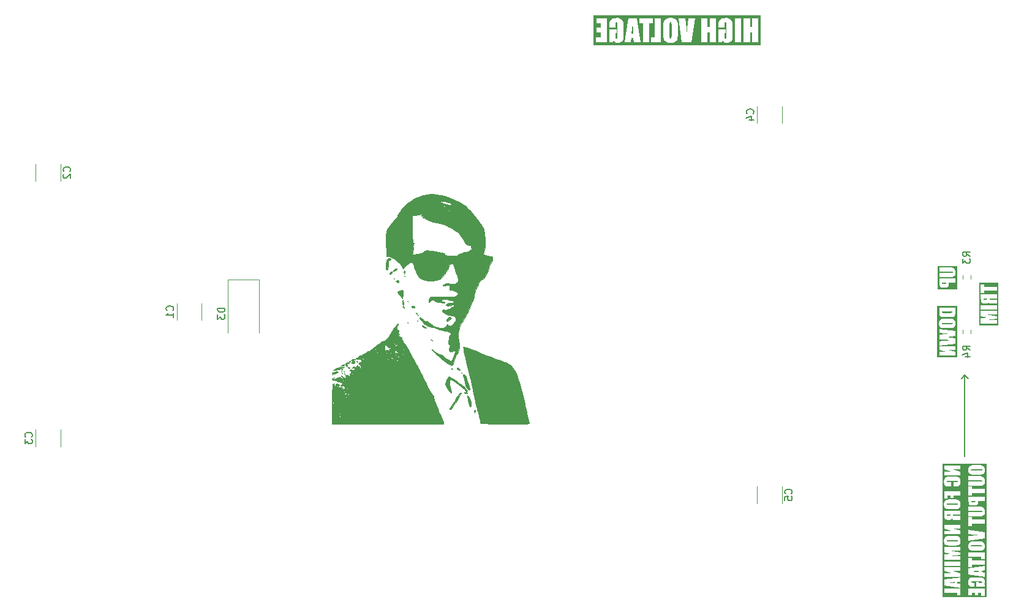
<source format=gbr>
%TF.GenerationSoftware,KiCad,Pcbnew,9.0.1*%
%TF.CreationDate,2025-10-25T17:54:32-05:00*%
%TF.ProjectId,MaxiCarrier,4d617869-4361-4727-9269-65722e6b6963,rev?*%
%TF.SameCoordinates,Original*%
%TF.FileFunction,Legend,Bot*%
%TF.FilePolarity,Positive*%
%FSLAX46Y46*%
G04 Gerber Fmt 4.6, Leading zero omitted, Abs format (unit mm)*
G04 Created by KiCad (PCBNEW 9.0.1) date 2025-10-25 17:54:32*
%MOMM*%
%LPD*%
G01*
G04 APERTURE LIST*
%ADD10C,0.200000*%
%ADD11C,0.300000*%
%ADD12C,0.150000*%
%ADD13C,0.120000*%
%ADD14C,0.010000*%
G04 APERTURE END LIST*
D10*
X174500000Y-79000000D02*
X174000000Y-79500000D01*
X174500000Y-90250000D02*
X174500000Y-79000000D01*
X175000000Y-79500000D02*
X174500000Y-79000000D01*
D11*
G36*
X172723746Y-71789376D02*
G01*
X172786674Y-71799668D01*
X172819858Y-71824858D01*
X172831737Y-71872819D01*
X172825604Y-71908195D01*
X172808705Y-71932274D01*
X172779836Y-71947924D01*
X172710423Y-71958909D01*
X172532662Y-71964410D01*
X171516734Y-71964410D01*
X171376067Y-71958760D01*
X171319385Y-71947313D01*
X171287584Y-71921886D01*
X171276399Y-71876971D01*
X171285252Y-71836890D01*
X171311203Y-71807973D01*
X171362843Y-71792330D01*
X171516734Y-71784037D01*
X172549026Y-71784037D01*
X172723746Y-71789376D01*
G37*
G36*
X172777430Y-70334511D02*
G01*
X172759536Y-70381437D01*
X172734773Y-70406019D01*
X172663497Y-70424902D01*
X172462320Y-70434717D01*
X171599166Y-70434717D01*
X171461509Y-70431532D01*
X171405725Y-70425070D01*
X171368382Y-70409095D01*
X171343199Y-70381350D01*
X171329480Y-70339407D01*
X171323293Y-70253001D01*
X172784842Y-70253001D01*
X172777430Y-70334511D01*
G37*
G36*
X173429116Y-76541971D02*
G01*
X170679020Y-76541971D01*
X170679020Y-75516434D01*
X170948136Y-75516434D01*
X171944036Y-75838834D01*
X170948136Y-75838834D01*
X170948136Y-76319749D01*
X173160000Y-76319749D01*
X173160000Y-75815631D01*
X172154452Y-75516434D01*
X173160000Y-75516434D01*
X173160000Y-75035520D01*
X170948136Y-75035520D01*
X170948136Y-75516434D01*
X170679020Y-75516434D01*
X170679020Y-73199302D01*
X170948136Y-73199302D01*
X171719822Y-73258042D01*
X172470990Y-73318126D01*
X171843089Y-73368847D01*
X170948136Y-73476640D01*
X170948136Y-74075035D01*
X171678056Y-74137927D01*
X172525701Y-74200698D01*
X171986729Y-74240075D01*
X171461015Y-74293456D01*
X170948136Y-74360555D01*
X170948136Y-74919382D01*
X173160000Y-74663904D01*
X173160000Y-73945220D01*
X172630733Y-73855314D01*
X171993618Y-73771685D01*
X173160000Y-73611828D01*
X173160000Y-72897296D01*
X170948136Y-72640474D01*
X170948136Y-73199302D01*
X170679020Y-73199302D01*
X170679020Y-71874285D01*
X170901242Y-71874285D01*
X170901398Y-71876971D01*
X170908043Y-71991533D01*
X170927684Y-72097359D01*
X170959371Y-72193266D01*
X171005123Y-72282359D01*
X171063017Y-72357679D01*
X171133639Y-72420778D01*
X171214205Y-72470866D01*
X171298095Y-72504729D01*
X171386430Y-72523238D01*
X171548740Y-72534565D01*
X171864780Y-72539602D01*
X172243356Y-72539602D01*
X172552449Y-72534792D01*
X172715600Y-72523848D01*
X172805444Y-72505973D01*
X172889564Y-72473391D01*
X172969124Y-72425541D01*
X173039029Y-72364720D01*
X173097664Y-72290827D01*
X173145467Y-72202181D01*
X173178720Y-72106519D01*
X173199583Y-71997920D01*
X173206894Y-71874285D01*
X173200106Y-71757030D01*
X173180506Y-71651205D01*
X173148886Y-71555303D01*
X173103073Y-71466198D01*
X173045176Y-71390879D01*
X172974619Y-71327791D01*
X172893976Y-71277698D01*
X172810044Y-71243837D01*
X172721706Y-71225331D01*
X172559396Y-71214004D01*
X172243356Y-71208967D01*
X171864780Y-71208967D01*
X171555686Y-71213739D01*
X171392536Y-71224599D01*
X171302691Y-71242542D01*
X171218569Y-71275166D01*
X171139012Y-71323028D01*
X171069116Y-71383853D01*
X171010523Y-71457745D01*
X170962791Y-71546389D01*
X170929470Y-71642056D01*
X170908566Y-71750655D01*
X170901242Y-71874285D01*
X170679020Y-71874285D01*
X170679020Y-70108165D01*
X170948136Y-70108165D01*
X170952701Y-70253001D01*
X170960215Y-70491386D01*
X170986360Y-70671755D01*
X171019117Y-70765898D01*
X171061214Y-70839128D01*
X171112023Y-70895115D01*
X171205210Y-70957683D01*
X171306807Y-70990736D01*
X171439702Y-71003813D01*
X171728248Y-71009909D01*
X172502864Y-71009909D01*
X172776278Y-71000953D01*
X172901102Y-70981821D01*
X172992044Y-70942502D01*
X173058272Y-70884124D01*
X173105644Y-70807974D01*
X173137529Y-70712055D01*
X173153382Y-70596626D01*
X173160000Y-70403332D01*
X173160000Y-69677809D01*
X170948136Y-69677809D01*
X170948136Y-70108165D01*
X170679020Y-70108165D01*
X170679020Y-69455587D01*
X173429116Y-69455587D01*
X173429116Y-76541971D01*
G37*
G36*
X173070299Y-107848046D02*
G01*
X172670631Y-107806422D01*
X172134604Y-107760607D01*
X172733434Y-107684498D01*
X173070299Y-107651308D01*
X173070299Y-107848046D01*
G37*
G36*
X176430299Y-106291730D02*
G01*
X176030631Y-106250107D01*
X175494604Y-106204291D01*
X176093434Y-106128182D01*
X176430299Y-106094993D01*
X176430299Y-106291730D01*
G37*
G36*
X176783438Y-102595447D02*
G01*
X176846366Y-102605739D01*
X176879550Y-102630929D01*
X176891429Y-102678890D01*
X176885296Y-102714266D01*
X176868397Y-102738345D01*
X176839528Y-102753995D01*
X176770115Y-102764980D01*
X176592354Y-102770481D01*
X175576426Y-102770481D01*
X175435759Y-102764831D01*
X175379077Y-102753384D01*
X175347276Y-102727957D01*
X175336091Y-102683042D01*
X175344944Y-102642961D01*
X175370895Y-102614044D01*
X175422535Y-102598401D01*
X175576426Y-102590108D01*
X176608718Y-102590108D01*
X176783438Y-102595447D01*
G37*
G36*
X173423438Y-101865650D02*
G01*
X173486366Y-101875942D01*
X173519550Y-101901132D01*
X173531429Y-101949093D01*
X173525296Y-101984469D01*
X173508397Y-102008548D01*
X173479528Y-102024198D01*
X173410115Y-102035183D01*
X173232354Y-102040684D01*
X172216426Y-102040684D01*
X172075759Y-102035034D01*
X172019077Y-102023587D01*
X171987276Y-101998160D01*
X171976091Y-101953245D01*
X171984944Y-101913164D01*
X172010895Y-101884246D01*
X172062535Y-101868603D01*
X172216426Y-101860311D01*
X173248718Y-101860311D01*
X173423438Y-101865650D01*
G37*
G36*
X172507377Y-98450540D02*
G01*
X172488756Y-98497575D01*
X172465900Y-98515626D01*
X172414553Y-98530150D01*
X172315710Y-98536532D01*
X172193955Y-98536532D01*
X172099922Y-98525108D01*
X172055836Y-98498918D01*
X172032811Y-98452157D01*
X172022985Y-98361654D01*
X172515379Y-98361654D01*
X172507377Y-98450540D01*
G37*
G36*
X173423438Y-96820570D02*
G01*
X173486366Y-96830862D01*
X173519550Y-96856051D01*
X173531429Y-96904013D01*
X173525296Y-96939389D01*
X173508397Y-96963468D01*
X173479528Y-96979117D01*
X173410115Y-96990102D01*
X173232354Y-96995604D01*
X172216426Y-96995604D01*
X172075759Y-96989954D01*
X172019077Y-96978507D01*
X171987276Y-96953080D01*
X171976091Y-96908165D01*
X171984944Y-96868083D01*
X172010895Y-96839166D01*
X172062535Y-96823523D01*
X172216426Y-96815230D01*
X173248718Y-96815230D01*
X173423438Y-96820570D01*
G37*
G36*
X175953537Y-96466695D02*
G01*
X175942424Y-96537226D01*
X175914213Y-96576605D01*
X175863204Y-96597698D01*
X175750449Y-96607379D01*
X175566778Y-96607379D01*
X175463876Y-96596350D01*
X175417546Y-96571842D01*
X175393643Y-96525121D01*
X175382985Y-96424319D01*
X175952193Y-96424319D01*
X175953537Y-96466695D01*
G37*
G36*
X176783438Y-92063695D02*
G01*
X176846366Y-92073988D01*
X176879550Y-92099177D01*
X176891429Y-92147138D01*
X176885296Y-92182515D01*
X176868397Y-92206594D01*
X176839528Y-92222243D01*
X176770115Y-92233228D01*
X176592354Y-92238729D01*
X175576426Y-92238729D01*
X175435759Y-92233080D01*
X175379077Y-92221632D01*
X175347276Y-92196206D01*
X175336091Y-92151291D01*
X175344944Y-92111209D01*
X175370895Y-92082292D01*
X175422535Y-92066649D01*
X175576426Y-92058356D01*
X176608718Y-92058356D01*
X176783438Y-92063695D01*
G37*
G36*
X177488808Y-109786928D02*
G01*
X171378712Y-109786928D01*
X171378712Y-109526360D01*
X175007828Y-109526360D01*
X175453327Y-109526360D01*
X175453327Y-109142533D01*
X175867563Y-109142533D01*
X175867563Y-109501814D01*
X176289615Y-109501814D01*
X176289615Y-109142533D01*
X176774193Y-109142533D01*
X176774193Y-109564706D01*
X177219692Y-109564706D01*
X177219692Y-108567341D01*
X175007828Y-108567341D01*
X175007828Y-109526360D01*
X171378712Y-109526360D01*
X171378712Y-109155234D01*
X171647828Y-109155234D01*
X173414193Y-109155234D01*
X173414193Y-109504990D01*
X173859692Y-109504990D01*
X173859692Y-108580042D01*
X171647828Y-108580042D01*
X171647828Y-109155234D01*
X171378712Y-109155234D01*
X171378712Y-107320726D01*
X171647828Y-107320726D01*
X171647828Y-107760607D01*
X171647828Y-108152739D01*
X173859692Y-108481978D01*
X173859692Y-107893109D01*
X173461087Y-107864532D01*
X173461087Y-107658147D01*
X173482519Y-107656315D01*
X174960934Y-107656315D01*
X174973550Y-107822038D01*
X175008928Y-107960180D01*
X175064737Y-108075680D01*
X175142011Y-108178060D01*
X175223790Y-108248706D01*
X175311056Y-108292934D01*
X175407972Y-108318678D01*
X175542757Y-108336646D01*
X175725170Y-108343492D01*
X175820668Y-108343492D01*
X175820668Y-107768300D01*
X175620634Y-107768300D01*
X175448595Y-107762744D01*
X175383718Y-107751814D01*
X175348698Y-107725303D01*
X175336091Y-107674023D01*
X175346830Y-107628367D01*
X175377123Y-107601482D01*
X175433734Y-107588887D01*
X175587294Y-107582432D01*
X176648407Y-107582432D01*
X176784541Y-107588571D01*
X176844290Y-107601482D01*
X176879234Y-107629554D01*
X176891429Y-107678053D01*
X176885156Y-107716465D01*
X176867712Y-107743997D01*
X176838184Y-107763415D01*
X176772165Y-107778855D01*
X176630334Y-107786008D01*
X176367772Y-107786008D01*
X176367772Y-107669870D01*
X176031694Y-107669870D01*
X176031694Y-108343492D01*
X177219692Y-108343492D01*
X177219692Y-107981402D01*
X177061178Y-107928157D01*
X177152190Y-107860482D01*
X177215173Y-107779902D01*
X177253202Y-107684540D01*
X177266586Y-107568876D01*
X177258731Y-107474134D01*
X177235389Y-107384144D01*
X177196244Y-107297644D01*
X177143945Y-107218042D01*
X177085924Y-107154716D01*
X177021977Y-107105669D01*
X176914661Y-107052073D01*
X176803990Y-107023726D01*
X176675446Y-107012168D01*
X176461562Y-107007362D01*
X175804182Y-107007362D01*
X175508822Y-107017595D01*
X175343662Y-107041434D01*
X175255112Y-107075939D01*
X175167976Y-107139177D01*
X175080613Y-107237561D01*
X175030066Y-107320743D01*
X174992751Y-107416701D01*
X174969229Y-107527661D01*
X174960934Y-107656315D01*
X173482519Y-107656315D01*
X173859692Y-107624075D01*
X173859692Y-107028367D01*
X171647828Y-107320726D01*
X171378712Y-107320726D01*
X171378712Y-106124180D01*
X171647828Y-106124180D01*
X172643728Y-106446581D01*
X171647828Y-106446581D01*
X171647828Y-106927495D01*
X173859692Y-106927495D01*
X173859692Y-106423378D01*
X172854144Y-106124180D01*
X173859692Y-106124180D01*
X173859692Y-105764410D01*
X175007828Y-105764410D01*
X175007828Y-106204291D01*
X175007828Y-106596423D01*
X177219692Y-106925663D01*
X177219692Y-106336793D01*
X176821087Y-106308217D01*
X176821087Y-106101831D01*
X177219692Y-106067760D01*
X177219692Y-105472051D01*
X175007828Y-105764410D01*
X173859692Y-105764410D01*
X173859692Y-105643266D01*
X171647828Y-105643266D01*
X171647828Y-106124180D01*
X171378712Y-106124180D01*
X171378712Y-105583548D01*
X175007828Y-105583548D01*
X175453327Y-105583548D01*
X175453327Y-105241974D01*
X177219692Y-105241974D01*
X177219692Y-104666783D01*
X175453327Y-104666783D01*
X175453327Y-104326552D01*
X175007828Y-104326552D01*
X175007828Y-105583548D01*
X171378712Y-105583548D01*
X171378712Y-105413433D01*
X171647828Y-105413433D01*
X173859692Y-105413433D01*
X173859692Y-104838241D01*
X171647828Y-104838241D01*
X171647828Y-105413433D01*
X171378712Y-105413433D01*
X171378712Y-103576117D01*
X171647828Y-103576117D01*
X172117996Y-103645848D01*
X172680609Y-103724983D01*
X171647828Y-103856141D01*
X171647828Y-104606211D01*
X173859692Y-104606211D01*
X173859692Y-104136531D01*
X175007828Y-104136531D01*
X176774193Y-104136531D01*
X176774193Y-104486287D01*
X177219692Y-104486287D01*
X177219692Y-103561339D01*
X175007828Y-103561339D01*
X175007828Y-104136531D01*
X173859692Y-104136531D01*
X173859692Y-104103437D01*
X172366391Y-104103437D01*
X173859692Y-103902669D01*
X173859692Y-103546075D01*
X172397654Y-103334316D01*
X173859692Y-103334316D01*
X173859692Y-102831542D01*
X171647828Y-102831542D01*
X171647828Y-103576117D01*
X171378712Y-103576117D01*
X171378712Y-102680355D01*
X174960934Y-102680355D01*
X174961090Y-102683042D01*
X174967735Y-102797604D01*
X174987376Y-102903430D01*
X175019063Y-102999337D01*
X175064815Y-103088430D01*
X175122709Y-103163749D01*
X175193331Y-103226849D01*
X175273897Y-103276937D01*
X175357787Y-103310800D01*
X175446122Y-103329309D01*
X175608432Y-103340636D01*
X175924472Y-103345673D01*
X176303048Y-103345673D01*
X176612141Y-103340863D01*
X176775292Y-103329919D01*
X176865136Y-103312044D01*
X176949256Y-103279461D01*
X177028816Y-103231612D01*
X177098721Y-103170791D01*
X177157356Y-103096898D01*
X177205159Y-103008251D01*
X177238412Y-102912590D01*
X177259275Y-102803991D01*
X177266586Y-102680355D01*
X177259798Y-102563101D01*
X177240198Y-102457275D01*
X177208578Y-102361374D01*
X177162765Y-102272269D01*
X177104868Y-102196949D01*
X177034311Y-102133862D01*
X176953668Y-102083769D01*
X176869736Y-102049908D01*
X176781398Y-102031402D01*
X176619088Y-102020075D01*
X176303048Y-102015038D01*
X175924472Y-102015038D01*
X175615378Y-102019810D01*
X175452228Y-102030669D01*
X175362383Y-102048613D01*
X175278261Y-102081237D01*
X175198704Y-102129099D01*
X175128808Y-102189924D01*
X175070215Y-102263816D01*
X175022483Y-102352459D01*
X174989162Y-102448127D01*
X174968258Y-102556726D01*
X174960934Y-102680355D01*
X171378712Y-102680355D01*
X171378712Y-101950558D01*
X171600934Y-101950558D01*
X171601090Y-101953245D01*
X171607735Y-102067807D01*
X171627376Y-102173632D01*
X171659063Y-102269539D01*
X171704815Y-102358633D01*
X171762709Y-102433952D01*
X171833331Y-102497052D01*
X171913897Y-102547140D01*
X171997787Y-102581003D01*
X172086122Y-102599512D01*
X172248432Y-102610839D01*
X172564472Y-102615876D01*
X172943048Y-102615876D01*
X173252141Y-102611066D01*
X173415292Y-102600122D01*
X173505136Y-102582247D01*
X173589256Y-102549664D01*
X173668816Y-102501814D01*
X173738721Y-102440994D01*
X173797356Y-102367101D01*
X173845159Y-102278454D01*
X173878412Y-102182793D01*
X173899275Y-102074193D01*
X173906586Y-101950558D01*
X173899798Y-101833304D01*
X173880198Y-101727478D01*
X173848578Y-101631577D01*
X173802765Y-101542472D01*
X173744868Y-101467152D01*
X173674311Y-101404065D01*
X173593668Y-101353972D01*
X173509736Y-101320111D01*
X173421398Y-101301605D01*
X173259088Y-101290278D01*
X172943048Y-101285241D01*
X172564472Y-101285241D01*
X172255378Y-101290013D01*
X172092228Y-101300872D01*
X172002383Y-101318816D01*
X171918261Y-101351440D01*
X171838704Y-101399302D01*
X171768808Y-101460126D01*
X171710215Y-101534019D01*
X171662483Y-101622662D01*
X171629162Y-101718330D01*
X171608258Y-101826929D01*
X171600934Y-101950558D01*
X171378712Y-101950558D01*
X171378712Y-100266260D01*
X171647828Y-100266260D01*
X172643728Y-100588660D01*
X171647828Y-100588660D01*
X171647828Y-101069574D01*
X173859692Y-101069574D01*
X173859692Y-101041364D01*
X175007828Y-101041364D01*
X175887179Y-101134806D01*
X176560846Y-101191695D01*
X175934477Y-101239301D01*
X175419377Y-101285973D01*
X175007828Y-101325540D01*
X175007828Y-101932117D01*
X177219692Y-101639759D01*
X177219692Y-100766713D01*
X175007828Y-100434787D01*
X175007828Y-101041364D01*
X173859692Y-101041364D01*
X173859692Y-100565457D01*
X172854144Y-100266260D01*
X173859692Y-100266260D01*
X173859692Y-99942515D01*
X175007828Y-99942515D01*
X175453327Y-99942515D01*
X175453327Y-99600942D01*
X177219692Y-99600942D01*
X177219692Y-99025750D01*
X175453327Y-99025750D01*
X175453327Y-98685519D01*
X175007828Y-98685519D01*
X175007828Y-99942515D01*
X173859692Y-99942515D01*
X173859692Y-99785345D01*
X171647828Y-99785345D01*
X171647828Y-100266260D01*
X171378712Y-100266260D01*
X171378712Y-98193615D01*
X171647828Y-98193615D01*
X171652274Y-98361654D01*
X171657737Y-98568109D01*
X171679213Y-98744871D01*
X171710631Y-98834496D01*
X171763208Y-98912148D01*
X171839315Y-98979833D01*
X171930357Y-99026177D01*
X172062716Y-99058310D01*
X172250009Y-99070691D01*
X172423396Y-99061154D01*
X172532229Y-99037743D01*
X172596101Y-99006455D01*
X172643212Y-98956187D01*
X172679659Y-98875859D01*
X172702347Y-98753786D01*
X172738052Y-98865587D01*
X172776373Y-98938615D01*
X172816042Y-98983252D01*
X172887860Y-99032818D01*
X172946834Y-99056281D01*
X173031552Y-99065718D01*
X173274852Y-99070691D01*
X173859692Y-99070691D01*
X173859692Y-98536532D01*
X173122444Y-98536532D01*
X172961326Y-98527070D01*
X172901771Y-98508444D01*
X172881053Y-98485218D01*
X172865697Y-98440315D01*
X172859273Y-98361654D01*
X173859692Y-98361654D01*
X173859692Y-97821022D01*
X175007828Y-97821022D01*
X176665993Y-97821022D01*
X176797984Y-97826189D01*
X176851129Y-97836653D01*
X176881059Y-97859975D01*
X176891429Y-97900279D01*
X176879859Y-97945888D01*
X176847099Y-97970499D01*
X176787866Y-97981009D01*
X176637417Y-97986252D01*
X175007828Y-97986252D01*
X175007828Y-98561444D01*
X176486352Y-98561444D01*
X176719083Y-98556419D01*
X176839650Y-98545080D01*
X176939234Y-98514255D01*
X177048722Y-98447993D01*
X177113956Y-98389082D01*
X177167983Y-98318731D01*
X177211265Y-98235502D01*
X177241093Y-98146003D01*
X177259943Y-98043161D01*
X177266586Y-97924825D01*
X177258827Y-97794051D01*
X177236597Y-97678147D01*
X177201007Y-97575069D01*
X177150540Y-97478727D01*
X177093588Y-97404267D01*
X177030281Y-97348290D01*
X176920816Y-97288026D01*
X176808142Y-97259508D01*
X176659576Y-97250259D01*
X176316848Y-97245830D01*
X175007828Y-97245830D01*
X175007828Y-97821022D01*
X173859692Y-97821022D01*
X173859692Y-97786462D01*
X171647828Y-97786462D01*
X171647828Y-98193615D01*
X171378712Y-98193615D01*
X171378712Y-96905478D01*
X171600934Y-96905478D01*
X171601090Y-96908165D01*
X171607735Y-97022727D01*
X171627376Y-97128552D01*
X171659063Y-97224459D01*
X171704815Y-97313553D01*
X171762709Y-97388872D01*
X171833331Y-97451971D01*
X171913897Y-97502060D01*
X171997787Y-97535923D01*
X172086122Y-97554431D01*
X172248432Y-97565758D01*
X172564472Y-97570796D01*
X172943048Y-97570796D01*
X173252141Y-97565986D01*
X173415292Y-97555042D01*
X173505136Y-97537167D01*
X173589256Y-97504584D01*
X173668816Y-97456734D01*
X173738721Y-97395914D01*
X173797356Y-97322021D01*
X173845159Y-97233374D01*
X173878412Y-97137713D01*
X173899275Y-97029113D01*
X173906586Y-96905478D01*
X173899798Y-96788224D01*
X173880198Y-96682398D01*
X173848578Y-96586497D01*
X173802765Y-96497391D01*
X173746595Y-96424319D01*
X175007828Y-96424319D01*
X175007828Y-96428349D01*
X175018499Y-96649766D01*
X175044709Y-96789706D01*
X175092127Y-96904463D01*
X175151321Y-96979605D01*
X175227517Y-97032547D01*
X175319971Y-97065701D01*
X175432573Y-97081583D01*
X175626618Y-97088293D01*
X175819203Y-97088293D01*
X175961645Y-97082168D01*
X176061119Y-97066471D01*
X176127926Y-97044574D01*
X176186107Y-97008500D01*
X176235546Y-96956014D01*
X176276792Y-96883984D01*
X176304067Y-96804375D01*
X176322090Y-96704058D01*
X176328694Y-96578681D01*
X176328694Y-96424319D01*
X177219692Y-96424319D01*
X177219692Y-95849127D01*
X175007828Y-95849127D01*
X175007828Y-96424319D01*
X173746595Y-96424319D01*
X173744868Y-96422072D01*
X173674311Y-96358985D01*
X173593668Y-96308892D01*
X173509736Y-96275031D01*
X173421398Y-96256525D01*
X173259088Y-96245198D01*
X172943048Y-96240161D01*
X172564472Y-96240161D01*
X172255378Y-96244933D01*
X172092228Y-96255792D01*
X172002383Y-96273735D01*
X171918261Y-96306359D01*
X171838704Y-96354222D01*
X171768808Y-96415046D01*
X171710215Y-96488939D01*
X171662483Y-96577582D01*
X171629162Y-96673250D01*
X171608258Y-96781849D01*
X171600934Y-96905478D01*
X171378712Y-96905478D01*
X171378712Y-96116818D01*
X171647828Y-96116818D01*
X172093327Y-96116818D01*
X172093327Y-95717969D01*
X172507563Y-95717969D01*
X172507563Y-96073098D01*
X172929615Y-96073098D01*
X172929615Y-95718091D01*
X175007828Y-95718091D01*
X175453327Y-95718091D01*
X175453327Y-95376517D01*
X177219692Y-95376517D01*
X177219692Y-94801325D01*
X175453327Y-94801325D01*
X175453327Y-94461095D01*
X175007828Y-94461095D01*
X175007828Y-95718091D01*
X172929615Y-95718091D01*
X172929615Y-95717969D01*
X173859692Y-95717969D01*
X173859692Y-95142777D01*
X171647828Y-95142777D01*
X171647828Y-96116818D01*
X171378712Y-96116818D01*
X171378712Y-93755356D01*
X171600934Y-93755356D01*
X171612974Y-93922443D01*
X171646557Y-94060512D01*
X171699119Y-94174721D01*
X171773000Y-94275817D01*
X171854141Y-94346664D01*
X171943606Y-94391975D01*
X172043700Y-94417991D01*
X172190974Y-94436633D01*
X172399364Y-94443877D01*
X172609168Y-94443877D01*
X172609168Y-93868685D01*
X172226073Y-93868685D01*
X172074386Y-93862462D01*
X172017612Y-93850244D01*
X171987458Y-93822556D01*
X171976091Y-93768911D01*
X171982488Y-93724913D01*
X171999414Y-93696306D01*
X172026649Y-93678664D01*
X172091598Y-93665821D01*
X172245124Y-93659613D01*
X173271921Y-93659613D01*
X173419277Y-93665799D01*
X173482336Y-93678664D01*
X173508918Y-93696033D01*
X173525295Y-93723464D01*
X173531429Y-93764881D01*
X173525361Y-93804385D01*
X173508929Y-93831253D01*
X173481848Y-93848901D01*
X173415732Y-93862113D01*
X173248718Y-93868685D01*
X172968694Y-93868685D01*
X172968694Y-94443877D01*
X173055278Y-94443877D01*
X173288725Y-94436872D01*
X173445468Y-94419239D01*
X173544985Y-94395394D01*
X173633601Y-94352397D01*
X173717586Y-94282664D01*
X173798020Y-94180827D01*
X173856815Y-94065593D01*
X173893600Y-93930673D01*
X173906586Y-93771720D01*
X173895289Y-93605122D01*
X173893337Y-93596598D01*
X175007828Y-93596598D01*
X176665993Y-93596598D01*
X176797984Y-93601765D01*
X176851129Y-93612229D01*
X176881059Y-93635551D01*
X176891429Y-93675854D01*
X176879859Y-93721463D01*
X176847099Y-93746074D01*
X176787866Y-93756585D01*
X176637417Y-93761828D01*
X175007828Y-93761828D01*
X175007828Y-94337020D01*
X176486352Y-94337020D01*
X176719083Y-94331995D01*
X176839650Y-94320656D01*
X176939234Y-94289831D01*
X177048722Y-94223569D01*
X177113956Y-94164658D01*
X177167983Y-94094307D01*
X177211265Y-94011078D01*
X177241093Y-93921579D01*
X177259943Y-93818737D01*
X177266586Y-93700401D01*
X177258827Y-93569627D01*
X177236597Y-93453722D01*
X177201007Y-93350645D01*
X177150540Y-93254302D01*
X177093588Y-93179843D01*
X177030281Y-93123866D01*
X176920816Y-93063602D01*
X176808142Y-93035083D01*
X176659576Y-93025835D01*
X176316848Y-93021406D01*
X175007828Y-93021406D01*
X175007828Y-93596598D01*
X173893337Y-93596598D01*
X173863880Y-93467941D01*
X173814995Y-93355042D01*
X173744462Y-93256244D01*
X173660567Y-93184968D01*
X173561471Y-93137788D01*
X173451212Y-93110918D01*
X173293162Y-93091875D01*
X173074207Y-93084543D01*
X172427818Y-93084543D01*
X172203662Y-93089349D01*
X172069025Y-93100907D01*
X171991796Y-93118554D01*
X171915371Y-93150664D01*
X171838826Y-93198604D01*
X171771510Y-93258433D01*
X171713477Y-93332886D01*
X171664559Y-93424041D01*
X171629985Y-93522034D01*
X171608440Y-93631837D01*
X171600934Y-93755356D01*
X171378712Y-93755356D01*
X171378712Y-92065562D01*
X171647828Y-92065562D01*
X172643728Y-92387962D01*
X171647828Y-92387962D01*
X171647828Y-92868877D01*
X173859692Y-92868877D01*
X173859692Y-92364759D01*
X173133233Y-92148604D01*
X174960934Y-92148604D01*
X174961090Y-92151291D01*
X174967735Y-92265853D01*
X174987376Y-92371678D01*
X175019063Y-92467585D01*
X175064815Y-92556678D01*
X175122709Y-92631998D01*
X175193331Y-92695097D01*
X175273897Y-92745186D01*
X175357787Y-92779048D01*
X175446122Y-92797557D01*
X175608432Y-92808884D01*
X175924472Y-92813921D01*
X176303048Y-92813921D01*
X176612141Y-92809112D01*
X176775292Y-92798168D01*
X176865136Y-92780292D01*
X176949256Y-92747710D01*
X177028816Y-92699860D01*
X177098721Y-92639040D01*
X177157356Y-92565147D01*
X177205159Y-92476500D01*
X177238412Y-92380839D01*
X177259275Y-92272239D01*
X177266586Y-92148604D01*
X177259798Y-92031350D01*
X177240198Y-91925524D01*
X177208578Y-91829623D01*
X177162765Y-91740517D01*
X177104868Y-91665198D01*
X177034311Y-91602111D01*
X176953668Y-91552018D01*
X176869736Y-91518156D01*
X176781398Y-91499651D01*
X176619088Y-91488324D01*
X176303048Y-91483286D01*
X175924472Y-91483286D01*
X175615378Y-91488059D01*
X175452228Y-91498918D01*
X175362383Y-91516861D01*
X175278261Y-91549485D01*
X175198704Y-91597348D01*
X175128808Y-91658172D01*
X175070215Y-91732065D01*
X175022483Y-91820708D01*
X174989162Y-91916376D01*
X174968258Y-92024975D01*
X174960934Y-92148604D01*
X173133233Y-92148604D01*
X172854144Y-92065562D01*
X173859692Y-92065562D01*
X173859692Y-91584648D01*
X171647828Y-91584648D01*
X171647828Y-92065562D01*
X171378712Y-92065562D01*
X171378712Y-91261064D01*
X177488808Y-91261064D01*
X177488808Y-109786928D01*
G37*
G36*
X133874427Y-30177878D02*
G01*
X133917803Y-30216805D01*
X133941267Y-30294265D01*
X133953707Y-30525101D01*
X133953707Y-32073539D01*
X133945698Y-32335620D01*
X133930259Y-32430012D01*
X133892475Y-32479787D01*
X133820533Y-32497606D01*
X133767469Y-32488407D01*
X133731350Y-32463058D01*
X133707876Y-32419754D01*
X133691399Y-32315634D01*
X133683147Y-32048993D01*
X133683147Y-30525101D01*
X133691621Y-30314101D01*
X133708792Y-30229078D01*
X133746932Y-30181376D01*
X133814305Y-30164598D01*
X133874427Y-30177878D01*
G37*
G36*
X128646596Y-31300613D02*
G01*
X128696379Y-31805910D01*
X128401273Y-31805910D01*
X128463708Y-31206408D01*
X128532431Y-30402369D01*
X128646596Y-31300613D01*
G37*
G36*
X146244986Y-33393674D02*
G01*
X123158476Y-33393674D01*
X123158476Y-32321751D01*
X123491809Y-32321751D01*
X123491809Y-32990000D01*
X124987857Y-32990000D01*
X124987857Y-30748217D01*
X125323630Y-30748217D01*
X125323630Y-30891465D01*
X126186418Y-30891465D01*
X126186418Y-30591413D01*
X126194753Y-30333355D01*
X126211147Y-30236039D01*
X126250914Y-30183510D01*
X126327834Y-30164598D01*
X126396317Y-30180708D01*
X126436645Y-30226147D01*
X126455539Y-30311063D01*
X126465221Y-30541404D01*
X126465221Y-32133073D01*
X126456012Y-32337274D01*
X126436645Y-32426898D01*
X126394538Y-32479314D01*
X126321789Y-32497606D01*
X126264171Y-32488196D01*
X126222872Y-32462030D01*
X126193745Y-32417739D01*
X126170585Y-32318709D01*
X126159856Y-32105963D01*
X126159856Y-31712121D01*
X126334063Y-31712121D01*
X126334063Y-31208004D01*
X125323630Y-31208004D01*
X125323630Y-32990000D01*
X125866765Y-32990000D01*
X125946632Y-32752229D01*
X126048145Y-32888747D01*
X126169015Y-32983222D01*
X126312058Y-33040266D01*
X126485554Y-33060341D01*
X126627668Y-33048558D01*
X126762653Y-33013546D01*
X126814683Y-32990000D01*
X127450375Y-32990000D01*
X128333679Y-32990000D01*
X128376543Y-32392093D01*
X128686121Y-32392093D01*
X128737229Y-32990000D01*
X129630791Y-32990000D01*
X129280580Y-30340453D01*
X129463546Y-30340453D01*
X129975907Y-30340453D01*
X129975907Y-32990000D01*
X130838694Y-32990000D01*
X130838694Y-32321751D01*
X131109438Y-32321751D01*
X131109438Y-32990000D01*
X132496859Y-32990000D01*
X132496859Y-31047170D01*
X132820359Y-31047170D01*
X132820359Y-31615034D01*
X132827573Y-32078674D01*
X132843989Y-32323400D01*
X132870802Y-32458166D01*
X132919676Y-32584347D01*
X132991451Y-32703686D01*
X133082681Y-32808544D01*
X133193521Y-32896497D01*
X133326491Y-32968201D01*
X133469983Y-33018081D01*
X133632882Y-33049375D01*
X133818335Y-33060341D01*
X133994216Y-33050159D01*
X134152955Y-33020759D01*
X134296807Y-32973330D01*
X134430465Y-32904609D01*
X134543444Y-32817764D01*
X134638075Y-32711929D01*
X134713214Y-32590964D01*
X134764006Y-32465066D01*
X134791765Y-32332559D01*
X134808755Y-32089094D01*
X134816311Y-31615034D01*
X134816311Y-31047170D01*
X134809153Y-30583530D01*
X134792864Y-30338804D01*
X134765949Y-30204037D01*
X134717013Y-30077854D01*
X134645219Y-29958518D01*
X134553983Y-29853674D01*
X134443144Y-29765784D01*
X134310179Y-29694187D01*
X134247067Y-29672205D01*
X134940692Y-29672205D01*
X135379230Y-32990000D01*
X136688799Y-32990000D01*
X138074938Y-32990000D01*
X138937726Y-32990000D01*
X138937726Y-31594884D01*
X139195830Y-31594884D01*
X139195830Y-32990000D01*
X140058618Y-32990000D01*
X140058618Y-30748217D01*
X140394391Y-30748217D01*
X140394391Y-30891465D01*
X141257178Y-30891465D01*
X141257178Y-30591413D01*
X141265513Y-30333355D01*
X141281908Y-30236039D01*
X141321674Y-30183510D01*
X141398595Y-30164598D01*
X141467078Y-30180708D01*
X141507405Y-30226147D01*
X141526299Y-30311063D01*
X141535982Y-30541404D01*
X141535982Y-32133073D01*
X141526773Y-32337274D01*
X141507405Y-32426898D01*
X141465298Y-32479314D01*
X141392550Y-32497606D01*
X141334932Y-32488196D01*
X141293633Y-32462030D01*
X141264506Y-32417739D01*
X141241346Y-32318709D01*
X141230617Y-32105963D01*
X141230617Y-31712121D01*
X141404823Y-31712121D01*
X141404823Y-31208004D01*
X140394391Y-31208004D01*
X140394391Y-32990000D01*
X140937526Y-32990000D01*
X141017393Y-32752229D01*
X141118906Y-32888747D01*
X141239776Y-32983222D01*
X141382819Y-33040266D01*
X141556315Y-33060341D01*
X141698428Y-33048558D01*
X141833413Y-33013546D01*
X141885443Y-32990000D01*
X142718789Y-32990000D01*
X143581577Y-32990000D01*
X143927974Y-32990000D01*
X144790762Y-32990000D01*
X144790762Y-31594884D01*
X145048865Y-31594884D01*
X145048865Y-32990000D01*
X145911653Y-32990000D01*
X145911653Y-29672205D01*
X145048865Y-29672205D01*
X145048865Y-30856294D01*
X144790762Y-30856294D01*
X144790762Y-29672205D01*
X143927974Y-29672205D01*
X143927974Y-32990000D01*
X143581577Y-32990000D01*
X143581577Y-29672205D01*
X142718789Y-29672205D01*
X142718789Y-32990000D01*
X141885443Y-32990000D01*
X141963162Y-32954829D01*
X142082565Y-32876380D01*
X142177555Y-32789348D01*
X142251125Y-32693428D01*
X142331519Y-32532454D01*
X142374040Y-32366448D01*
X142391378Y-32173631D01*
X142398586Y-31852805D01*
X142398586Y-30866735D01*
X142383237Y-30423696D01*
X142347478Y-30175956D01*
X142295721Y-30043130D01*
X142200863Y-29912426D01*
X142053288Y-29781381D01*
X141928515Y-29705561D01*
X141784578Y-29649589D01*
X141618138Y-29614306D01*
X141425156Y-29601863D01*
X141176571Y-29620787D01*
X140969359Y-29673855D01*
X140796109Y-29757568D01*
X140642539Y-29873479D01*
X140536569Y-29996147D01*
X140470228Y-30127046D01*
X140431613Y-30272420D01*
X140404660Y-30474597D01*
X140394391Y-30748217D01*
X140058618Y-30748217D01*
X140058618Y-29672205D01*
X139195830Y-29672205D01*
X139195830Y-30856294D01*
X138937726Y-30856294D01*
X138937726Y-29672205D01*
X138074938Y-29672205D01*
X138074938Y-32990000D01*
X136688799Y-32990000D01*
X137186688Y-29672205D01*
X136276823Y-29672205D01*
X136136659Y-30991230D01*
X136051325Y-32001732D01*
X135979916Y-31062178D01*
X135909909Y-30289528D01*
X135850558Y-29672205D01*
X134940692Y-29672205D01*
X134247067Y-29672205D01*
X134166677Y-29644205D01*
X134003779Y-29612850D01*
X133818335Y-29601863D01*
X133642462Y-29612065D01*
X133483724Y-29641526D01*
X133339863Y-29689057D01*
X133206223Y-29757685D01*
X133093244Y-29844526D01*
X132998595Y-29950458D01*
X132923462Y-30071307D01*
X132872668Y-30197143D01*
X132844905Y-30329645D01*
X132831265Y-30525101D01*
X132827915Y-30573110D01*
X132820359Y-31047170D01*
X132496859Y-31047170D01*
X132496859Y-29672205D01*
X131634071Y-29672205D01*
X131634071Y-32321751D01*
X131109438Y-32321751D01*
X130838694Y-32321751D01*
X130838694Y-30340453D01*
X131349040Y-30340453D01*
X131349040Y-29672205D01*
X129463546Y-29672205D01*
X129463546Y-30340453D01*
X129280580Y-30340453D01*
X129192253Y-29672205D01*
X127944234Y-29672205D01*
X127626629Y-31805910D01*
X127450375Y-32990000D01*
X126814683Y-32990000D01*
X126892402Y-32954829D01*
X127011805Y-32876380D01*
X127106794Y-32789348D01*
X127180364Y-32693428D01*
X127260759Y-32532454D01*
X127303279Y-32366448D01*
X127320617Y-32173631D01*
X127327826Y-31852805D01*
X127327826Y-30866735D01*
X127312476Y-30423696D01*
X127276718Y-30175956D01*
X127224960Y-30043130D01*
X127130102Y-29912426D01*
X126982527Y-29781381D01*
X126857754Y-29705561D01*
X126713817Y-29649589D01*
X126547377Y-29614306D01*
X126354396Y-29601863D01*
X126105811Y-29620787D01*
X125898598Y-29673855D01*
X125725348Y-29757568D01*
X125571778Y-29873479D01*
X125465809Y-29996147D01*
X125399467Y-30127046D01*
X125360852Y-30272420D01*
X125333900Y-30474597D01*
X125323630Y-30748217D01*
X124987857Y-30748217D01*
X124987857Y-29672205D01*
X123549328Y-29672205D01*
X123549328Y-30340453D01*
X124125069Y-30340453D01*
X124125069Y-30961807D01*
X123586147Y-30961807D01*
X123586147Y-31594884D01*
X124125069Y-31594884D01*
X124125069Y-32321751D01*
X123491809Y-32321751D01*
X123158476Y-32321751D01*
X123158476Y-29268530D01*
X146244986Y-29268530D01*
X146244986Y-33393674D01*
G37*
G36*
X171893845Y-66294888D02*
G01*
X171882732Y-66365419D01*
X171854521Y-66404797D01*
X171803512Y-66425891D01*
X171690757Y-66435572D01*
X171507086Y-66435572D01*
X171404184Y-66424543D01*
X171357854Y-66400034D01*
X171333951Y-66353313D01*
X171323293Y-66252512D01*
X171892501Y-66252512D01*
X171893845Y-66294888D01*
G37*
G36*
X173429116Y-67138708D02*
G01*
X170725914Y-67138708D01*
X170725914Y-66252512D01*
X170948136Y-66252512D01*
X170948136Y-66256542D01*
X170958807Y-66477959D01*
X170985017Y-66617899D01*
X171032435Y-66732656D01*
X171091629Y-66807798D01*
X171167825Y-66860740D01*
X171260279Y-66893893D01*
X171372881Y-66909775D01*
X171566926Y-66916486D01*
X171759511Y-66916486D01*
X171901953Y-66910361D01*
X172001427Y-66894664D01*
X172068234Y-66872766D01*
X172126415Y-66836693D01*
X172175854Y-66784207D01*
X172217100Y-66712177D01*
X172244375Y-66632568D01*
X172262398Y-66532250D01*
X172269002Y-66406873D01*
X172269002Y-66252512D01*
X173160000Y-66252512D01*
X173160000Y-65677320D01*
X170948136Y-65677320D01*
X170948136Y-66252512D01*
X170725914Y-66252512D01*
X170725914Y-64714392D01*
X170948136Y-64714392D01*
X172606301Y-64714392D01*
X172738292Y-64719560D01*
X172791437Y-64730024D01*
X172821367Y-64753346D01*
X172831737Y-64793649D01*
X172820167Y-64839258D01*
X172787407Y-64863869D01*
X172728174Y-64874379D01*
X172577725Y-64879623D01*
X170948136Y-64879623D01*
X170948136Y-65454815D01*
X172426660Y-65454815D01*
X172659391Y-65449790D01*
X172779958Y-65438450D01*
X172879542Y-65407626D01*
X172989030Y-65341364D01*
X173054264Y-65282453D01*
X173108291Y-65212102D01*
X173151573Y-65128873D01*
X173181401Y-65039374D01*
X173200251Y-64936532D01*
X173206894Y-64818196D01*
X173199135Y-64687421D01*
X173176905Y-64571517D01*
X173141315Y-64468440D01*
X173090848Y-64372097D01*
X173033896Y-64297637D01*
X172970589Y-64241660D01*
X172861124Y-64181397D01*
X172748450Y-64152878D01*
X172599884Y-64143629D01*
X172257156Y-64139201D01*
X170948136Y-64139201D01*
X170948136Y-64714392D01*
X170725914Y-64714392D01*
X170725914Y-63916979D01*
X173429116Y-63916979D01*
X173429116Y-67138708D01*
G37*
G36*
X177557685Y-68514567D02*
G01*
X177539064Y-68561602D01*
X177516208Y-68579653D01*
X177464861Y-68594177D01*
X177366018Y-68600559D01*
X177244263Y-68600559D01*
X177150230Y-68589135D01*
X177106144Y-68562945D01*
X177083119Y-68516184D01*
X177073293Y-68425681D01*
X177565687Y-68425681D01*
X177557685Y-68514567D01*
G37*
G36*
X179132222Y-72158894D02*
G01*
X176475914Y-72158894D01*
X176475914Y-70906577D01*
X176698136Y-70906577D01*
X177168304Y-70976309D01*
X177730917Y-71055444D01*
X176698136Y-71186602D01*
X176698136Y-71936672D01*
X178910000Y-71936672D01*
X178910000Y-71433898D01*
X177416699Y-71433898D01*
X178910000Y-71233130D01*
X178910000Y-70876536D01*
X177447962Y-70664777D01*
X178910000Y-70664777D01*
X178910000Y-70162003D01*
X176698136Y-70162003D01*
X176698136Y-70906577D01*
X176475914Y-70906577D01*
X176475914Y-69932171D01*
X176698136Y-69932171D01*
X178910000Y-69932171D01*
X178910000Y-69356979D01*
X176698136Y-69356979D01*
X176698136Y-69932171D01*
X176475914Y-69932171D01*
X176475914Y-68257642D01*
X176698136Y-68257642D01*
X176702582Y-68425681D01*
X176708045Y-68632136D01*
X176729521Y-68808898D01*
X176760939Y-68898523D01*
X176813516Y-68976175D01*
X176889623Y-69043859D01*
X176980665Y-69090204D01*
X177113024Y-69122337D01*
X177300317Y-69134718D01*
X177473704Y-69125181D01*
X177582537Y-69101770D01*
X177646409Y-69070482D01*
X177693520Y-69020214D01*
X177729967Y-68939886D01*
X177752655Y-68817813D01*
X177788360Y-68929614D01*
X177826681Y-69002642D01*
X177866350Y-69047279D01*
X177938168Y-69096845D01*
X177997142Y-69120307D01*
X178081860Y-69129745D01*
X178325160Y-69134718D01*
X178910000Y-69134718D01*
X178910000Y-68600559D01*
X178172752Y-68600559D01*
X178011634Y-68591097D01*
X177952079Y-68572471D01*
X177931361Y-68549245D01*
X177916005Y-68504342D01*
X177909581Y-68425681D01*
X178910000Y-68425681D01*
X178910000Y-67850489D01*
X176698136Y-67850489D01*
X176698136Y-68257642D01*
X176475914Y-68257642D01*
X176475914Y-67719453D01*
X176698136Y-67719453D01*
X177143635Y-67719453D01*
X177143635Y-67377879D01*
X178910000Y-67377879D01*
X178910000Y-66802687D01*
X177143635Y-66802687D01*
X177143635Y-66462457D01*
X176698136Y-66462457D01*
X176698136Y-67719453D01*
X176475914Y-67719453D01*
X176475914Y-66240235D01*
X179132222Y-66240235D01*
X179132222Y-72158894D01*
G37*
D12*
X150509580Y-95445833D02*
X150557200Y-95398214D01*
X150557200Y-95398214D02*
X150604819Y-95255357D01*
X150604819Y-95255357D02*
X150604819Y-95160119D01*
X150604819Y-95160119D02*
X150557200Y-95017262D01*
X150557200Y-95017262D02*
X150461961Y-94922024D01*
X150461961Y-94922024D02*
X150366723Y-94874405D01*
X150366723Y-94874405D02*
X150176247Y-94826786D01*
X150176247Y-94826786D02*
X150033390Y-94826786D01*
X150033390Y-94826786D02*
X149842914Y-94874405D01*
X149842914Y-94874405D02*
X149747676Y-94922024D01*
X149747676Y-94922024D02*
X149652438Y-95017262D01*
X149652438Y-95017262D02*
X149604819Y-95160119D01*
X149604819Y-95160119D02*
X149604819Y-95255357D01*
X149604819Y-95255357D02*
X149652438Y-95398214D01*
X149652438Y-95398214D02*
X149700057Y-95445833D01*
X149604819Y-96350595D02*
X149604819Y-95874405D01*
X149604819Y-95874405D02*
X150081009Y-95826786D01*
X150081009Y-95826786D02*
X150033390Y-95874405D01*
X150033390Y-95874405D02*
X149985771Y-95969643D01*
X149985771Y-95969643D02*
X149985771Y-96207738D01*
X149985771Y-96207738D02*
X150033390Y-96302976D01*
X150033390Y-96302976D02*
X150081009Y-96350595D01*
X150081009Y-96350595D02*
X150176247Y-96398214D01*
X150176247Y-96398214D02*
X150414342Y-96398214D01*
X150414342Y-96398214D02*
X150509580Y-96350595D01*
X150509580Y-96350595D02*
X150557200Y-96302976D01*
X150557200Y-96302976D02*
X150604819Y-96207738D01*
X150604819Y-96207738D02*
X150604819Y-95969643D01*
X150604819Y-95969643D02*
X150557200Y-95874405D01*
X150557200Y-95874405D02*
X150509580Y-95826786D01*
X175204819Y-62583333D02*
X174728628Y-62250000D01*
X175204819Y-62011905D02*
X174204819Y-62011905D01*
X174204819Y-62011905D02*
X174204819Y-62392857D01*
X174204819Y-62392857D02*
X174252438Y-62488095D01*
X174252438Y-62488095D02*
X174300057Y-62535714D01*
X174300057Y-62535714D02*
X174395295Y-62583333D01*
X174395295Y-62583333D02*
X174538152Y-62583333D01*
X174538152Y-62583333D02*
X174633390Y-62535714D01*
X174633390Y-62535714D02*
X174681009Y-62488095D01*
X174681009Y-62488095D02*
X174728628Y-62392857D01*
X174728628Y-62392857D02*
X174728628Y-62011905D01*
X174204819Y-62916667D02*
X174204819Y-63535714D01*
X174204819Y-63535714D02*
X174585771Y-63202381D01*
X174585771Y-63202381D02*
X174585771Y-63345238D01*
X174585771Y-63345238D02*
X174633390Y-63440476D01*
X174633390Y-63440476D02*
X174681009Y-63488095D01*
X174681009Y-63488095D02*
X174776247Y-63535714D01*
X174776247Y-63535714D02*
X175014342Y-63535714D01*
X175014342Y-63535714D02*
X175109580Y-63488095D01*
X175109580Y-63488095D02*
X175157200Y-63440476D01*
X175157200Y-63440476D02*
X175204819Y-63345238D01*
X175204819Y-63345238D02*
X175204819Y-63059524D01*
X175204819Y-63059524D02*
X175157200Y-62964286D01*
X175157200Y-62964286D02*
X175109580Y-62916667D01*
X175204819Y-75583333D02*
X174728628Y-75250000D01*
X175204819Y-75011905D02*
X174204819Y-75011905D01*
X174204819Y-75011905D02*
X174204819Y-75392857D01*
X174204819Y-75392857D02*
X174252438Y-75488095D01*
X174252438Y-75488095D02*
X174300057Y-75535714D01*
X174300057Y-75535714D02*
X174395295Y-75583333D01*
X174395295Y-75583333D02*
X174538152Y-75583333D01*
X174538152Y-75583333D02*
X174633390Y-75535714D01*
X174633390Y-75535714D02*
X174681009Y-75488095D01*
X174681009Y-75488095D02*
X174728628Y-75392857D01*
X174728628Y-75392857D02*
X174728628Y-75011905D01*
X174538152Y-76440476D02*
X175204819Y-76440476D01*
X174157200Y-76202381D02*
X174871485Y-75964286D01*
X174871485Y-75964286D02*
X174871485Y-76583333D01*
X72204819Y-69761905D02*
X71204819Y-69761905D01*
X71204819Y-69761905D02*
X71204819Y-70000000D01*
X71204819Y-70000000D02*
X71252438Y-70142857D01*
X71252438Y-70142857D02*
X71347676Y-70238095D01*
X71347676Y-70238095D02*
X71442914Y-70285714D01*
X71442914Y-70285714D02*
X71633390Y-70333333D01*
X71633390Y-70333333D02*
X71776247Y-70333333D01*
X71776247Y-70333333D02*
X71966723Y-70285714D01*
X71966723Y-70285714D02*
X72061961Y-70238095D01*
X72061961Y-70238095D02*
X72157200Y-70142857D01*
X72157200Y-70142857D02*
X72204819Y-70000000D01*
X72204819Y-70000000D02*
X72204819Y-69761905D01*
X71204819Y-70666667D02*
X71204819Y-71285714D01*
X71204819Y-71285714D02*
X71585771Y-70952381D01*
X71585771Y-70952381D02*
X71585771Y-71095238D01*
X71585771Y-71095238D02*
X71633390Y-71190476D01*
X71633390Y-71190476D02*
X71681009Y-71238095D01*
X71681009Y-71238095D02*
X71776247Y-71285714D01*
X71776247Y-71285714D02*
X72014342Y-71285714D01*
X72014342Y-71285714D02*
X72109580Y-71238095D01*
X72109580Y-71238095D02*
X72157200Y-71190476D01*
X72157200Y-71190476D02*
X72204819Y-71095238D01*
X72204819Y-71095238D02*
X72204819Y-70809524D01*
X72204819Y-70809524D02*
X72157200Y-70714286D01*
X72157200Y-70714286D02*
X72109580Y-70666667D01*
X50759580Y-50833333D02*
X50807200Y-50785714D01*
X50807200Y-50785714D02*
X50854819Y-50642857D01*
X50854819Y-50642857D02*
X50854819Y-50547619D01*
X50854819Y-50547619D02*
X50807200Y-50404762D01*
X50807200Y-50404762D02*
X50711961Y-50309524D01*
X50711961Y-50309524D02*
X50616723Y-50261905D01*
X50616723Y-50261905D02*
X50426247Y-50214286D01*
X50426247Y-50214286D02*
X50283390Y-50214286D01*
X50283390Y-50214286D02*
X50092914Y-50261905D01*
X50092914Y-50261905D02*
X49997676Y-50309524D01*
X49997676Y-50309524D02*
X49902438Y-50404762D01*
X49902438Y-50404762D02*
X49854819Y-50547619D01*
X49854819Y-50547619D02*
X49854819Y-50642857D01*
X49854819Y-50642857D02*
X49902438Y-50785714D01*
X49902438Y-50785714D02*
X49950057Y-50833333D01*
X49950057Y-51214286D02*
X49902438Y-51261905D01*
X49902438Y-51261905D02*
X49854819Y-51357143D01*
X49854819Y-51357143D02*
X49854819Y-51595238D01*
X49854819Y-51595238D02*
X49902438Y-51690476D01*
X49902438Y-51690476D02*
X49950057Y-51738095D01*
X49950057Y-51738095D02*
X50045295Y-51785714D01*
X50045295Y-51785714D02*
X50140533Y-51785714D01*
X50140533Y-51785714D02*
X50283390Y-51738095D01*
X50283390Y-51738095D02*
X50854819Y-51166667D01*
X50854819Y-51166667D02*
X50854819Y-51785714D01*
X145209580Y-42833333D02*
X145257200Y-42785714D01*
X145257200Y-42785714D02*
X145304819Y-42642857D01*
X145304819Y-42642857D02*
X145304819Y-42547619D01*
X145304819Y-42547619D02*
X145257200Y-42404762D01*
X145257200Y-42404762D02*
X145161961Y-42309524D01*
X145161961Y-42309524D02*
X145066723Y-42261905D01*
X145066723Y-42261905D02*
X144876247Y-42214286D01*
X144876247Y-42214286D02*
X144733390Y-42214286D01*
X144733390Y-42214286D02*
X144542914Y-42261905D01*
X144542914Y-42261905D02*
X144447676Y-42309524D01*
X144447676Y-42309524D02*
X144352438Y-42404762D01*
X144352438Y-42404762D02*
X144304819Y-42547619D01*
X144304819Y-42547619D02*
X144304819Y-42642857D01*
X144304819Y-42642857D02*
X144352438Y-42785714D01*
X144352438Y-42785714D02*
X144400057Y-42833333D01*
X144638152Y-43690476D02*
X145304819Y-43690476D01*
X144257200Y-43452381D02*
X144971485Y-43214286D01*
X144971485Y-43214286D02*
X144971485Y-43833333D01*
X45459580Y-87583333D02*
X45507200Y-87535714D01*
X45507200Y-87535714D02*
X45554819Y-87392857D01*
X45554819Y-87392857D02*
X45554819Y-87297619D01*
X45554819Y-87297619D02*
X45507200Y-87154762D01*
X45507200Y-87154762D02*
X45411961Y-87059524D01*
X45411961Y-87059524D02*
X45316723Y-87011905D01*
X45316723Y-87011905D02*
X45126247Y-86964286D01*
X45126247Y-86964286D02*
X44983390Y-86964286D01*
X44983390Y-86964286D02*
X44792914Y-87011905D01*
X44792914Y-87011905D02*
X44697676Y-87059524D01*
X44697676Y-87059524D02*
X44602438Y-87154762D01*
X44602438Y-87154762D02*
X44554819Y-87297619D01*
X44554819Y-87297619D02*
X44554819Y-87392857D01*
X44554819Y-87392857D02*
X44602438Y-87535714D01*
X44602438Y-87535714D02*
X44650057Y-87583333D01*
X44554819Y-87916667D02*
X44554819Y-88535714D01*
X44554819Y-88535714D02*
X44935771Y-88202381D01*
X44935771Y-88202381D02*
X44935771Y-88345238D01*
X44935771Y-88345238D02*
X44983390Y-88440476D01*
X44983390Y-88440476D02*
X45031009Y-88488095D01*
X45031009Y-88488095D02*
X45126247Y-88535714D01*
X45126247Y-88535714D02*
X45364342Y-88535714D01*
X45364342Y-88535714D02*
X45459580Y-88488095D01*
X45459580Y-88488095D02*
X45507200Y-88440476D01*
X45507200Y-88440476D02*
X45554819Y-88345238D01*
X45554819Y-88345238D02*
X45554819Y-88059524D01*
X45554819Y-88059524D02*
X45507200Y-87964286D01*
X45507200Y-87964286D02*
X45459580Y-87916667D01*
X65000032Y-70083333D02*
X65047652Y-70035714D01*
X65047652Y-70035714D02*
X65095271Y-69892857D01*
X65095271Y-69892857D02*
X65095271Y-69797619D01*
X65095271Y-69797619D02*
X65047652Y-69654762D01*
X65047652Y-69654762D02*
X64952413Y-69559524D01*
X64952413Y-69559524D02*
X64857175Y-69511905D01*
X64857175Y-69511905D02*
X64666699Y-69464286D01*
X64666699Y-69464286D02*
X64523842Y-69464286D01*
X64523842Y-69464286D02*
X64333366Y-69511905D01*
X64333366Y-69511905D02*
X64238128Y-69559524D01*
X64238128Y-69559524D02*
X64142890Y-69654762D01*
X64142890Y-69654762D02*
X64095271Y-69797619D01*
X64095271Y-69797619D02*
X64095271Y-69892857D01*
X64095271Y-69892857D02*
X64142890Y-70035714D01*
X64142890Y-70035714D02*
X64190509Y-70083333D01*
X65095271Y-71035714D02*
X65095271Y-70464286D01*
X65095271Y-70750000D02*
X64095271Y-70750000D01*
X64095271Y-70750000D02*
X64238128Y-70654762D01*
X64238128Y-70654762D02*
X64333366Y-70559524D01*
X64333366Y-70559524D02*
X64380985Y-70464286D01*
D13*
%TO.C,C5*%
X145790000Y-96773752D02*
X145790000Y-94451248D01*
X149210000Y-96773752D02*
X149210000Y-94451248D01*
%TO.C,R3*%
X174227500Y-65754724D02*
X174227500Y-65245276D01*
X175272500Y-65754724D02*
X175272500Y-65245276D01*
%TO.C,R4*%
X174227500Y-72745276D02*
X174227500Y-73254724D01*
X175272500Y-72745276D02*
X175272500Y-73254724D01*
%TO.C,D3*%
X72600000Y-65790000D02*
X72600000Y-73200000D01*
X72600000Y-65790000D02*
X76900000Y-65790000D01*
X76900000Y-65790000D02*
X76900000Y-73200000D01*
D14*
%TO.C,LOGO1*%
X88372667Y-78517000D02*
X88330334Y-78559334D01*
X88288000Y-78517000D01*
X88330334Y-78474667D01*
X88372667Y-78517000D01*
G36*
X88372667Y-78517000D02*
G01*
X88330334Y-78559334D01*
X88288000Y-78517000D01*
X88330334Y-78474667D01*
X88372667Y-78517000D01*
G37*
X88457334Y-78771000D02*
X88415000Y-78813334D01*
X88372667Y-78771000D01*
X88415000Y-78728667D01*
X88457334Y-78771000D01*
G36*
X88457334Y-78771000D02*
G01*
X88415000Y-78813334D01*
X88372667Y-78771000D01*
X88415000Y-78728667D01*
X88457334Y-78771000D01*
G37*
X88711334Y-78517000D02*
X88669000Y-78559334D01*
X88626667Y-78517000D01*
X88669000Y-78474667D01*
X88711334Y-78517000D01*
G36*
X88711334Y-78517000D02*
G01*
X88669000Y-78559334D01*
X88626667Y-78517000D01*
X88669000Y-78474667D01*
X88711334Y-78517000D01*
G37*
X97093334Y-65309000D02*
X97051000Y-65351334D01*
X97008667Y-65309000D01*
X97051000Y-65266667D01*
X97093334Y-65309000D01*
G36*
X97093334Y-65309000D02*
G01*
X97051000Y-65351334D01*
X97008667Y-65309000D01*
X97051000Y-65266667D01*
X97093334Y-65309000D01*
G37*
X97516667Y-68780334D02*
X97474334Y-68822667D01*
X97432000Y-68780334D01*
X97474334Y-68738000D01*
X97516667Y-68780334D01*
G36*
X97516667Y-68780334D02*
G01*
X97474334Y-68822667D01*
X97432000Y-68780334D01*
X97474334Y-68738000D01*
X97516667Y-68780334D01*
G37*
X97516667Y-71743667D02*
X97474334Y-71786000D01*
X97432000Y-71743667D01*
X97474334Y-71701334D01*
X97516667Y-71743667D01*
G36*
X97516667Y-71743667D02*
G01*
X97474334Y-71786000D01*
X97432000Y-71743667D01*
X97474334Y-71701334D01*
X97516667Y-71743667D01*
G37*
X98871334Y-71489667D02*
X98829000Y-71532000D01*
X98786667Y-71489667D01*
X98829000Y-71447334D01*
X98871334Y-71489667D01*
G36*
X98871334Y-71489667D02*
G01*
X98829000Y-71532000D01*
X98786667Y-71489667D01*
X98829000Y-71447334D01*
X98871334Y-71489667D01*
G37*
X100734000Y-74114334D02*
X100691667Y-74156667D01*
X100649334Y-74114334D01*
X100691667Y-74072000D01*
X100734000Y-74114334D01*
G36*
X100734000Y-74114334D02*
G01*
X100691667Y-74156667D01*
X100649334Y-74114334D01*
X100691667Y-74072000D01*
X100734000Y-74114334D01*
G37*
X100903334Y-74199000D02*
X100861000Y-74241334D01*
X100818667Y-74199000D01*
X100861000Y-74156667D01*
X100903334Y-74199000D01*
G36*
X100903334Y-74199000D02*
G01*
X100861000Y-74241334D01*
X100818667Y-74199000D01*
X100861000Y-74156667D01*
X100903334Y-74199000D01*
G37*
X104967334Y-78686334D02*
X104925000Y-78728667D01*
X104882667Y-78686334D01*
X104925000Y-78644000D01*
X104967334Y-78686334D01*
G36*
X104967334Y-78686334D02*
G01*
X104925000Y-78728667D01*
X104882667Y-78686334D01*
X104925000Y-78644000D01*
X104967334Y-78686334D01*
G37*
X87328445Y-79349556D02*
X87341691Y-79375022D01*
X87272000Y-79406000D01*
X87227178Y-79399890D01*
X87215556Y-79349556D01*
X87227965Y-79339423D01*
X87328445Y-79349556D01*
G36*
X87328445Y-79349556D02*
G01*
X87341691Y-79375022D01*
X87272000Y-79406000D01*
X87227178Y-79399890D01*
X87215556Y-79349556D01*
X87227965Y-79339423D01*
X87328445Y-79349556D01*
G37*
X87328445Y-80196222D02*
X87341691Y-80221689D01*
X87272000Y-80252667D01*
X87227178Y-80246557D01*
X87215556Y-80196222D01*
X87227965Y-80186089D01*
X87328445Y-80196222D01*
G36*
X87328445Y-80196222D02*
G01*
X87341691Y-80221689D01*
X87272000Y-80252667D01*
X87227178Y-80246557D01*
X87215556Y-80196222D01*
X87227965Y-80186089D01*
X87328445Y-80196222D01*
G37*
X95625778Y-65633556D02*
X95639024Y-65659022D01*
X95569334Y-65690000D01*
X95524512Y-65683890D01*
X95512889Y-65633556D01*
X95525299Y-65623423D01*
X95625778Y-65633556D01*
G36*
X95625778Y-65633556D02*
G01*
X95639024Y-65659022D01*
X95569334Y-65690000D01*
X95524512Y-65683890D01*
X95512889Y-65633556D01*
X95525299Y-65623423D01*
X95625778Y-65633556D01*
G37*
X98927778Y-70713556D02*
X98941024Y-70739022D01*
X98871334Y-70770000D01*
X98826512Y-70763890D01*
X98814889Y-70713556D01*
X98827299Y-70703423D01*
X98927778Y-70713556D01*
G36*
X98927778Y-70713556D02*
G01*
X98941024Y-70739022D01*
X98871334Y-70770000D01*
X98826512Y-70763890D01*
X98814889Y-70713556D01*
X98827299Y-70703423D01*
X98927778Y-70713556D01*
G37*
X89405164Y-77899424D02*
X89473334Y-78016056D01*
X89424463Y-78108566D01*
X89323009Y-78094350D01*
X89238737Y-77982542D01*
X89240532Y-77931229D01*
X89339278Y-77882000D01*
X89405164Y-77899424D01*
G36*
X89405164Y-77899424D02*
G01*
X89473334Y-78016056D01*
X89424463Y-78108566D01*
X89323009Y-78094350D01*
X89238737Y-77982542D01*
X89240532Y-77931229D01*
X89339278Y-77882000D01*
X89405164Y-77899424D01*
G37*
X87074197Y-78659298D02*
X87083024Y-78813334D01*
X87082205Y-78870778D01*
X87068845Y-78987851D01*
X87044304Y-78961500D01*
X87031137Y-78879901D01*
X87044304Y-78665167D01*
X87052220Y-78641144D01*
X87074197Y-78659298D01*
G36*
X87074197Y-78659298D02*
G01*
X87083024Y-78813334D01*
X87082205Y-78870778D01*
X87068845Y-78987851D01*
X87044304Y-78961500D01*
X87031137Y-78879901D01*
X87044304Y-78665167D01*
X87052220Y-78641144D01*
X87074197Y-78659298D01*
G37*
X88457334Y-78215670D02*
X88454080Y-78240246D01*
X88372667Y-78305334D01*
X88353506Y-78304363D01*
X88288000Y-78267997D01*
X88291897Y-78254416D01*
X88372667Y-78178334D01*
X88405464Y-78165104D01*
X88457334Y-78215670D01*
G36*
X88457334Y-78215670D02*
G01*
X88454080Y-78240246D01*
X88372667Y-78305334D01*
X88353506Y-78304363D01*
X88288000Y-78267997D01*
X88291897Y-78254416D01*
X88372667Y-78178334D01*
X88405464Y-78165104D01*
X88457334Y-78215670D01*
G37*
X88673893Y-78732477D02*
X88753667Y-78813334D01*
X88769437Y-78843310D01*
X88763661Y-78898000D01*
X88748775Y-78894190D01*
X88669000Y-78813334D01*
X88653230Y-78783357D01*
X88659007Y-78728667D01*
X88673893Y-78732477D01*
G36*
X88673893Y-78732477D02*
G01*
X88753667Y-78813334D01*
X88769437Y-78843310D01*
X88763661Y-78898000D01*
X88748775Y-78894190D01*
X88669000Y-78813334D01*
X88653230Y-78783357D01*
X88659007Y-78728667D01*
X88673893Y-78732477D01*
G37*
X89508954Y-77041981D02*
X89515667Y-77120000D01*
X89498290Y-77145338D01*
X89426004Y-77204667D01*
X89417554Y-77202466D01*
X89388667Y-77120000D01*
X89392113Y-77096794D01*
X89478331Y-77035334D01*
X89508954Y-77041981D01*
G36*
X89508954Y-77041981D02*
G01*
X89515667Y-77120000D01*
X89498290Y-77145338D01*
X89426004Y-77204667D01*
X89417554Y-77202466D01*
X89388667Y-77120000D01*
X89392113Y-77096794D01*
X89478331Y-77035334D01*
X89508954Y-77041981D01*
G37*
X90505085Y-77045696D02*
X90574000Y-77120000D01*
X90571720Y-77140088D01*
X90494331Y-77204667D01*
X90470577Y-77201437D01*
X90362334Y-77120000D01*
X90354369Y-77076379D01*
X90442004Y-77035334D01*
X90505085Y-77045696D01*
G36*
X90505085Y-77045696D02*
G01*
X90574000Y-77120000D01*
X90571720Y-77140088D01*
X90494331Y-77204667D01*
X90470577Y-77201437D01*
X90362334Y-77120000D01*
X90354369Y-77076379D01*
X90442004Y-77035334D01*
X90505085Y-77045696D01*
G37*
X96266246Y-73228587D02*
X96331334Y-73310000D01*
X96330363Y-73329161D01*
X96293997Y-73394667D01*
X96280416Y-73390771D01*
X96204334Y-73310000D01*
X96191104Y-73277203D01*
X96241670Y-73225334D01*
X96266246Y-73228587D01*
G36*
X96266246Y-73228587D02*
G01*
X96331334Y-73310000D01*
X96330363Y-73329161D01*
X96293997Y-73394667D01*
X96280416Y-73390771D01*
X96204334Y-73310000D01*
X96191104Y-73277203D01*
X96241670Y-73225334D01*
X96266246Y-73228587D01*
G37*
X96881667Y-69530238D02*
X96952970Y-69621730D01*
X97005974Y-69769119D01*
X96974839Y-69809242D01*
X96878974Y-69716651D01*
X96822415Y-69634981D01*
X96760821Y-69503542D01*
X96780723Y-69458147D01*
X96881667Y-69530238D01*
G36*
X96881667Y-69530238D02*
G01*
X96952970Y-69621730D01*
X97005974Y-69769119D01*
X96974839Y-69809242D01*
X96878974Y-69716651D01*
X96822415Y-69634981D01*
X96760821Y-69503542D01*
X96780723Y-69458147D01*
X96881667Y-69530238D01*
G37*
X98657729Y-70429725D02*
X98730499Y-70495734D01*
X98786667Y-70568700D01*
X98748441Y-70609819D01*
X98658267Y-70565730D01*
X98582121Y-70461691D01*
X98572147Y-70434845D01*
X98565938Y-70367951D01*
X98657729Y-70429725D01*
G36*
X98657729Y-70429725D02*
G01*
X98730499Y-70495734D01*
X98786667Y-70568700D01*
X98748441Y-70609819D01*
X98658267Y-70565730D01*
X98582121Y-70461691D01*
X98572147Y-70434845D01*
X98565938Y-70367951D01*
X98657729Y-70429725D01*
G37*
X103542841Y-78054494D02*
X103655000Y-78136000D01*
X103668564Y-78168501D01*
X103622661Y-78220667D01*
X103597826Y-78217506D01*
X103485667Y-78136000D01*
X103472104Y-78103499D01*
X103518007Y-78051334D01*
X103542841Y-78054494D01*
G36*
X103542841Y-78054494D02*
G01*
X103655000Y-78136000D01*
X103668564Y-78168501D01*
X103622661Y-78220667D01*
X103597826Y-78217506D01*
X103485667Y-78136000D01*
X103472104Y-78103499D01*
X103518007Y-78051334D01*
X103542841Y-78054494D01*
G37*
X87145000Y-79490667D02*
X87214075Y-79560025D01*
X87272000Y-79670367D01*
X87257751Y-79704459D01*
X87145000Y-79744667D01*
X87068557Y-79710951D01*
X87018000Y-79564967D01*
X87018697Y-79523890D01*
X87047687Y-79436133D01*
X87145000Y-79490667D01*
G36*
X87145000Y-79490667D02*
G01*
X87214075Y-79560025D01*
X87272000Y-79670367D01*
X87257751Y-79704459D01*
X87145000Y-79744667D01*
X87068557Y-79710951D01*
X87018000Y-79564967D01*
X87018697Y-79523890D01*
X87047687Y-79436133D01*
X87145000Y-79490667D01*
G37*
X88711334Y-77585948D02*
X88688969Y-77651993D01*
X88563167Y-77738971D01*
X88331509Y-77787249D01*
X88218202Y-77779637D01*
X88258521Y-77714517D01*
X88457334Y-77598357D01*
X88575350Y-77543378D01*
X88683856Y-77521023D01*
X88711334Y-77585948D01*
G36*
X88711334Y-77585948D02*
G01*
X88688969Y-77651993D01*
X88563167Y-77738971D01*
X88331509Y-77787249D01*
X88218202Y-77779637D01*
X88258521Y-77714517D01*
X88457334Y-77598357D01*
X88575350Y-77543378D01*
X88683856Y-77521023D01*
X88711334Y-77585948D01*
G37*
X95293482Y-64771114D02*
X95188804Y-64927481D01*
X95174246Y-64943516D01*
X95044579Y-65071498D01*
X94988670Y-65068897D01*
X94976667Y-64937059D01*
X94998365Y-64843044D01*
X95115785Y-64723399D01*
X95265046Y-64697652D01*
X95293482Y-64771114D01*
G36*
X95293482Y-64771114D02*
G01*
X95188804Y-64927481D01*
X95174246Y-64943516D01*
X95044579Y-65071498D01*
X94988670Y-65068897D01*
X94976667Y-64937059D01*
X94998365Y-64843044D01*
X95115785Y-64723399D01*
X95265046Y-64697652D01*
X95293482Y-64771114D01*
G37*
X98242025Y-69480036D02*
X98386170Y-69571553D01*
X98402051Y-69675184D01*
X98310745Y-69746219D01*
X98158039Y-69723683D01*
X98024712Y-69584750D01*
X98001226Y-69538823D01*
X97983392Y-69444641D01*
X98085233Y-69439033D01*
X98242025Y-69480036D01*
G36*
X98242025Y-69480036D02*
G01*
X98386170Y-69571553D01*
X98402051Y-69675184D01*
X98310745Y-69746219D01*
X98158039Y-69723683D01*
X98024712Y-69584750D01*
X98001226Y-69538823D01*
X97983392Y-69444641D01*
X98085233Y-69439033D01*
X98242025Y-69480036D01*
G37*
X106800128Y-83921425D02*
X106772330Y-84013596D01*
X106733804Y-84217758D01*
X106715433Y-84259710D01*
X106684302Y-84158735D01*
X106683332Y-84013997D01*
X106750627Y-83862402D01*
X106756777Y-83856786D01*
X106821993Y-83819966D01*
X106800128Y-83921425D01*
G36*
X106800128Y-83921425D02*
G01*
X106772330Y-84013596D01*
X106733804Y-84217758D01*
X106715433Y-84259710D01*
X106684302Y-84158735D01*
X106683332Y-84013997D01*
X106750627Y-83862402D01*
X106756777Y-83856786D01*
X106821993Y-83819966D01*
X106800128Y-83921425D01*
G37*
X96116079Y-65941022D02*
X96188671Y-66013891D01*
X96246667Y-66123700D01*
X96230506Y-66160466D01*
X96118620Y-66195855D01*
X95968342Y-66176436D01*
X95861108Y-66105956D01*
X95843087Y-66067972D01*
X95862954Y-65948070D01*
X95974267Y-65892611D01*
X96116079Y-65941022D01*
G36*
X96116079Y-65941022D02*
G01*
X96188671Y-66013891D01*
X96246667Y-66123700D01*
X96230506Y-66160466D01*
X96118620Y-66195855D01*
X95968342Y-66176436D01*
X95861108Y-66105956D01*
X95843087Y-66067972D01*
X95862954Y-65948070D01*
X95974267Y-65892611D01*
X96116079Y-65941022D01*
G37*
X97046956Y-64610500D02*
X97070477Y-64704325D01*
X97046956Y-64906834D01*
X97024484Y-64957309D01*
X96981350Y-65010640D01*
X96947023Y-64906834D01*
X96935076Y-64826534D01*
X96947023Y-64610500D01*
X96959596Y-64560024D01*
X96992272Y-64506694D01*
X97046956Y-64610500D01*
G36*
X97046956Y-64610500D02*
G01*
X97070477Y-64704325D01*
X97046956Y-64906834D01*
X97024484Y-64957309D01*
X96981350Y-65010640D01*
X96947023Y-64906834D01*
X96935076Y-64826534D01*
X96947023Y-64610500D01*
X96959596Y-64560024D01*
X96992272Y-64506694D01*
X97046956Y-64610500D01*
G37*
X99687567Y-72243628D02*
X99929667Y-72412104D01*
X100019678Y-72503738D01*
X99990188Y-72545307D01*
X99870457Y-72516077D01*
X99689112Y-72419863D01*
X99531395Y-72298644D01*
X99464000Y-72196617D01*
X99464018Y-72195221D01*
X99524751Y-72167817D01*
X99687567Y-72243628D01*
G36*
X99687567Y-72243628D02*
G01*
X99929667Y-72412104D01*
X100019678Y-72503738D01*
X99990188Y-72545307D01*
X99870457Y-72516077D01*
X99689112Y-72419863D01*
X99531395Y-72298644D01*
X99464000Y-72196617D01*
X99464018Y-72195221D01*
X99524751Y-72167817D01*
X99687567Y-72243628D01*
G37*
X105663151Y-81379685D02*
X105729334Y-81480334D01*
X105729281Y-81489197D01*
X105707008Y-81581016D01*
X105613693Y-81598693D01*
X105404677Y-81552098D01*
X105381397Y-81545625D01*
X105273405Y-81491817D01*
X105320010Y-81427550D01*
X105505743Y-81359691D01*
X105663151Y-81379685D01*
G36*
X105663151Y-81379685D02*
G01*
X105729334Y-81480334D01*
X105729281Y-81489197D01*
X105707008Y-81581016D01*
X105613693Y-81598693D01*
X105404677Y-81552098D01*
X105381397Y-81545625D01*
X105273405Y-81491817D01*
X105320010Y-81427550D01*
X105505743Y-81359691D01*
X105663151Y-81379685D01*
G37*
X96839334Y-68780334D02*
X96886073Y-68993357D01*
X96913983Y-69182500D01*
X96906213Y-69261448D01*
X96839334Y-69330667D01*
X96811810Y-69307773D01*
X96774809Y-69162808D01*
X96764684Y-68928500D01*
X96768511Y-68797979D01*
X96779539Y-68648640D01*
X96800759Y-68647498D01*
X96839334Y-68780334D01*
G36*
X96839334Y-68780334D02*
G01*
X96886073Y-68993357D01*
X96913983Y-69182500D01*
X96906213Y-69261448D01*
X96839334Y-69330667D01*
X96811810Y-69307773D01*
X96774809Y-69162808D01*
X96764684Y-68928500D01*
X96768511Y-68797979D01*
X96779539Y-68648640D01*
X96800759Y-68647498D01*
X96839334Y-68780334D01*
G37*
X104348758Y-78006856D02*
X104507593Y-78091471D01*
X104650972Y-78202796D01*
X104713334Y-78299359D01*
X104687015Y-78337601D01*
X104568707Y-78334281D01*
X104412117Y-78270995D01*
X104280709Y-78167138D01*
X104234947Y-78093491D01*
X104232960Y-77995485D01*
X104240025Y-77990422D01*
X104348758Y-78006856D01*
G36*
X104348758Y-78006856D02*
G01*
X104507593Y-78091471D01*
X104650972Y-78202796D01*
X104713334Y-78299359D01*
X104687015Y-78337601D01*
X104568707Y-78334281D01*
X104412117Y-78270995D01*
X104280709Y-78167138D01*
X104234947Y-78093491D01*
X104232960Y-77995485D01*
X104240025Y-77990422D01*
X104348758Y-78006856D01*
G37*
X90135786Y-77115099D02*
X90150667Y-77239691D01*
X90143317Y-77329837D01*
X90076092Y-77400031D01*
X89896667Y-77392060D01*
X89893097Y-77391531D01*
X89716105Y-77348701D01*
X89642667Y-77298286D01*
X89643000Y-77295264D01*
X89721648Y-77227626D01*
X89896667Y-77145917D01*
X90058589Y-77093190D01*
X90135786Y-77115099D01*
G36*
X90135786Y-77115099D02*
G01*
X90150667Y-77239691D01*
X90143317Y-77329837D01*
X90076092Y-77400031D01*
X89896667Y-77392060D01*
X89893097Y-77391531D01*
X89716105Y-77348701D01*
X89642667Y-77298286D01*
X89643000Y-77295264D01*
X89721648Y-77227626D01*
X89896667Y-77145917D01*
X90058589Y-77093190D01*
X90135786Y-77115099D01*
G37*
X95952915Y-64260529D02*
X95991072Y-64326746D01*
X95906908Y-64429882D01*
X95717500Y-64539851D01*
X95556532Y-64610196D01*
X95440088Y-64657841D01*
X95402652Y-64661681D01*
X95400000Y-64634965D01*
X95454213Y-64546473D01*
X95595260Y-64416380D01*
X95759191Y-64300656D01*
X95881632Y-64250667D01*
X95952915Y-64260529D01*
G36*
X95952915Y-64260529D02*
G01*
X95991072Y-64326746D01*
X95906908Y-64429882D01*
X95717500Y-64539851D01*
X95556532Y-64610196D01*
X95440088Y-64657841D01*
X95402652Y-64661681D01*
X95400000Y-64634965D01*
X95454213Y-64546473D01*
X95595260Y-64416380D01*
X95759191Y-64300656D01*
X95881632Y-64250667D01*
X95952915Y-64260529D01*
G37*
X90178033Y-76860282D02*
X90180967Y-76863250D01*
X90224937Y-76927775D01*
X90129500Y-76904291D01*
X90044041Y-76887450D01*
X89981334Y-76941608D01*
X89949518Y-76996133D01*
X89812000Y-77035334D01*
X89713594Y-77019765D01*
X89642667Y-76952280D01*
X89700619Y-76872376D01*
X89858533Y-76816318D01*
X90042601Y-76808003D01*
X90178033Y-76860282D01*
G36*
X90178033Y-76860282D02*
G01*
X90180967Y-76863250D01*
X90224937Y-76927775D01*
X90129500Y-76904291D01*
X90044041Y-76887450D01*
X89981334Y-76941608D01*
X89949518Y-76996133D01*
X89812000Y-77035334D01*
X89713594Y-77019765D01*
X89642667Y-76952280D01*
X89700619Y-76872376D01*
X89858533Y-76816318D01*
X90042601Y-76808003D01*
X90178033Y-76860282D01*
G37*
X103421798Y-71050845D02*
X103478309Y-71140066D01*
X103436042Y-71240283D01*
X103273270Y-71392623D01*
X103235322Y-71424290D01*
X103039473Y-71569771D01*
X102915806Y-71610823D01*
X102824676Y-71562453D01*
X102815130Y-71545682D01*
X102837574Y-71419597D01*
X102929834Y-71243793D01*
X103055639Y-71077815D01*
X103178719Y-70981211D01*
X103266880Y-70974248D01*
X103421798Y-71050845D01*
G36*
X103421798Y-71050845D02*
G01*
X103478309Y-71140066D01*
X103436042Y-71240283D01*
X103273270Y-71392623D01*
X103235322Y-71424290D01*
X103039473Y-71569771D01*
X102915806Y-71610823D01*
X102824676Y-71562453D01*
X102815130Y-71545682D01*
X102837574Y-71419597D01*
X102929834Y-71243793D01*
X103055639Y-71077815D01*
X103178719Y-70981211D01*
X103266880Y-70974248D01*
X103421798Y-71050845D01*
G37*
X87793895Y-78506949D02*
X87814804Y-78590433D01*
X87712362Y-78695845D01*
X87499936Y-78793847D01*
X87477142Y-78801179D01*
X87294825Y-78860364D01*
X87208500Y-78889357D01*
X87196540Y-78865811D01*
X87187334Y-78736593D01*
X87187355Y-78731884D01*
X87227274Y-78619025D01*
X87369907Y-78622930D01*
X87489137Y-78636720D01*
X87491910Y-78572670D01*
X87495501Y-78503452D01*
X87645346Y-78474667D01*
X87793895Y-78506949D01*
G36*
X87793895Y-78506949D02*
G01*
X87814804Y-78590433D01*
X87712362Y-78695845D01*
X87499936Y-78793847D01*
X87477142Y-78801179D01*
X87294825Y-78860364D01*
X87208500Y-78889357D01*
X87196540Y-78865811D01*
X87187334Y-78736593D01*
X87187355Y-78731884D01*
X87227274Y-78619025D01*
X87369907Y-78622930D01*
X87489137Y-78636720D01*
X87491910Y-78572670D01*
X87495501Y-78503452D01*
X87645346Y-78474667D01*
X87793895Y-78506949D01*
G37*
X89322673Y-77263643D02*
X89388667Y-77377048D01*
X89358467Y-77422995D01*
X89226459Y-77418595D01*
X89193944Y-77410320D01*
X89055874Y-77423732D01*
X88991945Y-77496372D01*
X89048619Y-77584813D01*
X89073050Y-77603203D01*
X89134667Y-77717664D01*
X89132143Y-77747181D01*
X89073854Y-77800470D01*
X88976120Y-77746090D01*
X88889383Y-77606834D01*
X88867247Y-77439062D01*
X88980705Y-77302949D01*
X88986046Y-77299271D01*
X89167207Y-77233856D01*
X89322673Y-77263643D01*
G36*
X89322673Y-77263643D02*
G01*
X89388667Y-77377048D01*
X89358467Y-77422995D01*
X89226459Y-77418595D01*
X89193944Y-77410320D01*
X89055874Y-77423732D01*
X88991945Y-77496372D01*
X89048619Y-77584813D01*
X89073050Y-77603203D01*
X89134667Y-77717664D01*
X89132143Y-77747181D01*
X89073854Y-77800470D01*
X88976120Y-77746090D01*
X88889383Y-77606834D01*
X88867247Y-77439062D01*
X88980705Y-77302949D01*
X88986046Y-77299271D01*
X89167207Y-77233856D01*
X89322673Y-77263643D01*
G37*
X95040167Y-62874502D02*
X95134949Y-62939282D01*
X95117797Y-63024514D01*
X94976027Y-63065334D01*
X94903648Y-63073033D01*
X94842047Y-63129914D01*
X94818604Y-63276423D01*
X94820680Y-63552167D01*
X94819037Y-63752822D01*
X94790575Y-64055563D01*
X94738749Y-64271834D01*
X94697018Y-64363916D01*
X94601479Y-64492885D01*
X94529634Y-64458929D01*
X94484394Y-64265866D01*
X94468667Y-63917512D01*
X94473716Y-63685435D01*
X94525592Y-63256611D01*
X94635624Y-62981559D01*
X94806315Y-62855711D01*
X95040167Y-62874502D01*
G36*
X95040167Y-62874502D02*
G01*
X95134949Y-62939282D01*
X95117797Y-63024514D01*
X94976027Y-63065334D01*
X94903648Y-63073033D01*
X94842047Y-63129914D01*
X94818604Y-63276423D01*
X94820680Y-63552167D01*
X94819037Y-63752822D01*
X94790575Y-64055563D01*
X94738749Y-64271834D01*
X94697018Y-64363916D01*
X94601479Y-64492885D01*
X94529634Y-64458929D01*
X94484394Y-64265866D01*
X94468667Y-63917512D01*
X94473716Y-63685435D01*
X94525592Y-63256611D01*
X94635624Y-62981559D01*
X94806315Y-62855711D01*
X95040167Y-62874502D01*
G37*
X96803260Y-67321552D02*
X96841220Y-67518878D01*
X96820560Y-67852084D01*
X96787185Y-68073701D01*
X96741427Y-68145334D01*
X96714622Y-68188582D01*
X96722649Y-68335834D01*
X96742625Y-68442999D01*
X96737563Y-68471516D01*
X96677792Y-68343064D01*
X96606280Y-68220128D01*
X96479794Y-68089064D01*
X96404314Y-68028496D01*
X96255289Y-67855009D01*
X96129981Y-67658142D01*
X96077334Y-67508503D01*
X96082296Y-67490331D01*
X96186082Y-67399518D01*
X96382079Y-67307153D01*
X96406512Y-67298530D01*
X96661399Y-67249505D01*
X96803260Y-67321552D01*
G36*
X96803260Y-67321552D02*
G01*
X96841220Y-67518878D01*
X96820560Y-67852084D01*
X96787185Y-68073701D01*
X96741427Y-68145334D01*
X96714622Y-68188582D01*
X96722649Y-68335834D01*
X96742625Y-68442999D01*
X96737563Y-68471516D01*
X96677792Y-68343064D01*
X96606280Y-68220128D01*
X96479794Y-68089064D01*
X96404314Y-68028496D01*
X96255289Y-67855009D01*
X96129981Y-67658142D01*
X96077334Y-67508503D01*
X96082296Y-67490331D01*
X96186082Y-67399518D01*
X96382079Y-67307153D01*
X96406512Y-67298530D01*
X96661399Y-67249505D01*
X96803260Y-67321552D01*
G37*
X105310211Y-78970021D02*
X105426244Y-79138935D01*
X105501661Y-79306091D01*
X105612332Y-79585939D01*
X105736451Y-79922646D01*
X105859048Y-80273278D01*
X105965152Y-80594903D01*
X106039793Y-80844586D01*
X106068000Y-80979394D01*
X106062709Y-81013222D01*
X105992807Y-81033527D01*
X105815841Y-80960561D01*
X105618993Y-80808630D01*
X105481791Y-80522551D01*
X105434113Y-80335474D01*
X105353567Y-80002251D01*
X105273598Y-79655286D01*
X105204159Y-79339126D01*
X105155199Y-79098319D01*
X105136667Y-78977413D01*
X105141077Y-78937339D01*
X105203093Y-78896094D01*
X105310211Y-78970021D01*
G36*
X105310211Y-78970021D02*
G01*
X105426244Y-79138935D01*
X105501661Y-79306091D01*
X105612332Y-79585939D01*
X105736451Y-79922646D01*
X105859048Y-80273278D01*
X105965152Y-80594903D01*
X106039793Y-80844586D01*
X106068000Y-80979394D01*
X106062709Y-81013222D01*
X105992807Y-81033527D01*
X105815841Y-80960561D01*
X105618993Y-80808630D01*
X105481791Y-80522551D01*
X105434113Y-80335474D01*
X105353567Y-80002251D01*
X105273598Y-79655286D01*
X105204159Y-79339126D01*
X105155199Y-79098319D01*
X105136667Y-78977413D01*
X105141077Y-78937339D01*
X105203093Y-78896094D01*
X105310211Y-78970021D01*
G37*
X105823864Y-81887762D02*
X105937132Y-82076477D01*
X106058651Y-82362330D01*
X106106919Y-82498929D01*
X106207926Y-82853804D01*
X106232444Y-83118299D01*
X106186129Y-83335589D01*
X106183240Y-83342841D01*
X106101881Y-83427157D01*
X106020395Y-83376119D01*
X105983334Y-83216000D01*
X105970346Y-83124057D01*
X105897286Y-83003480D01*
X105870661Y-82979779D01*
X105863108Y-82866373D01*
X105875312Y-82747452D01*
X105829297Y-82554723D01*
X105759569Y-82330897D01*
X105697010Y-82055591D01*
X105694580Y-82041018D01*
X105686487Y-81856375D01*
X105734948Y-81809842D01*
X105823864Y-81887762D01*
G36*
X105823864Y-81887762D02*
G01*
X105937132Y-82076477D01*
X106058651Y-82362330D01*
X106106919Y-82498929D01*
X106207926Y-82853804D01*
X106232444Y-83118299D01*
X106186129Y-83335589D01*
X106183240Y-83342841D01*
X106101881Y-83427157D01*
X106020395Y-83376119D01*
X105983334Y-83216000D01*
X105970346Y-83124057D01*
X105897286Y-83003480D01*
X105870661Y-82979779D01*
X105863108Y-82866373D01*
X105875312Y-82747452D01*
X105829297Y-82554723D01*
X105759569Y-82330897D01*
X105697010Y-82055591D01*
X105694580Y-82041018D01*
X105686487Y-81856375D01*
X105734948Y-81809842D01*
X105823864Y-81887762D01*
G37*
X104815434Y-81443516D02*
X104882667Y-81487727D01*
X104870225Y-81519200D01*
X104785965Y-81670556D01*
X104638889Y-81915509D01*
X104448729Y-82222671D01*
X104235216Y-82560652D01*
X104018083Y-82898064D01*
X103817062Y-83203516D01*
X103651885Y-83445620D01*
X103555882Y-83576043D01*
X103418346Y-83740008D01*
X103337500Y-83805454D01*
X103278394Y-83779343D01*
X103290677Y-83650143D01*
X103406079Y-83429572D01*
X103616908Y-83136062D01*
X103773905Y-82924338D01*
X103979527Y-82611417D01*
X104127094Y-82345292D01*
X104298132Y-82014353D01*
X104484805Y-81718753D01*
X104651847Y-81517322D01*
X104776834Y-81441262D01*
X104815434Y-81443516D01*
G36*
X104815434Y-81443516D02*
G01*
X104882667Y-81487727D01*
X104870225Y-81519200D01*
X104785965Y-81670556D01*
X104638889Y-81915509D01*
X104448729Y-82222671D01*
X104235216Y-82560652D01*
X104018083Y-82898064D01*
X103817062Y-83203516D01*
X103651885Y-83445620D01*
X103555882Y-83576043D01*
X103418346Y-83740008D01*
X103337500Y-83805454D01*
X103278394Y-83779343D01*
X103290677Y-83650143D01*
X103406079Y-83429572D01*
X103616908Y-83136062D01*
X103773905Y-82924338D01*
X103979527Y-82611417D01*
X104127094Y-82345292D01*
X104298132Y-82014353D01*
X104484805Y-81718753D01*
X104651847Y-81517322D01*
X104776834Y-81441262D01*
X104815434Y-81443516D01*
G37*
X88582068Y-77893635D02*
X88674812Y-77928154D01*
X88599544Y-77980884D01*
X88355797Y-78047119D01*
X88342353Y-78050152D01*
X88157623Y-78124167D01*
X88101280Y-78217977D01*
X88101971Y-78221196D01*
X88063175Y-78292101D01*
X87889614Y-78283711D01*
X87694708Y-78271677D01*
X87483667Y-78308754D01*
X87462552Y-78317312D01*
X87253804Y-78386062D01*
X87187783Y-78374138D01*
X87264476Y-78291247D01*
X87483871Y-78147099D01*
X87538610Y-78116891D01*
X87760374Y-78032186D01*
X87921093Y-78026124D01*
X88004661Y-78044655D01*
X88000560Y-77981055D01*
X87993246Y-77939841D01*
X88090316Y-77895716D01*
X88339448Y-77882000D01*
X88582068Y-77893635D01*
G36*
X88582068Y-77893635D02*
G01*
X88674812Y-77928154D01*
X88599544Y-77980884D01*
X88355797Y-78047119D01*
X88342353Y-78050152D01*
X88157623Y-78124167D01*
X88101280Y-78217977D01*
X88101971Y-78221196D01*
X88063175Y-78292101D01*
X87889614Y-78283711D01*
X87694708Y-78271677D01*
X87483667Y-78308754D01*
X87462552Y-78317312D01*
X87253804Y-78386062D01*
X87187783Y-78374138D01*
X87264476Y-78291247D01*
X87483871Y-78147099D01*
X87538610Y-78116891D01*
X87760374Y-78032186D01*
X87921093Y-78026124D01*
X88004661Y-78044655D01*
X88000560Y-77981055D01*
X87993246Y-77939841D01*
X88090316Y-77895716D01*
X88339448Y-77882000D01*
X88582068Y-77893635D01*
G37*
X103211734Y-79232234D02*
X103393510Y-79337475D01*
X103660463Y-79506757D01*
X103980129Y-79718152D01*
X104320045Y-79949731D01*
X104647749Y-80179564D01*
X104930777Y-80385723D01*
X105136667Y-80546279D01*
X105263795Y-80656959D01*
X105494378Y-80890117D01*
X105638946Y-81085105D01*
X105682449Y-81218947D01*
X105609839Y-81268667D01*
X105496126Y-81223175D01*
X105355512Y-81083888D01*
X105261373Y-80982313D01*
X105051280Y-80796558D01*
X104767599Y-80565785D01*
X104444251Y-80315595D01*
X104115156Y-80071587D01*
X103814235Y-79859362D01*
X103575410Y-79704520D01*
X103432600Y-79632661D01*
X103399513Y-79625444D01*
X103297163Y-79655163D01*
X103261233Y-79816093D01*
X103258204Y-79879157D01*
X103282441Y-80403643D01*
X103405256Y-80961615D01*
X103443509Y-81110672D01*
X103479929Y-81335908D01*
X103470518Y-81462513D01*
X103439256Y-81481549D01*
X103328454Y-81421361D01*
X103173037Y-81249522D01*
X102994879Y-80992309D01*
X102815852Y-80676000D01*
X102621259Y-80295000D01*
X102851672Y-79744667D01*
X102861088Y-79722334D01*
X102983988Y-79457657D01*
X103089924Y-79273633D01*
X103156876Y-79208916D01*
X103211734Y-79232234D01*
G36*
X103211734Y-79232234D02*
G01*
X103393510Y-79337475D01*
X103660463Y-79506757D01*
X103980129Y-79718152D01*
X104320045Y-79949731D01*
X104647749Y-80179564D01*
X104930777Y-80385723D01*
X105136667Y-80546279D01*
X105263795Y-80656959D01*
X105494378Y-80890117D01*
X105638946Y-81085105D01*
X105682449Y-81218947D01*
X105609839Y-81268667D01*
X105496126Y-81223175D01*
X105355512Y-81083888D01*
X105261373Y-80982313D01*
X105051280Y-80796558D01*
X104767599Y-80565785D01*
X104444251Y-80315595D01*
X104115156Y-80071587D01*
X103814235Y-79859362D01*
X103575410Y-79704520D01*
X103432600Y-79632661D01*
X103399513Y-79625444D01*
X103297163Y-79655163D01*
X103261233Y-79816093D01*
X103258204Y-79879157D01*
X103282441Y-80403643D01*
X103405256Y-80961615D01*
X103443509Y-81110672D01*
X103479929Y-81335908D01*
X103470518Y-81462513D01*
X103439256Y-81481549D01*
X103328454Y-81421361D01*
X103173037Y-81249522D01*
X102994879Y-80992309D01*
X102815852Y-80676000D01*
X102621259Y-80295000D01*
X102851672Y-79744667D01*
X102861088Y-79722334D01*
X102983988Y-79457657D01*
X103089924Y-79273633D01*
X103156876Y-79208916D01*
X103211734Y-79232234D01*
G37*
X105301303Y-75109675D02*
X105520496Y-75187082D01*
X105855636Y-75312555D01*
X106284475Y-75477614D01*
X106784763Y-75673780D01*
X107334253Y-75892575D01*
X107678888Y-76029822D01*
X108295727Y-76271134D01*
X108898262Y-76501879D01*
X109450898Y-76708644D01*
X109918040Y-76878016D01*
X110264092Y-76996583D01*
X110491408Y-77071055D01*
X110900484Y-77213568D01*
X111198535Y-77336855D01*
X111421531Y-77459323D01*
X111605444Y-77599376D01*
X111786246Y-77775420D01*
X111919969Y-77924908D01*
X112151034Y-78237882D01*
X112366937Y-78612510D01*
X112573073Y-79063959D01*
X112774834Y-79607395D01*
X112977617Y-80257984D01*
X113186813Y-81030892D01*
X113407820Y-81941287D01*
X113646029Y-83004334D01*
X113693686Y-83223169D01*
X113810387Y-83755183D01*
X113924504Y-84270675D01*
X114025011Y-84719974D01*
X114100882Y-85053409D01*
X114261455Y-85747817D01*
X113826561Y-85773075D01*
X113668795Y-85779217D01*
X113342787Y-85785214D01*
X112908518Y-85788730D01*
X112389119Y-85789961D01*
X111807723Y-85789105D01*
X111187465Y-85786359D01*
X110551476Y-85781920D01*
X109922890Y-85775986D01*
X109324839Y-85768753D01*
X108780457Y-85760419D01*
X108312876Y-85751181D01*
X107945230Y-85741237D01*
X107700651Y-85730782D01*
X107602273Y-85720015D01*
X107589076Y-85708032D01*
X107524559Y-85572705D01*
X107468963Y-85354769D01*
X107458009Y-85299433D01*
X107402206Y-85053246D01*
X107315723Y-84696784D01*
X107208124Y-84268954D01*
X107088970Y-83808667D01*
X107058825Y-83692833D01*
X106933687Y-83190960D01*
X106818531Y-82698305D01*
X106725044Y-82266205D01*
X106664915Y-81946000D01*
X106592304Y-81540847D01*
X106495205Y-81065689D01*
X106396383Y-80633667D01*
X106393771Y-80623064D01*
X106306319Y-80268702D01*
X106193005Y-79810249D01*
X106068189Y-79305772D01*
X105946230Y-78813334D01*
X105865230Y-78483912D01*
X105711995Y-77847744D01*
X105564263Y-77218994D01*
X105429170Y-76629027D01*
X105313850Y-76109212D01*
X105225438Y-75690914D01*
X105171069Y-75405500D01*
X105160449Y-75335303D01*
X105158236Y-75146283D01*
X105223034Y-75088000D01*
X105301303Y-75109675D01*
G36*
X105301303Y-75109675D02*
G01*
X105520496Y-75187082D01*
X105855636Y-75312555D01*
X106284475Y-75477614D01*
X106784763Y-75673780D01*
X107334253Y-75892575D01*
X107678888Y-76029822D01*
X108295727Y-76271134D01*
X108898262Y-76501879D01*
X109450898Y-76708644D01*
X109918040Y-76878016D01*
X110264092Y-76996583D01*
X110491408Y-77071055D01*
X110900484Y-77213568D01*
X111198535Y-77336855D01*
X111421531Y-77459323D01*
X111605444Y-77599376D01*
X111786246Y-77775420D01*
X111919969Y-77924908D01*
X112151034Y-78237882D01*
X112366937Y-78612510D01*
X112573073Y-79063959D01*
X112774834Y-79607395D01*
X112977617Y-80257984D01*
X113186813Y-81030892D01*
X113407820Y-81941287D01*
X113646029Y-83004334D01*
X113693686Y-83223169D01*
X113810387Y-83755183D01*
X113924504Y-84270675D01*
X114025011Y-84719974D01*
X114100882Y-85053409D01*
X114261455Y-85747817D01*
X113826561Y-85773075D01*
X113668795Y-85779217D01*
X113342787Y-85785214D01*
X112908518Y-85788730D01*
X112389119Y-85789961D01*
X111807723Y-85789105D01*
X111187465Y-85786359D01*
X110551476Y-85781920D01*
X109922890Y-85775986D01*
X109324839Y-85768753D01*
X108780457Y-85760419D01*
X108312876Y-85751181D01*
X107945230Y-85741237D01*
X107700651Y-85730782D01*
X107602273Y-85720015D01*
X107589076Y-85708032D01*
X107524559Y-85572705D01*
X107468963Y-85354769D01*
X107458009Y-85299433D01*
X107402206Y-85053246D01*
X107315723Y-84696784D01*
X107208124Y-84268954D01*
X107088970Y-83808667D01*
X107058825Y-83692833D01*
X106933687Y-83190960D01*
X106818531Y-82698305D01*
X106725044Y-82266205D01*
X106664915Y-81946000D01*
X106592304Y-81540847D01*
X106495205Y-81065689D01*
X106396383Y-80633667D01*
X106393771Y-80623064D01*
X106306319Y-80268702D01*
X106193005Y-79810249D01*
X106068189Y-79305772D01*
X105946230Y-78813334D01*
X105865230Y-78483912D01*
X105711995Y-77847744D01*
X105564263Y-77218994D01*
X105429170Y-76629027D01*
X105313850Y-76109212D01*
X105225438Y-75690914D01*
X105171069Y-75405500D01*
X105160449Y-75335303D01*
X105158236Y-75146283D01*
X105223034Y-75088000D01*
X105301303Y-75109675D01*
G37*
X103622517Y-54651789D02*
X104270238Y-54942812D01*
X104414430Y-55011535D01*
X104827361Y-55216893D01*
X105105820Y-55374934D01*
X105140184Y-55394438D01*
X105396314Y-55573554D01*
X105506254Y-55668652D01*
X105639167Y-55783623D01*
X105912157Y-56054026D01*
X106183443Y-56342158D01*
X106196975Y-56358574D01*
X106248083Y-56420576D01*
X106304941Y-56489556D01*
X106470297Y-56690163D01*
X106650626Y-56908936D01*
X106993947Y-57325451D01*
X107068312Y-57435000D01*
X107722466Y-58398656D01*
X107745221Y-58435886D01*
X107873136Y-58653251D01*
X107962601Y-58838925D01*
X108023508Y-59033040D01*
X108065751Y-59275731D01*
X108099222Y-59607130D01*
X108133814Y-60067371D01*
X108162706Y-60516246D01*
X108176333Y-60897975D01*
X108168713Y-61186585D01*
X108138605Y-61421892D01*
X108137011Y-61428458D01*
X108084773Y-61643715D01*
X108033002Y-61822760D01*
X107963024Y-62065517D01*
X107921713Y-62209817D01*
X107920291Y-62215470D01*
X107935434Y-62276887D01*
X108024739Y-62336845D01*
X108211227Y-62403759D01*
X108517918Y-62486039D01*
X108967834Y-62592098D01*
X109091680Y-62631829D01*
X109180154Y-62732962D01*
X109199739Y-62931278D01*
X109200667Y-62940680D01*
X109149446Y-63214663D01*
X108946667Y-63586770D01*
X108859151Y-63714785D01*
X108739564Y-63922147D01*
X108692667Y-64054435D01*
X108688640Y-64085241D01*
X108640318Y-64259939D01*
X108548846Y-64531509D01*
X108428799Y-64855697D01*
X108361801Y-65026544D01*
X108234888Y-65314553D01*
X108113733Y-65507828D01*
X107965617Y-65652076D01*
X107757822Y-65793003D01*
X107659958Y-65855443D01*
X107452071Y-66018522D01*
X107359959Y-66155667D01*
X107332827Y-66196065D01*
X107253359Y-66451893D01*
X107218626Y-66571383D01*
X107096926Y-66848590D01*
X106955483Y-67046093D01*
X106894495Y-67111929D01*
X106769784Y-67351645D01*
X106696909Y-67711070D01*
X106673847Y-67882733D01*
X106614966Y-68208527D01*
X106530842Y-68535546D01*
X106412678Y-68884383D01*
X106251682Y-69275634D01*
X106039057Y-69729895D01*
X105766008Y-70267760D01*
X105423742Y-70909824D01*
X105003463Y-71676683D01*
X104949578Y-71772953D01*
X104797732Y-72034496D01*
X104674601Y-72234289D01*
X104653679Y-72271560D01*
X104576484Y-72494853D01*
X104507210Y-72810117D01*
X104452643Y-73166142D01*
X104419569Y-73511718D01*
X104414774Y-73795634D01*
X104445043Y-73966681D01*
X104447226Y-73971140D01*
X104492379Y-74133408D01*
X104538364Y-74405302D01*
X104575551Y-74730453D01*
X104586745Y-74860066D01*
X104600117Y-75109665D01*
X104584751Y-75310479D01*
X104528870Y-75512555D01*
X104420702Y-75765940D01*
X104248471Y-76120680D01*
X104139344Y-76346763D01*
X103998757Y-76655239D01*
X103902415Y-76889052D01*
X103866667Y-77010113D01*
X103865806Y-77025881D01*
X103825974Y-77193408D01*
X103745044Y-77416523D01*
X103726012Y-77461635D01*
X103639664Y-77623702D01*
X103539372Y-77664828D01*
X103364044Y-77617188D01*
X103348057Y-77611509D01*
X103175629Y-77533983D01*
X103104667Y-77471052D01*
X103036433Y-77401250D01*
X102871834Y-77311290D01*
X102799995Y-77274299D01*
X102630255Y-77162334D01*
X103104667Y-77162334D01*
X103147000Y-77204667D01*
X103189334Y-77162334D01*
X103147000Y-77120000D01*
X103104667Y-77162334D01*
X102630255Y-77162334D01*
X102568511Y-77121606D01*
X102331971Y-76930789D01*
X102266058Y-76871505D01*
X102026170Y-76656227D01*
X101728277Y-76389347D01*
X101421804Y-76115159D01*
X101298955Y-76003056D01*
X101075125Y-75785149D01*
X100911239Y-75608167D01*
X100818738Y-75488379D01*
X100809065Y-75442053D01*
X100893663Y-75485455D01*
X101083973Y-75634854D01*
X101155244Y-75691874D01*
X101406917Y-75865449D01*
X101680860Y-76025561D01*
X101924346Y-76143027D01*
X102084650Y-76188667D01*
X102098770Y-76190305D01*
X102245265Y-76266834D01*
X102475124Y-76442597D01*
X102760507Y-76696667D01*
X102908169Y-76806971D01*
X103126995Y-76927685D01*
X103289433Y-77027331D01*
X103358667Y-77124233D01*
X103368411Y-77162334D01*
X103370321Y-77169805D01*
X103435094Y-77143787D01*
X103537625Y-77012697D01*
X103656052Y-76806820D01*
X103768514Y-76556443D01*
X103830114Y-76386447D01*
X103914121Y-76111296D01*
X103975233Y-75860216D01*
X104006777Y-75667666D01*
X104002082Y-75568108D01*
X103954475Y-75596000D01*
X103941330Y-75614695D01*
X103863226Y-75680376D01*
X103783297Y-75596000D01*
X103758248Y-75560619D01*
X103711208Y-75544350D01*
X103697334Y-75680667D01*
X103696904Y-75702545D01*
X103676577Y-75818682D01*
X103621954Y-75777461D01*
X103567687Y-75717651D01*
X103491254Y-75756294D01*
X103438999Y-75820957D01*
X103333790Y-75827718D01*
X103205934Y-75675785D01*
X103162959Y-75595291D01*
X103147410Y-75445039D01*
X103227901Y-75239444D01*
X103261492Y-75170783D01*
X103344071Y-74963751D01*
X103334639Y-74861455D01*
X103233617Y-74834000D01*
X103165458Y-74783422D01*
X103117637Y-74609685D01*
X103107272Y-74356968D01*
X103132512Y-74072251D01*
X103191507Y-73802513D01*
X103282409Y-73594732D01*
X103293586Y-73577560D01*
X103399104Y-73389387D01*
X103442776Y-73262181D01*
X103425374Y-73218568D01*
X103293486Y-73111116D01*
X103078061Y-73003202D01*
X102834397Y-72919996D01*
X102617792Y-72886667D01*
X102601540Y-72886404D01*
X102326278Y-72841452D01*
X101933846Y-72725293D01*
X101453667Y-72546525D01*
X101333929Y-72508803D01*
X101079033Y-72446503D01*
X100776334Y-72384866D01*
X100542547Y-72333287D01*
X100332065Y-72266239D01*
X100240112Y-72208052D01*
X100214070Y-72171028D01*
X100082777Y-72124667D01*
X100066782Y-72122094D01*
X99930321Y-72043142D01*
X99724701Y-71876170D01*
X99487865Y-71651367D01*
X99359810Y-71518493D01*
X99174613Y-71303216D01*
X99099180Y-71164450D01*
X99119559Y-71080575D01*
X99185745Y-71032675D01*
X99277026Y-71073217D01*
X99326656Y-71125373D01*
X99485167Y-71218019D01*
X99564568Y-71261787D01*
X99633334Y-71365006D01*
X99622590Y-71400318D01*
X99535585Y-71396915D01*
X99488270Y-71376315D01*
X99498249Y-71434252D01*
X99512867Y-71450551D01*
X99658443Y-71508554D01*
X99883272Y-71532000D01*
X100131449Y-71562779D01*
X100256618Y-71659000D01*
X100314538Y-71730829D01*
X100477343Y-71786000D01*
X100578669Y-71808892D01*
X100649334Y-71904452D01*
X100687739Y-71976829D01*
X100844310Y-72107325D01*
X101077353Y-72247539D01*
X101338821Y-72369561D01*
X101580667Y-72445480D01*
X101631252Y-72454062D01*
X101881016Y-72477463D01*
X102167488Y-72485585D01*
X102403472Y-72468193D01*
X102597409Y-72385861D01*
X102789019Y-72198002D01*
X102869405Y-72110179D01*
X102970987Y-72024434D01*
X102991700Y-72051584D01*
X102992071Y-72149168D01*
X103111002Y-72147542D01*
X103207263Y-72139975D01*
X103274000Y-72195521D01*
X103275550Y-72205436D01*
X103355472Y-72217405D01*
X103527465Y-72141896D01*
X103552637Y-72127244D01*
X103714848Y-72013442D01*
X103781465Y-71930738D01*
X103782763Y-71921239D01*
X103842041Y-71799532D01*
X103962222Y-71620048D01*
X104061275Y-71445694D01*
X104093925Y-71184719D01*
X103982610Y-70969715D01*
X103742871Y-70823778D01*
X103390246Y-70770000D01*
X103338999Y-70766533D01*
X103106227Y-70708681D01*
X102825863Y-70598897D01*
X102550342Y-70462360D01*
X102332102Y-70324251D01*
X102223577Y-70209750D01*
X102217551Y-70041947D01*
X102321629Y-69937106D01*
X102487020Y-69923485D01*
X102662400Y-70022933D01*
X102665389Y-70025885D01*
X102775717Y-70070934D01*
X102918833Y-69980600D01*
X103052362Y-69894285D01*
X103259501Y-69838667D01*
X103371646Y-69815041D01*
X103443334Y-69706345D01*
X103473912Y-69625453D01*
X103625040Y-69600512D01*
X103748521Y-69592326D01*
X103829984Y-69473596D01*
X103830665Y-69401799D01*
X103753560Y-69286385D01*
X103611041Y-69274281D01*
X103462033Y-69380410D01*
X103413778Y-69440948D01*
X103363885Y-69484334D01*
X103386953Y-69394167D01*
X103387951Y-69391240D01*
X103385796Y-69277723D01*
X103250177Y-69247297D01*
X103206055Y-69248185D01*
X103122202Y-69268686D01*
X103189334Y-69330667D01*
X103230072Y-69361931D01*
X103214227Y-69401973D01*
X103046164Y-69414037D01*
X103038837Y-69414041D01*
X102837114Y-69389332D01*
X102723667Y-69330667D01*
X102716886Y-69285824D01*
X102808334Y-69246000D01*
X102872895Y-69233063D01*
X102893000Y-69161334D01*
X102886287Y-69140956D01*
X102964000Y-69087080D01*
X103187654Y-69063746D01*
X103540771Y-69073196D01*
X103693873Y-69064268D01*
X103826875Y-68987993D01*
X103836409Y-68872772D01*
X103726739Y-68760553D01*
X103502133Y-68693287D01*
X103350781Y-68663515D01*
X103130283Y-68582376D01*
X103123864Y-68579053D01*
X102912803Y-68522094D01*
X102630697Y-68501379D01*
X102356172Y-68517751D01*
X102167854Y-68572053D01*
X102120029Y-68634287D01*
X102145316Y-68751702D01*
X102247881Y-68844754D01*
X102382627Y-68854195D01*
X102495421Y-68864979D01*
X102581560Y-68949705D01*
X102571043Y-69045846D01*
X102467222Y-69059673D01*
X102247708Y-69034491D01*
X101962441Y-68979697D01*
X101660175Y-68905996D01*
X101389665Y-68824095D01*
X101199667Y-68744700D01*
X101098272Y-68692360D01*
X100919806Y-68648954D01*
X100743730Y-68705079D01*
X100598049Y-68796763D01*
X100473118Y-68918470D01*
X100407258Y-68974116D01*
X100345544Y-68876098D01*
X100341060Y-68863080D01*
X100342633Y-68665184D01*
X100425427Y-68440439D01*
X100556476Y-68253931D01*
X100702812Y-68170745D01*
X100800254Y-68163848D01*
X101030334Y-68146640D01*
X101098431Y-68144649D01*
X101325954Y-68145130D01*
X101669512Y-68149780D01*
X102096164Y-68158107D01*
X102572970Y-68169622D01*
X102629646Y-68171103D01*
X103137907Y-68182171D01*
X103508900Y-68183581D01*
X103771755Y-68173193D01*
X103955604Y-68148866D01*
X104089576Y-68108458D01*
X104202803Y-68049828D01*
X104334663Y-67949826D01*
X104442640Y-67802428D01*
X104445009Y-67685159D01*
X104329677Y-67637334D01*
X104264436Y-67622964D01*
X104151285Y-67510333D01*
X104102843Y-67444027D01*
X103947272Y-67383334D01*
X103860144Y-67372980D01*
X103748392Y-67312783D01*
X103649168Y-67273914D01*
X103460355Y-67278109D01*
X103368771Y-67289835D01*
X103263852Y-67274438D01*
X103225535Y-67174021D01*
X103223794Y-66946492D01*
X103231667Y-66579000D01*
X102935334Y-66612665D01*
X102647010Y-66642210D01*
X102439067Y-66650576D01*
X102331083Y-66629363D01*
X102286922Y-66576558D01*
X102297061Y-66542821D01*
X102417845Y-66460247D01*
X102633742Y-66378025D01*
X102803105Y-66333887D01*
X103061318Y-66311579D01*
X103319469Y-66368368D01*
X103653731Y-66434845D01*
X103997515Y-66396280D01*
X104259517Y-66248866D01*
X104322441Y-66155667D01*
X106237334Y-66155667D01*
X106279667Y-66198000D01*
X106322000Y-66155667D01*
X106279667Y-66113334D01*
X106237334Y-66155667D01*
X104322441Y-66155667D01*
X104418297Y-66013690D01*
X104452410Y-65711839D01*
X104340415Y-65364397D01*
X104326536Y-65336272D01*
X104241541Y-65120784D01*
X104138348Y-64810423D01*
X104036227Y-64462334D01*
X103956148Y-64180475D01*
X103852795Y-63874235D01*
X103757213Y-63689016D01*
X103653904Y-63597741D01*
X103527371Y-63573334D01*
X103449856Y-63594763D01*
X103291944Y-63724492D01*
X103159951Y-63916821D01*
X103104667Y-64107562D01*
X103104274Y-64115989D01*
X103046228Y-64276764D01*
X102908507Y-64523959D01*
X102718157Y-64817815D01*
X102502223Y-65118576D01*
X102287752Y-65386485D01*
X102101790Y-65581782D01*
X102037990Y-65635908D01*
X101767147Y-65803837D01*
X101432826Y-65911715D01*
X101001007Y-65967680D01*
X100437667Y-65979872D01*
X100181314Y-65967500D01*
X99637787Y-65856312D01*
X99194295Y-65622895D01*
X98840925Y-65258258D01*
X98567764Y-64753406D01*
X98364900Y-64099347D01*
X98318168Y-63927524D01*
X98225505Y-63678169D01*
X98136418Y-63527847D01*
X98071967Y-63475620D01*
X97868789Y-63406744D01*
X97676101Y-63440394D01*
X97559554Y-63571590D01*
X97559055Y-63573137D01*
X97449903Y-63732944D01*
X97264023Y-63882334D01*
X97069988Y-64033792D01*
X96939030Y-64201577D01*
X96924204Y-64232528D01*
X96869155Y-64309519D01*
X96812962Y-64264991D01*
X96724154Y-64081334D01*
X96666167Y-63959054D01*
X96591079Y-63835878D01*
X96483874Y-63707710D01*
X96319939Y-63548843D01*
X96074660Y-63333570D01*
X95723423Y-63036186D01*
X95603660Y-62938334D01*
X96754667Y-62938334D01*
X96797000Y-62980667D01*
X96839334Y-62938334D01*
X96830086Y-62929086D01*
X97783970Y-62929086D01*
X97785620Y-62938334D01*
X97804181Y-63042403D01*
X97833083Y-63041092D01*
X97848650Y-62931278D01*
X97835092Y-62848055D01*
X97797497Y-62880125D01*
X97783970Y-62929086D01*
X96830086Y-62929086D01*
X96797000Y-62896000D01*
X96754667Y-62938334D01*
X95603660Y-62938334D01*
X95559576Y-62902315D01*
X95318453Y-62734749D01*
X95116989Y-62651294D01*
X94905083Y-62626893D01*
X94567655Y-62622236D01*
X94547025Y-62365158D01*
X98056163Y-62365158D01*
X98146221Y-62384319D01*
X98371815Y-62361120D01*
X98849928Y-62285478D01*
X99280065Y-62189067D01*
X99570193Y-62081843D01*
X99736283Y-61959098D01*
X99871481Y-61850189D01*
X100159616Y-61784445D01*
X100168026Y-61784491D01*
X100465749Y-61801635D01*
X100869864Y-61844276D01*
X101322935Y-61904773D01*
X101767526Y-61975482D01*
X102146201Y-62048763D01*
X102237694Y-62069671D01*
X102452721Y-62134834D01*
X102545769Y-62208390D01*
X102552375Y-62313503D01*
X102549389Y-62329926D01*
X102562542Y-62439157D01*
X102685341Y-62429062D01*
X102784967Y-62414947D01*
X102850667Y-62466961D01*
X102921882Y-62512893D01*
X103145872Y-62541700D01*
X103506834Y-62547512D01*
X103564665Y-62546565D01*
X103986949Y-62531820D01*
X104263104Y-62503253D01*
X104413706Y-62457485D01*
X104459334Y-62391137D01*
X104479076Y-62363397D01*
X104615988Y-62289111D01*
X104840334Y-62209528D01*
X104961217Y-62170401D01*
X105147815Y-62091521D01*
X105221334Y-62030849D01*
X105221443Y-62028924D01*
X105300095Y-61983476D01*
X105480900Y-61964667D01*
X105490062Y-61964622D01*
X105881405Y-61881815D01*
X106214420Y-61661009D01*
X106290590Y-61557375D01*
X106317000Y-61428458D01*
X106245260Y-61372000D01*
X106208053Y-61337675D01*
X106212802Y-61202667D01*
X106221739Y-61097296D01*
X106144790Y-61045219D01*
X105939042Y-61033334D01*
X105771127Y-61021685D01*
X105586210Y-60948757D01*
X105430134Y-60780118D01*
X105262627Y-60483000D01*
X105247221Y-60453772D01*
X105118630Y-60244124D01*
X104928330Y-59963788D01*
X104711544Y-59665040D01*
X104568433Y-59480831D01*
X104319638Y-59208991D01*
X104056955Y-59005847D01*
X103718171Y-58818374D01*
X103693128Y-58805899D01*
X103396258Y-58651263D01*
X103150050Y-58511736D01*
X103005614Y-58416166D01*
X102884089Y-58335462D01*
X102582409Y-58207679D01*
X102138254Y-58078769D01*
X101538334Y-57944459D01*
X100961989Y-57815283D01*
X100505493Y-57681845D01*
X100182692Y-57544242D01*
X100029855Y-57435000D01*
X100226000Y-57435000D01*
X100268334Y-57477334D01*
X100310667Y-57435000D01*
X100268334Y-57392667D01*
X100226000Y-57435000D01*
X100029855Y-57435000D01*
X99975442Y-57396108D01*
X99828225Y-57293615D01*
X99686152Y-57273359D01*
X99625453Y-57284406D01*
X99509901Y-57229106D01*
X99501205Y-57180891D01*
X99591000Y-57138667D01*
X99655562Y-57125729D01*
X99675667Y-57054000D01*
X99625917Y-57016664D01*
X102004000Y-57016664D01*
X102004825Y-57028500D01*
X102053835Y-57047145D01*
X102139085Y-56956252D01*
X102159686Y-56908936D01*
X102101749Y-56918915D01*
X102064137Y-56945051D01*
X102004000Y-57016664D01*
X99625917Y-57016664D01*
X99608683Y-57003730D01*
X99437837Y-56968037D01*
X99402023Y-56967385D01*
X99313268Y-56947719D01*
X99376882Y-56887974D01*
X99435806Y-56843337D01*
X99459939Y-56771889D01*
X99364096Y-56750681D01*
X99180677Y-56795054D01*
X99111190Y-56817756D01*
X98850358Y-56876886D01*
X98555101Y-56919322D01*
X98423290Y-56932373D01*
X98211559Y-56953566D01*
X98109334Y-56964144D01*
X98104245Y-56979223D01*
X98094486Y-57124766D01*
X98088335Y-57405045D01*
X98085999Y-57795673D01*
X98087687Y-58272262D01*
X98093606Y-58810423D01*
X98098880Y-59146096D01*
X98110529Y-59689133D01*
X98125212Y-60093199D01*
X98144538Y-60378423D01*
X98170116Y-60564935D01*
X98203556Y-60672866D01*
X98246468Y-60722346D01*
X98308608Y-60775512D01*
X98295591Y-60892001D01*
X98222289Y-61021830D01*
X98172414Y-61179833D01*
X98165123Y-61298188D01*
X98211853Y-61318634D01*
X98249590Y-61327940D01*
X98267915Y-61448681D01*
X98252795Y-61652376D01*
X98210864Y-61892368D01*
X98148755Y-62121998D01*
X98073101Y-62294608D01*
X98071646Y-62296958D01*
X98056163Y-62365158D01*
X94547025Y-62365158D01*
X94502204Y-61806618D01*
X94498067Y-61754700D01*
X94444797Y-60952064D01*
X94428351Y-60288630D01*
X94454761Y-59738539D01*
X94530059Y-59275933D01*
X94660278Y-58874954D01*
X94851450Y-58509745D01*
X95109606Y-58154447D01*
X95440779Y-57783202D01*
X95649098Y-57556851D01*
X95870617Y-57295003D01*
X96021557Y-57090398D01*
X96077334Y-56974278D01*
X96099308Y-56864809D01*
X96185557Y-56688660D01*
X101968472Y-56688660D01*
X102088667Y-56701965D01*
X102205137Y-56690163D01*
X102194500Y-56659260D01*
X102156176Y-56648078D01*
X101982834Y-56659260D01*
X101968472Y-56688660D01*
X96185557Y-56688660D01*
X96223968Y-56610212D01*
X96288494Y-56515022D01*
X103034977Y-56515022D01*
X103104667Y-56546000D01*
X103149489Y-56539890D01*
X103161112Y-56489556D01*
X103148702Y-56479423D01*
X103048223Y-56489556D01*
X103034977Y-56515022D01*
X96288494Y-56515022D01*
X96382280Y-56376667D01*
X102258000Y-56376667D01*
X102263289Y-56391911D01*
X102371542Y-56438408D01*
X102575500Y-56452894D01*
X102603153Y-56452130D01*
X102777875Y-56442278D01*
X102799143Y-56420576D01*
X102681334Y-56376667D01*
X102481084Y-56320720D01*
X102310668Y-56308889D01*
X102258000Y-56376667D01*
X96382280Y-56376667D01*
X96439822Y-56291780D01*
X96565722Y-56136669D01*
X102852383Y-56136669D01*
X102856220Y-56174213D01*
X103020000Y-56249667D01*
X103152056Y-56296791D01*
X103346678Y-56349536D01*
X103456486Y-56358574D01*
X103455149Y-56324174D01*
X103316334Y-56246609D01*
X103089507Y-56165859D01*
X102893000Y-56132927D01*
X102852383Y-56136669D01*
X96565722Y-56136669D01*
X96725121Y-55940288D01*
X97058114Y-55586510D01*
X97068000Y-55576791D01*
X97095207Y-55554012D01*
X102005612Y-55554012D01*
X102054410Y-55582580D01*
X102258000Y-55653922D01*
X102314909Y-55672982D01*
X102542628Y-55746562D01*
X102672329Y-55772760D01*
X102757259Y-55755658D01*
X102850667Y-55699334D01*
X102891085Y-55668652D01*
X102878172Y-55628111D01*
X102713084Y-55615963D01*
X102454774Y-55603102D01*
X102162750Y-55570540D01*
X102104348Y-55561864D01*
X102005612Y-55554012D01*
X97095207Y-55554012D01*
X97590694Y-55139172D01*
X100957674Y-55139172D01*
X100970405Y-55165676D01*
X101115000Y-55174828D01*
X101141293Y-55174269D01*
X101253750Y-55159611D01*
X101219222Y-55132660D01*
X101133302Y-55119049D01*
X100965222Y-55135798D01*
X100957674Y-55139172D01*
X97590694Y-55139172D01*
X97659673Y-55081420D01*
X101838801Y-55081420D01*
X101923567Y-55097600D01*
X102079122Y-55121643D01*
X102161563Y-55159611D01*
X102219900Y-55186478D01*
X102242926Y-55204192D01*
X102405427Y-55278553D01*
X102639000Y-55350061D01*
X102696209Y-55364242D01*
X102955286Y-55429089D01*
X103147000Y-55477981D01*
X103265067Y-55490948D01*
X103485667Y-55453926D01*
X103573604Y-55416155D01*
X103596209Y-55374934D01*
X103463271Y-55324765D01*
X103351727Y-55263512D01*
X103328186Y-55172156D01*
X103345581Y-55128652D01*
X103280576Y-55144936D01*
X103232480Y-55157683D01*
X103047351Y-55139397D01*
X102805312Y-55067680D01*
X102666118Y-55019103D01*
X102378387Y-54969126D01*
X102070985Y-55007261D01*
X101916614Y-55045497D01*
X101838801Y-55081420D01*
X97659673Y-55081420D01*
X97713083Y-55036703D01*
X98352465Y-54641000D01*
X100903334Y-54641000D01*
X100945667Y-54683334D01*
X100988000Y-54641000D01*
X100945667Y-54598667D01*
X100903334Y-54641000D01*
X98352465Y-54641000D01*
X98439415Y-54587188D01*
X99187111Y-54265407D01*
X99306107Y-54228299D01*
X99731214Y-54124268D01*
X100190694Y-54045539D01*
X100635387Y-53997891D01*
X101016133Y-53987103D01*
X101283775Y-54018952D01*
X101510241Y-54066094D01*
X101778631Y-54090667D01*
X102059184Y-54123260D01*
X102491289Y-54233223D01*
X103020967Y-54412330D01*
X103595414Y-54641000D01*
X103622517Y-54651789D01*
G36*
X103622517Y-54651789D02*
G01*
X104270238Y-54942812D01*
X104414430Y-55011535D01*
X104827361Y-55216893D01*
X105105820Y-55374934D01*
X105140184Y-55394438D01*
X105396314Y-55573554D01*
X105506254Y-55668652D01*
X105639167Y-55783623D01*
X105912157Y-56054026D01*
X106183443Y-56342158D01*
X106196975Y-56358574D01*
X106248083Y-56420576D01*
X106304941Y-56489556D01*
X106470297Y-56690163D01*
X106650626Y-56908936D01*
X106993947Y-57325451D01*
X107068312Y-57435000D01*
X107722466Y-58398656D01*
X107745221Y-58435886D01*
X107873136Y-58653251D01*
X107962601Y-58838925D01*
X108023508Y-59033040D01*
X108065751Y-59275731D01*
X108099222Y-59607130D01*
X108133814Y-60067371D01*
X108162706Y-60516246D01*
X108176333Y-60897975D01*
X108168713Y-61186585D01*
X108138605Y-61421892D01*
X108137011Y-61428458D01*
X108084773Y-61643715D01*
X108033002Y-61822760D01*
X107963024Y-62065517D01*
X107921713Y-62209817D01*
X107920291Y-62215470D01*
X107935434Y-62276887D01*
X108024739Y-62336845D01*
X108211227Y-62403759D01*
X108517918Y-62486039D01*
X108967834Y-62592098D01*
X109091680Y-62631829D01*
X109180154Y-62732962D01*
X109199739Y-62931278D01*
X109200667Y-62940680D01*
X109149446Y-63214663D01*
X108946667Y-63586770D01*
X108859151Y-63714785D01*
X108739564Y-63922147D01*
X108692667Y-64054435D01*
X108688640Y-64085241D01*
X108640318Y-64259939D01*
X108548846Y-64531509D01*
X108428799Y-64855697D01*
X108361801Y-65026544D01*
X108234888Y-65314553D01*
X108113733Y-65507828D01*
X107965617Y-65652076D01*
X107757822Y-65793003D01*
X107659958Y-65855443D01*
X107452071Y-66018522D01*
X107359959Y-66155667D01*
X107332827Y-66196065D01*
X107253359Y-66451893D01*
X107218626Y-66571383D01*
X107096926Y-66848590D01*
X106955483Y-67046093D01*
X106894495Y-67111929D01*
X106769784Y-67351645D01*
X106696909Y-67711070D01*
X106673847Y-67882733D01*
X106614966Y-68208527D01*
X106530842Y-68535546D01*
X106412678Y-68884383D01*
X106251682Y-69275634D01*
X106039057Y-69729895D01*
X105766008Y-70267760D01*
X105423742Y-70909824D01*
X105003463Y-71676683D01*
X104949578Y-71772953D01*
X104797732Y-72034496D01*
X104674601Y-72234289D01*
X104653679Y-72271560D01*
X104576484Y-72494853D01*
X104507210Y-72810117D01*
X104452643Y-73166142D01*
X104419569Y-73511718D01*
X104414774Y-73795634D01*
X104445043Y-73966681D01*
X104447226Y-73971140D01*
X104492379Y-74133408D01*
X104538364Y-74405302D01*
X104575551Y-74730453D01*
X104586745Y-74860066D01*
X104600117Y-75109665D01*
X104584751Y-75310479D01*
X104528870Y-75512555D01*
X104420702Y-75765940D01*
X104248471Y-76120680D01*
X104139344Y-76346763D01*
X103998757Y-76655239D01*
X103902415Y-76889052D01*
X103866667Y-77010113D01*
X103865806Y-77025881D01*
X103825974Y-77193408D01*
X103745044Y-77416523D01*
X103726012Y-77461635D01*
X103639664Y-77623702D01*
X103539372Y-77664828D01*
X103364044Y-77617188D01*
X103348057Y-77611509D01*
X103175629Y-77533983D01*
X103104667Y-77471052D01*
X103036433Y-77401250D01*
X102871834Y-77311290D01*
X102799995Y-77274299D01*
X102630255Y-77162334D01*
X103104667Y-77162334D01*
X103147000Y-77204667D01*
X103189334Y-77162334D01*
X103147000Y-77120000D01*
X103104667Y-77162334D01*
X102630255Y-77162334D01*
X102568511Y-77121606D01*
X102331971Y-76930789D01*
X102266058Y-76871505D01*
X102026170Y-76656227D01*
X101728277Y-76389347D01*
X101421804Y-76115159D01*
X101298955Y-76003056D01*
X101075125Y-75785149D01*
X100911239Y-75608167D01*
X100818738Y-75488379D01*
X100809065Y-75442053D01*
X100893663Y-75485455D01*
X101083973Y-75634854D01*
X101155244Y-75691874D01*
X101406917Y-75865449D01*
X101680860Y-76025561D01*
X101924346Y-76143027D01*
X102084650Y-76188667D01*
X102098770Y-76190305D01*
X102245265Y-76266834D01*
X102475124Y-76442597D01*
X102760507Y-76696667D01*
X102908169Y-76806971D01*
X103126995Y-76927685D01*
X103289433Y-77027331D01*
X103358667Y-77124233D01*
X103368411Y-77162334D01*
X103370321Y-77169805D01*
X103435094Y-77143787D01*
X103537625Y-77012697D01*
X103656052Y-76806820D01*
X103768514Y-76556443D01*
X103830114Y-76386447D01*
X103914121Y-76111296D01*
X103975233Y-75860216D01*
X104006777Y-75667666D01*
X104002082Y-75568108D01*
X103954475Y-75596000D01*
X103941330Y-75614695D01*
X103863226Y-75680376D01*
X103783297Y-75596000D01*
X103758248Y-75560619D01*
X103711208Y-75544350D01*
X103697334Y-75680667D01*
X103696904Y-75702545D01*
X103676577Y-75818682D01*
X103621954Y-75777461D01*
X103567687Y-75717651D01*
X103491254Y-75756294D01*
X103438999Y-75820957D01*
X103333790Y-75827718D01*
X103205934Y-75675785D01*
X103162959Y-75595291D01*
X103147410Y-75445039D01*
X103227901Y-75239444D01*
X103261492Y-75170783D01*
X103344071Y-74963751D01*
X103334639Y-74861455D01*
X103233617Y-74834000D01*
X103165458Y-74783422D01*
X103117637Y-74609685D01*
X103107272Y-74356968D01*
X103132512Y-74072251D01*
X103191507Y-73802513D01*
X103282409Y-73594732D01*
X103293586Y-73577560D01*
X103399104Y-73389387D01*
X103442776Y-73262181D01*
X103425374Y-73218568D01*
X103293486Y-73111116D01*
X103078061Y-73003202D01*
X102834397Y-72919996D01*
X102617792Y-72886667D01*
X102601540Y-72886404D01*
X102326278Y-72841452D01*
X101933846Y-72725293D01*
X101453667Y-72546525D01*
X101333929Y-72508803D01*
X101079033Y-72446503D01*
X100776334Y-72384866D01*
X100542547Y-72333287D01*
X100332065Y-72266239D01*
X100240112Y-72208052D01*
X100214070Y-72171028D01*
X100082777Y-72124667D01*
X100066782Y-72122094D01*
X99930321Y-72043142D01*
X99724701Y-71876170D01*
X99487865Y-71651367D01*
X99359810Y-71518493D01*
X99174613Y-71303216D01*
X99099180Y-71164450D01*
X99119559Y-71080575D01*
X99185745Y-71032675D01*
X99277026Y-71073217D01*
X99326656Y-71125373D01*
X99485167Y-71218019D01*
X99564568Y-71261787D01*
X99633334Y-71365006D01*
X99622590Y-71400318D01*
X99535585Y-71396915D01*
X99488270Y-71376315D01*
X99498249Y-71434252D01*
X99512867Y-71450551D01*
X99658443Y-71508554D01*
X99883272Y-71532000D01*
X100131449Y-71562779D01*
X100256618Y-71659000D01*
X100314538Y-71730829D01*
X100477343Y-71786000D01*
X100578669Y-71808892D01*
X100649334Y-71904452D01*
X100687739Y-71976829D01*
X100844310Y-72107325D01*
X101077353Y-72247539D01*
X101338821Y-72369561D01*
X101580667Y-72445480D01*
X101631252Y-72454062D01*
X101881016Y-72477463D01*
X102167488Y-72485585D01*
X102403472Y-72468193D01*
X102597409Y-72385861D01*
X102789019Y-72198002D01*
X102869405Y-72110179D01*
X102970987Y-72024434D01*
X102991700Y-72051584D01*
X102992071Y-72149168D01*
X103111002Y-72147542D01*
X103207263Y-72139975D01*
X103274000Y-72195521D01*
X103275550Y-72205436D01*
X103355472Y-72217405D01*
X103527465Y-72141896D01*
X103552637Y-72127244D01*
X103714848Y-72013442D01*
X103781465Y-71930738D01*
X103782763Y-71921239D01*
X103842041Y-71799532D01*
X103962222Y-71620048D01*
X104061275Y-71445694D01*
X104093925Y-71184719D01*
X103982610Y-70969715D01*
X103742871Y-70823778D01*
X103390246Y-70770000D01*
X103338999Y-70766533D01*
X103106227Y-70708681D01*
X102825863Y-70598897D01*
X102550342Y-70462360D01*
X102332102Y-70324251D01*
X102223577Y-70209750D01*
X102217551Y-70041947D01*
X102321629Y-69937106D01*
X102487020Y-69923485D01*
X102662400Y-70022933D01*
X102665389Y-70025885D01*
X102775717Y-70070934D01*
X102918833Y-69980600D01*
X103052362Y-69894285D01*
X103259501Y-69838667D01*
X103371646Y-69815041D01*
X103443334Y-69706345D01*
X103473912Y-69625453D01*
X103625040Y-69600512D01*
X103748521Y-69592326D01*
X103829984Y-69473596D01*
X103830665Y-69401799D01*
X103753560Y-69286385D01*
X103611041Y-69274281D01*
X103462033Y-69380410D01*
X103413778Y-69440948D01*
X103363885Y-69484334D01*
X103386953Y-69394167D01*
X103387951Y-69391240D01*
X103385796Y-69277723D01*
X103250177Y-69247297D01*
X103206055Y-69248185D01*
X103122202Y-69268686D01*
X103189334Y-69330667D01*
X103230072Y-69361931D01*
X103214227Y-69401973D01*
X103046164Y-69414037D01*
X103038837Y-69414041D01*
X102837114Y-69389332D01*
X102723667Y-69330667D01*
X102716886Y-69285824D01*
X102808334Y-69246000D01*
X102872895Y-69233063D01*
X102893000Y-69161334D01*
X102886287Y-69140956D01*
X102964000Y-69087080D01*
X103187654Y-69063746D01*
X103540771Y-69073196D01*
X103693873Y-69064268D01*
X103826875Y-68987993D01*
X103836409Y-68872772D01*
X103726739Y-68760553D01*
X103502133Y-68693287D01*
X103350781Y-68663515D01*
X103130283Y-68582376D01*
X103123864Y-68579053D01*
X102912803Y-68522094D01*
X102630697Y-68501379D01*
X102356172Y-68517751D01*
X102167854Y-68572053D01*
X102120029Y-68634287D01*
X102145316Y-68751702D01*
X102247881Y-68844754D01*
X102382627Y-68854195D01*
X102495421Y-68864979D01*
X102581560Y-68949705D01*
X102571043Y-69045846D01*
X102467222Y-69059673D01*
X102247708Y-69034491D01*
X101962441Y-68979697D01*
X101660175Y-68905996D01*
X101389665Y-68824095D01*
X101199667Y-68744700D01*
X101098272Y-68692360D01*
X100919806Y-68648954D01*
X100743730Y-68705079D01*
X100598049Y-68796763D01*
X100473118Y-68918470D01*
X100407258Y-68974116D01*
X100345544Y-68876098D01*
X100341060Y-68863080D01*
X100342633Y-68665184D01*
X100425427Y-68440439D01*
X100556476Y-68253931D01*
X100702812Y-68170745D01*
X100800254Y-68163848D01*
X101030334Y-68146640D01*
X101098431Y-68144649D01*
X101325954Y-68145130D01*
X101669512Y-68149780D01*
X102096164Y-68158107D01*
X102572970Y-68169622D01*
X102629646Y-68171103D01*
X103137907Y-68182171D01*
X103508900Y-68183581D01*
X103771755Y-68173193D01*
X103955604Y-68148866D01*
X104089576Y-68108458D01*
X104202803Y-68049828D01*
X104334663Y-67949826D01*
X104442640Y-67802428D01*
X104445009Y-67685159D01*
X104329677Y-67637334D01*
X104264436Y-67622964D01*
X104151285Y-67510333D01*
X104102843Y-67444027D01*
X103947272Y-67383334D01*
X103860144Y-67372980D01*
X103748392Y-67312783D01*
X103649168Y-67273914D01*
X103460355Y-67278109D01*
X103368771Y-67289835D01*
X103263852Y-67274438D01*
X103225535Y-67174021D01*
X103223794Y-66946492D01*
X103231667Y-66579000D01*
X102935334Y-66612665D01*
X102647010Y-66642210D01*
X102439067Y-66650576D01*
X102331083Y-66629363D01*
X102286922Y-66576558D01*
X102297061Y-66542821D01*
X102417845Y-66460247D01*
X102633742Y-66378025D01*
X102803105Y-66333887D01*
X103061318Y-66311579D01*
X103319469Y-66368368D01*
X103653731Y-66434845D01*
X103997515Y-66396280D01*
X104259517Y-66248866D01*
X104322441Y-66155667D01*
X106237334Y-66155667D01*
X106279667Y-66198000D01*
X106322000Y-66155667D01*
X106279667Y-66113334D01*
X106237334Y-66155667D01*
X104322441Y-66155667D01*
X104418297Y-66013690D01*
X104452410Y-65711839D01*
X104340415Y-65364397D01*
X104326536Y-65336272D01*
X104241541Y-65120784D01*
X104138348Y-64810423D01*
X104036227Y-64462334D01*
X103956148Y-64180475D01*
X103852795Y-63874235D01*
X103757213Y-63689016D01*
X103653904Y-63597741D01*
X103527371Y-63573334D01*
X103449856Y-63594763D01*
X103291944Y-63724492D01*
X103159951Y-63916821D01*
X103104667Y-64107562D01*
X103104274Y-64115989D01*
X103046228Y-64276764D01*
X102908507Y-64523959D01*
X102718157Y-64817815D01*
X102502223Y-65118576D01*
X102287752Y-65386485D01*
X102101790Y-65581782D01*
X102037990Y-65635908D01*
X101767147Y-65803837D01*
X101432826Y-65911715D01*
X101001007Y-65967680D01*
X100437667Y-65979872D01*
X100181314Y-65967500D01*
X99637787Y-65856312D01*
X99194295Y-65622895D01*
X98840925Y-65258258D01*
X98567764Y-64753406D01*
X98364900Y-64099347D01*
X98318168Y-63927524D01*
X98225505Y-63678169D01*
X98136418Y-63527847D01*
X98071967Y-63475620D01*
X97868789Y-63406744D01*
X97676101Y-63440394D01*
X97559554Y-63571590D01*
X97559055Y-63573137D01*
X97449903Y-63732944D01*
X97264023Y-63882334D01*
X97069988Y-64033792D01*
X96939030Y-64201577D01*
X96924204Y-64232528D01*
X96869155Y-64309519D01*
X96812962Y-64264991D01*
X96724154Y-64081334D01*
X96666167Y-63959054D01*
X96591079Y-63835878D01*
X96483874Y-63707710D01*
X96319939Y-63548843D01*
X96074660Y-63333570D01*
X95723423Y-63036186D01*
X95603660Y-62938334D01*
X96754667Y-62938334D01*
X96797000Y-62980667D01*
X96839334Y-62938334D01*
X96830086Y-62929086D01*
X97783970Y-62929086D01*
X97785620Y-62938334D01*
X97804181Y-63042403D01*
X97833083Y-63041092D01*
X97848650Y-62931278D01*
X97835092Y-62848055D01*
X97797497Y-62880125D01*
X97783970Y-62929086D01*
X96830086Y-62929086D01*
X96797000Y-62896000D01*
X96754667Y-62938334D01*
X95603660Y-62938334D01*
X95559576Y-62902315D01*
X95318453Y-62734749D01*
X95116989Y-62651294D01*
X94905083Y-62626893D01*
X94567655Y-62622236D01*
X94547025Y-62365158D01*
X98056163Y-62365158D01*
X98146221Y-62384319D01*
X98371815Y-62361120D01*
X98849928Y-62285478D01*
X99280065Y-62189067D01*
X99570193Y-62081843D01*
X99736283Y-61959098D01*
X99871481Y-61850189D01*
X100159616Y-61784445D01*
X100168026Y-61784491D01*
X100465749Y-61801635D01*
X100869864Y-61844276D01*
X101322935Y-61904773D01*
X101767526Y-61975482D01*
X102146201Y-62048763D01*
X102237694Y-62069671D01*
X102452721Y-62134834D01*
X102545769Y-62208390D01*
X102552375Y-62313503D01*
X102549389Y-62329926D01*
X102562542Y-62439157D01*
X102685341Y-62429062D01*
X102784967Y-62414947D01*
X102850667Y-62466961D01*
X102921882Y-62512893D01*
X103145872Y-62541700D01*
X103506834Y-62547512D01*
X103564665Y-62546565D01*
X103986949Y-62531820D01*
X104263104Y-62503253D01*
X104413706Y-62457485D01*
X104459334Y-62391137D01*
X104479076Y-62363397D01*
X104615988Y-62289111D01*
X104840334Y-62209528D01*
X104961217Y-62170401D01*
X105147815Y-62091521D01*
X105221334Y-62030849D01*
X105221443Y-62028924D01*
X105300095Y-61983476D01*
X105480900Y-61964667D01*
X105490062Y-61964622D01*
X105881405Y-61881815D01*
X106214420Y-61661009D01*
X106290590Y-61557375D01*
X106317000Y-61428458D01*
X106245260Y-61372000D01*
X106208053Y-61337675D01*
X106212802Y-61202667D01*
X106221739Y-61097296D01*
X106144790Y-61045219D01*
X105939042Y-61033334D01*
X105771127Y-61021685D01*
X105586210Y-60948757D01*
X105430134Y-60780118D01*
X105262627Y-60483000D01*
X105247221Y-60453772D01*
X105118630Y-60244124D01*
X104928330Y-59963788D01*
X104711544Y-59665040D01*
X104568433Y-59480831D01*
X104319638Y-59208991D01*
X104056955Y-59005847D01*
X103718171Y-58818374D01*
X103693128Y-58805899D01*
X103396258Y-58651263D01*
X103150050Y-58511736D01*
X103005614Y-58416166D01*
X102884089Y-58335462D01*
X102582409Y-58207679D01*
X102138254Y-58078769D01*
X101538334Y-57944459D01*
X100961989Y-57815283D01*
X100505493Y-57681845D01*
X100182692Y-57544242D01*
X100029855Y-57435000D01*
X100226000Y-57435000D01*
X100268334Y-57477334D01*
X100310667Y-57435000D01*
X100268334Y-57392667D01*
X100226000Y-57435000D01*
X100029855Y-57435000D01*
X99975442Y-57396108D01*
X99828225Y-57293615D01*
X99686152Y-57273359D01*
X99625453Y-57284406D01*
X99509901Y-57229106D01*
X99501205Y-57180891D01*
X99591000Y-57138667D01*
X99655562Y-57125729D01*
X99675667Y-57054000D01*
X99625917Y-57016664D01*
X102004000Y-57016664D01*
X102004825Y-57028500D01*
X102053835Y-57047145D01*
X102139085Y-56956252D01*
X102159686Y-56908936D01*
X102101749Y-56918915D01*
X102064137Y-56945051D01*
X102004000Y-57016664D01*
X99625917Y-57016664D01*
X99608683Y-57003730D01*
X99437837Y-56968037D01*
X99402023Y-56967385D01*
X99313268Y-56947719D01*
X99376882Y-56887974D01*
X99435806Y-56843337D01*
X99459939Y-56771889D01*
X99364096Y-56750681D01*
X99180677Y-56795054D01*
X99111190Y-56817756D01*
X98850358Y-56876886D01*
X98555101Y-56919322D01*
X98423290Y-56932373D01*
X98211559Y-56953566D01*
X98109334Y-56964144D01*
X98104245Y-56979223D01*
X98094486Y-57124766D01*
X98088335Y-57405045D01*
X98085999Y-57795673D01*
X98087687Y-58272262D01*
X98093606Y-58810423D01*
X98098880Y-59146096D01*
X98110529Y-59689133D01*
X98125212Y-60093199D01*
X98144538Y-60378423D01*
X98170116Y-60564935D01*
X98203556Y-60672866D01*
X98246468Y-60722346D01*
X98308608Y-60775512D01*
X98295591Y-60892001D01*
X98222289Y-61021830D01*
X98172414Y-61179833D01*
X98165123Y-61298188D01*
X98211853Y-61318634D01*
X98249590Y-61327940D01*
X98267915Y-61448681D01*
X98252795Y-61652376D01*
X98210864Y-61892368D01*
X98148755Y-62121998D01*
X98073101Y-62294608D01*
X98071646Y-62296958D01*
X98056163Y-62365158D01*
X94547025Y-62365158D01*
X94502204Y-61806618D01*
X94498067Y-61754700D01*
X94444797Y-60952064D01*
X94428351Y-60288630D01*
X94454761Y-59738539D01*
X94530059Y-59275933D01*
X94660278Y-58874954D01*
X94851450Y-58509745D01*
X95109606Y-58154447D01*
X95440779Y-57783202D01*
X95649098Y-57556851D01*
X95870617Y-57295003D01*
X96021557Y-57090398D01*
X96077334Y-56974278D01*
X96099308Y-56864809D01*
X96185557Y-56688660D01*
X101968472Y-56688660D01*
X102088667Y-56701965D01*
X102205137Y-56690163D01*
X102194500Y-56659260D01*
X102156176Y-56648078D01*
X101982834Y-56659260D01*
X101968472Y-56688660D01*
X96185557Y-56688660D01*
X96223968Y-56610212D01*
X96288494Y-56515022D01*
X103034977Y-56515022D01*
X103104667Y-56546000D01*
X103149489Y-56539890D01*
X103161112Y-56489556D01*
X103148702Y-56479423D01*
X103048223Y-56489556D01*
X103034977Y-56515022D01*
X96288494Y-56515022D01*
X96382280Y-56376667D01*
X102258000Y-56376667D01*
X102263289Y-56391911D01*
X102371542Y-56438408D01*
X102575500Y-56452894D01*
X102603153Y-56452130D01*
X102777875Y-56442278D01*
X102799143Y-56420576D01*
X102681334Y-56376667D01*
X102481084Y-56320720D01*
X102310668Y-56308889D01*
X102258000Y-56376667D01*
X96382280Y-56376667D01*
X96439822Y-56291780D01*
X96565722Y-56136669D01*
X102852383Y-56136669D01*
X102856220Y-56174213D01*
X103020000Y-56249667D01*
X103152056Y-56296791D01*
X103346678Y-56349536D01*
X103456486Y-56358574D01*
X103455149Y-56324174D01*
X103316334Y-56246609D01*
X103089507Y-56165859D01*
X102893000Y-56132927D01*
X102852383Y-56136669D01*
X96565722Y-56136669D01*
X96725121Y-55940288D01*
X97058114Y-55586510D01*
X97068000Y-55576791D01*
X97095207Y-55554012D01*
X102005612Y-55554012D01*
X102054410Y-55582580D01*
X102258000Y-55653922D01*
X102314909Y-55672982D01*
X102542628Y-55746562D01*
X102672329Y-55772760D01*
X102757259Y-55755658D01*
X102850667Y-55699334D01*
X102891085Y-55668652D01*
X102878172Y-55628111D01*
X102713084Y-55615963D01*
X102454774Y-55603102D01*
X102162750Y-55570540D01*
X102104348Y-55561864D01*
X102005612Y-55554012D01*
X97095207Y-55554012D01*
X97590694Y-55139172D01*
X100957674Y-55139172D01*
X100970405Y-55165676D01*
X101115000Y-55174828D01*
X101141293Y-55174269D01*
X101253750Y-55159611D01*
X101219222Y-55132660D01*
X101133302Y-55119049D01*
X100965222Y-55135798D01*
X100957674Y-55139172D01*
X97590694Y-55139172D01*
X97659673Y-55081420D01*
X101838801Y-55081420D01*
X101923567Y-55097600D01*
X102079122Y-55121643D01*
X102161563Y-55159611D01*
X102219900Y-55186478D01*
X102242926Y-55204192D01*
X102405427Y-55278553D01*
X102639000Y-55350061D01*
X102696209Y-55364242D01*
X102955286Y-55429089D01*
X103147000Y-55477981D01*
X103265067Y-55490948D01*
X103485667Y-55453926D01*
X103573604Y-55416155D01*
X103596209Y-55374934D01*
X103463271Y-55324765D01*
X103351727Y-55263512D01*
X103328186Y-55172156D01*
X103345581Y-55128652D01*
X103280576Y-55144936D01*
X103232480Y-55157683D01*
X103047351Y-55139397D01*
X102805312Y-55067680D01*
X102666118Y-55019103D01*
X102378387Y-54969126D01*
X102070985Y-55007261D01*
X101916614Y-55045497D01*
X101838801Y-55081420D01*
X97659673Y-55081420D01*
X97713083Y-55036703D01*
X98352465Y-54641000D01*
X100903334Y-54641000D01*
X100945667Y-54683334D01*
X100988000Y-54641000D01*
X100945667Y-54598667D01*
X100903334Y-54641000D01*
X98352465Y-54641000D01*
X98439415Y-54587188D01*
X99187111Y-54265407D01*
X99306107Y-54228299D01*
X99731214Y-54124268D01*
X100190694Y-54045539D01*
X100635387Y-53997891D01*
X101016133Y-53987103D01*
X101283775Y-54018952D01*
X101510241Y-54066094D01*
X101778631Y-54090667D01*
X102059184Y-54123260D01*
X102491289Y-54233223D01*
X103020967Y-54412330D01*
X103595414Y-54641000D01*
X103622517Y-54651789D01*
G37*
X96416000Y-74060020D02*
X96454397Y-74114334D01*
X96468996Y-74134986D01*
X96579616Y-74184889D01*
X96627667Y-74206566D01*
X96632769Y-74207876D01*
X96795724Y-74298761D01*
X96834667Y-74423128D01*
X96733500Y-74531550D01*
X96709954Y-74556251D01*
X96812839Y-74547925D01*
X96819798Y-74546743D01*
X96909196Y-74554769D01*
X97003787Y-74622904D01*
X97036361Y-74664667D01*
X97121504Y-74773832D01*
X97140777Y-74804956D01*
X97184976Y-74876334D01*
X97237403Y-74961000D01*
X97280278Y-75030242D01*
X97289013Y-75045667D01*
X97432837Y-75299667D01*
X97498040Y-75414820D01*
X97539996Y-75490748D01*
X97695671Y-75772475D01*
X97707209Y-75793556D01*
X97777082Y-75921230D01*
X97844760Y-76044896D01*
X97867900Y-76087180D01*
X97937886Y-76216889D01*
X97994540Y-76321890D01*
X98039982Y-76409574D01*
X98057132Y-76442667D01*
X98118589Y-76559261D01*
X98124341Y-76569667D01*
X98183109Y-76675996D01*
X98217931Y-76739000D01*
X98246438Y-76790579D01*
X98262480Y-76819122D01*
X98325033Y-76930425D01*
X98364167Y-77000056D01*
X98421275Y-77101671D01*
X98552009Y-77331667D01*
X98624198Y-77458667D01*
X98696315Y-77585667D01*
X98728101Y-77641644D01*
X98838063Y-77839667D01*
X98891036Y-77935063D01*
X99051185Y-78234112D01*
X99077466Y-78285091D01*
X99106088Y-78340611D01*
X99220954Y-78563427D01*
X99345704Y-78813334D01*
X99409100Y-78940334D01*
X99412747Y-78947640D01*
X99638969Y-79411384D01*
X99819568Y-79787000D01*
X99887516Y-79928320D01*
X99912023Y-79979293D01*
X100015487Y-80196222D01*
X100203934Y-80591334D01*
X100244314Y-80676000D01*
X100364941Y-80911693D01*
X100396948Y-80974232D01*
X100483945Y-81123603D01*
X100559192Y-81252800D01*
X100667806Y-81407371D01*
X100689328Y-81438000D01*
X100807454Y-81583420D01*
X100836191Y-81618798D01*
X100885853Y-81692000D01*
X101004442Y-81866804D01*
X101014996Y-81889556D01*
X101078133Y-82025670D01*
X101091910Y-82055373D01*
X101091516Y-82058889D01*
X101081043Y-82152491D01*
X101073674Y-82167512D01*
X101086598Y-82261097D01*
X101142950Y-82446527D01*
X101158371Y-82489278D01*
X101246774Y-82734363D01*
X101272712Y-82801286D01*
X101367815Y-83046667D01*
X101402115Y-83135167D01*
X101417601Y-83173667D01*
X101613017Y-83659499D01*
X101848223Y-84232000D01*
X101883523Y-84317923D01*
X101907962Y-84376655D01*
X102046789Y-84710299D01*
X102147220Y-84951667D01*
X102217678Y-85121000D01*
X102305793Y-85346187D01*
X102380956Y-85564451D01*
X102400419Y-85629000D01*
X102438079Y-85753903D01*
X99321206Y-85776118D01*
X98820505Y-85779203D01*
X97885877Y-85783086D01*
X96858496Y-85785439D01*
X95786056Y-85786240D01*
X94716253Y-85785468D01*
X93696781Y-85783101D01*
X92775334Y-85779116D01*
X92687684Y-85778626D01*
X91884941Y-85774270D01*
X91090521Y-85770176D01*
X90331258Y-85766466D01*
X89633987Y-85763265D01*
X89025543Y-85760696D01*
X88532760Y-85758883D01*
X88182472Y-85757949D01*
X87018611Y-85756000D01*
X87018950Y-85629000D01*
X88711334Y-85629000D01*
X88753667Y-85671334D01*
X88796000Y-85629000D01*
X88753667Y-85586667D01*
X88711334Y-85629000D01*
X87018950Y-85629000D01*
X87020838Y-84921259D01*
X87974486Y-84921259D01*
X87979457Y-84990780D01*
X87985676Y-84987692D01*
X88020955Y-84951667D01*
X88203334Y-84951667D01*
X88245667Y-84994000D01*
X88288000Y-84951667D01*
X88245667Y-84909334D01*
X88203334Y-84951667D01*
X88020955Y-84951667D01*
X88062316Y-84909431D01*
X88157009Y-84789228D01*
X88203334Y-84710299D01*
X88195159Y-84693001D01*
X88097500Y-84632859D01*
X88025065Y-84648063D01*
X87979457Y-84793134D01*
X87974486Y-84921259D01*
X87020838Y-84921259D01*
X87022351Y-84354003D01*
X88034000Y-84354003D01*
X88035657Y-84396751D01*
X88075651Y-84482258D01*
X88157385Y-84407184D01*
X88168890Y-84376655D01*
X88120048Y-84275187D01*
X88075657Y-84266801D01*
X88034000Y-84354003D01*
X87022351Y-84354003D01*
X87022794Y-84187965D01*
X87798090Y-84187965D01*
X87808223Y-84288445D01*
X87833689Y-84301690D01*
X87864667Y-84232000D01*
X87858557Y-84187178D01*
X87808223Y-84175556D01*
X87798090Y-84187965D01*
X87022794Y-84187965D01*
X87025500Y-83173667D01*
X87356667Y-83173667D01*
X87399000Y-83216000D01*
X87441334Y-83173667D01*
X87399000Y-83131334D01*
X87356667Y-83173667D01*
X87025500Y-83173667D01*
X87026121Y-82940834D01*
X87026763Y-82779629D01*
X87115892Y-82779629D01*
X87118851Y-82934207D01*
X87131871Y-82995198D01*
X87161036Y-83040494D01*
X87178636Y-83002632D01*
X89406756Y-83002632D01*
X89416889Y-83103111D01*
X89442356Y-83116357D01*
X89473334Y-83046667D01*
X89467224Y-83001845D01*
X89416889Y-82990222D01*
X89406756Y-83002632D01*
X87178636Y-83002632D01*
X87212995Y-82928715D01*
X87241950Y-82801286D01*
X87215383Y-82707173D01*
X87137516Y-82729596D01*
X87115892Y-82779629D01*
X87026763Y-82779629D01*
X87027927Y-82487086D01*
X87115970Y-82487086D01*
X87136181Y-82600403D01*
X87165083Y-82599092D01*
X87180650Y-82489278D01*
X87167092Y-82406055D01*
X87129497Y-82438125D01*
X87115970Y-82487086D01*
X87027927Y-82487086D01*
X87028070Y-82451134D01*
X87030766Y-82077997D01*
X88880667Y-82077997D01*
X88882868Y-82086447D01*
X88965334Y-82115334D01*
X88988540Y-82111888D01*
X89008167Y-82084355D01*
X89488310Y-82084355D01*
X89558000Y-82115334D01*
X89602823Y-82109223D01*
X89614445Y-82058889D01*
X89602036Y-82048756D01*
X89501556Y-82058889D01*
X89488310Y-82084355D01*
X89008167Y-82084355D01*
X89050000Y-82025670D01*
X89043353Y-81995046D01*
X88965334Y-81988334D01*
X88939996Y-82005711D01*
X88880667Y-82077997D01*
X87030766Y-82077997D01*
X87031944Y-81915022D01*
X88556977Y-81915022D01*
X88626667Y-81946000D01*
X88671489Y-81939890D01*
X88683112Y-81889556D01*
X88670702Y-81879423D01*
X88570223Y-81889556D01*
X88556977Y-81915022D01*
X87031944Y-81915022D01*
X87032565Y-81829133D01*
X87034822Y-81633189D01*
X88320788Y-81633189D01*
X88346671Y-81680313D01*
X88346718Y-81680284D01*
X88730786Y-81680284D01*
X88750690Y-81769066D01*
X88853452Y-81728068D01*
X88880342Y-81701875D01*
X89134667Y-81701875D01*
X89136122Y-81717688D01*
X89206885Y-81774847D01*
X89326653Y-81751330D01*
X89415608Y-81659250D01*
X89415689Y-81647965D01*
X89745423Y-81647965D01*
X89755556Y-81748445D01*
X89781022Y-81761690D01*
X89812000Y-81692000D01*
X89805890Y-81647178D01*
X89755556Y-81635556D01*
X89745423Y-81647965D01*
X89415689Y-81647965D01*
X89416149Y-81583420D01*
X89297666Y-81584458D01*
X89204915Y-81622092D01*
X89134667Y-81701875D01*
X88880342Y-81701875D01*
X89022427Y-81563470D01*
X89044834Y-81537012D01*
X89126454Y-81407371D01*
X89107094Y-81356026D01*
X89000846Y-81386017D01*
X88829385Y-81512832D01*
X88732500Y-81671140D01*
X88730786Y-81680284D01*
X88346718Y-81680284D01*
X88469848Y-81603940D01*
X88681637Y-81408540D01*
X88740073Y-81351103D01*
X88870190Y-81231330D01*
X89304000Y-81231330D01*
X89304825Y-81243166D01*
X89353835Y-81261812D01*
X89439085Y-81170918D01*
X89459686Y-81123603D01*
X89401749Y-81133582D01*
X89364137Y-81159718D01*
X89304000Y-81231330D01*
X88870190Y-81231330D01*
X88952124Y-81155910D01*
X89124502Y-81014667D01*
X89150215Y-80996087D01*
X89244420Y-80911693D01*
X89220982Y-80839315D01*
X89069532Y-80724148D01*
X88838334Y-80560628D01*
X88988963Y-80733535D01*
X88990071Y-80734808D01*
X89067647Y-80837865D01*
X89068312Y-80922161D01*
X88972258Y-81027425D01*
X88759675Y-81193388D01*
X88718212Y-81226334D01*
X88604746Y-81316495D01*
X88424428Y-81479265D01*
X88336536Y-81586167D01*
X88320788Y-81633189D01*
X87034822Y-81633189D01*
X87038856Y-81283045D01*
X87039829Y-81226334D01*
X88288000Y-81226334D01*
X88330334Y-81268667D01*
X88372667Y-81226334D01*
X88330334Y-81184000D01*
X88288000Y-81226334D01*
X87039829Y-81226334D01*
X87044188Y-80972334D01*
X88034000Y-80972334D01*
X88076334Y-81014667D01*
X88118667Y-80972334D01*
X88076334Y-80930000D01*
X88034000Y-80972334D01*
X87044188Y-80972334D01*
X87046604Y-80831553D01*
X87055470Y-80493343D01*
X87065117Y-80287097D01*
X87075205Y-80231500D01*
X87099071Y-80270986D01*
X87231861Y-80337334D01*
X87297264Y-80368216D01*
X87312882Y-80514204D01*
X87305224Y-80557524D01*
X87313464Y-80641008D01*
X87403528Y-80587576D01*
X87465974Y-80512650D01*
X87505952Y-80350275D01*
X87511768Y-80280900D01*
X87612305Y-80189789D01*
X87710900Y-80190722D01*
X87874318Y-80262247D01*
X87987944Y-80381126D01*
X87995046Y-80501200D01*
X87941682Y-80556242D01*
X87838178Y-80514044D01*
X87783895Y-80467860D01*
X87662883Y-80425767D01*
X87610667Y-80496792D01*
X87653673Y-80557985D01*
X87801167Y-80633569D01*
X87931168Y-80676145D01*
X88055167Y-80717527D01*
X88157274Y-80736428D01*
X88351500Y-80756034D01*
X88457116Y-80765711D01*
X88513163Y-80789750D01*
X88421191Y-80836479D01*
X88356775Y-80862720D01*
X88306479Y-80907717D01*
X88410756Y-80958989D01*
X88483000Y-80972334D01*
X88508238Y-80976996D01*
X88666355Y-80932195D01*
X88723536Y-80899239D01*
X88838531Y-80909568D01*
X88872011Y-80922346D01*
X88837395Y-80844184D01*
X88752714Y-80712244D01*
X88643271Y-80570466D01*
X88584715Y-80523825D01*
X94994078Y-80523825D01*
X95005261Y-80697167D01*
X95034660Y-80711529D01*
X95047965Y-80591334D01*
X95036163Y-80474864D01*
X95005261Y-80485500D01*
X95002168Y-80496097D01*
X94994078Y-80523825D01*
X88584715Y-80523825D01*
X88526775Y-80477675D01*
X88405858Y-80514255D01*
X88339109Y-80551766D01*
X88200824Y-80547449D01*
X88170395Y-80482789D01*
X88278959Y-80368004D01*
X88328120Y-80333570D01*
X88633951Y-80333570D01*
X88700828Y-80444578D01*
X88711979Y-80455517D01*
X88774001Y-80496097D01*
X88748224Y-80397182D01*
X88706000Y-80318168D01*
X88643019Y-80292760D01*
X88633951Y-80333570D01*
X88328120Y-80333570D01*
X88451687Y-80247020D01*
X88426356Y-80221689D01*
X97446977Y-80221689D01*
X97516667Y-80252667D01*
X97561489Y-80246557D01*
X97573112Y-80196222D01*
X97560702Y-80186089D01*
X97460223Y-80196222D01*
X97446977Y-80221689D01*
X88426356Y-80221689D01*
X88277840Y-80073173D01*
X88110666Y-79957205D01*
X87878497Y-79951568D01*
X87866335Y-79954343D01*
X87739110Y-79970380D01*
X87765663Y-79928521D01*
X87790603Y-79908793D01*
X87782370Y-79850923D01*
X87617496Y-79801066D01*
X87607152Y-79798944D01*
X87429893Y-79742507D01*
X87356667Y-79680372D01*
X87358319Y-79674619D01*
X88379988Y-79674619D01*
X88388837Y-79741155D01*
X88507504Y-79854453D01*
X88516614Y-79861174D01*
X88654445Y-79939959D01*
X88711334Y-79928320D01*
X88711331Y-79927684D01*
X88647185Y-79805087D01*
X88623889Y-79787000D01*
X89642667Y-79787000D01*
X89685000Y-79829334D01*
X89727334Y-79787000D01*
X89685000Y-79744667D01*
X89642667Y-79787000D01*
X88623889Y-79787000D01*
X88510749Y-79699157D01*
X88383350Y-79673162D01*
X88379988Y-79674619D01*
X87358319Y-79674619D01*
X87363948Y-79655012D01*
X87469264Y-79551692D01*
X87500309Y-79533000D01*
X88034000Y-79533000D01*
X88076334Y-79575334D01*
X88118667Y-79533000D01*
X88076334Y-79490667D01*
X88034000Y-79533000D01*
X87500309Y-79533000D01*
X87647229Y-79444539D01*
X87829944Y-79369813D01*
X87949508Y-79363774D01*
X87984663Y-79375976D01*
X88034000Y-79311572D01*
X88036454Y-79297923D01*
X88107093Y-79301269D01*
X88245333Y-79405687D01*
X88269726Y-79427886D01*
X88419635Y-79533000D01*
X88421401Y-79534239D01*
X88513778Y-79547111D01*
X88518986Y-79539252D01*
X88490167Y-79434349D01*
X88372354Y-79278666D01*
X88343299Y-79246496D01*
X88257109Y-79118999D01*
X88274071Y-79067334D01*
X88374854Y-79108627D01*
X88519312Y-79236667D01*
X88647913Y-79345489D01*
X88814817Y-79406000D01*
X88901382Y-79390552D01*
X88963248Y-79303556D01*
X88879286Y-79193480D01*
X88852567Y-79170223D01*
X88841950Y-79061483D01*
X88851336Y-79048359D01*
X88989057Y-78985808D01*
X89160838Y-79009528D01*
X89273196Y-79109181D01*
X89298355Y-79157595D01*
X89380059Y-79194265D01*
X89444100Y-79118563D01*
X89444949Y-78967932D01*
X89443435Y-78940334D01*
X89981334Y-78940334D01*
X90023667Y-78982667D01*
X90066000Y-78940334D01*
X90023667Y-78898000D01*
X89981334Y-78940334D01*
X89443435Y-78940334D01*
X89439389Y-78866601D01*
X89479568Y-78813334D01*
X89727334Y-78813334D01*
X89730779Y-78836540D01*
X89816997Y-78898000D01*
X89847621Y-78891352D01*
X89854334Y-78813334D01*
X89836956Y-78787996D01*
X89764670Y-78728667D01*
X89756221Y-78730868D01*
X89727334Y-78813334D01*
X89479568Y-78813334D01*
X89522239Y-78756763D01*
X89611377Y-78686377D01*
X89633627Y-78551962D01*
X89536834Y-78449972D01*
X89477233Y-78397779D01*
X89547417Y-78294750D01*
X89644798Y-78224951D01*
X89702639Y-78284167D01*
X89728151Y-78326405D01*
X89861389Y-78390000D01*
X89913670Y-78379407D01*
X89982630Y-78284167D01*
X89999783Y-78235114D01*
X90075284Y-78305334D01*
X90092274Y-78328653D01*
X90141149Y-78377708D01*
X90131440Y-78338419D01*
X94989970Y-78338419D01*
X95010181Y-78451736D01*
X95039083Y-78450425D01*
X95054650Y-78340611D01*
X95041092Y-78257388D01*
X95003497Y-78289459D01*
X94989970Y-78338419D01*
X90131440Y-78338419D01*
X90116321Y-78277242D01*
X90109692Y-78254181D01*
X96354264Y-78254181D01*
X96355575Y-78283083D01*
X96465389Y-78298649D01*
X96548612Y-78285091D01*
X96516542Y-78247497D01*
X96467581Y-78233969D01*
X96354264Y-78254181D01*
X90109692Y-78254181D01*
X90089875Y-78185246D01*
X90066000Y-78052335D01*
X90025394Y-78019195D01*
X89883296Y-78030298D01*
X89770978Y-78056281D01*
X89754059Y-78030407D01*
X89862129Y-77914115D01*
X89884390Y-77891987D01*
X89999665Y-77810540D01*
X90051973Y-77863243D01*
X90068417Y-77899880D01*
X90175670Y-77950347D01*
X90301659Y-77912712D01*
X90362334Y-77803230D01*
X90371100Y-77753105D01*
X90468167Y-77649167D01*
X90525091Y-77652809D01*
X90574000Y-77757003D01*
X90592576Y-77835059D01*
X90696689Y-77853037D01*
X90768540Y-77842736D01*
X90772297Y-77928645D01*
X90764916Y-77998772D01*
X90861275Y-78051334D01*
X90951030Y-78012661D01*
X90997334Y-77839667D01*
X97516667Y-77839667D01*
X97559000Y-77882000D01*
X97601334Y-77839667D01*
X97559000Y-77797334D01*
X97516667Y-77839667D01*
X90997334Y-77839667D01*
X90975418Y-77700434D01*
X90909094Y-77628000D01*
X90851083Y-77614460D01*
X90805933Y-77585667D01*
X95400000Y-77585667D01*
X95442334Y-77628000D01*
X95484667Y-77585667D01*
X97516667Y-77585667D01*
X97559000Y-77628000D01*
X97601334Y-77585667D01*
X97559000Y-77543334D01*
X97516667Y-77585667D01*
X95484667Y-77585667D01*
X95442334Y-77543334D01*
X95400000Y-77585667D01*
X90805933Y-77585667D01*
X90710137Y-77524576D01*
X90642540Y-77425816D01*
X90696844Y-77331667D01*
X97432000Y-77331667D01*
X97474334Y-77374000D01*
X97516667Y-77331667D01*
X97474334Y-77289334D01*
X97432000Y-77331667D01*
X90696844Y-77331667D01*
X90707663Y-77312909D01*
X90775981Y-77260998D01*
X90948953Y-77204667D01*
X91026392Y-77175360D01*
X91082000Y-77035334D01*
X91055206Y-76966542D01*
X95927403Y-76966542D01*
X96011097Y-77077989D01*
X96112647Y-77092774D01*
X96162000Y-77000056D01*
X96144577Y-76934170D01*
X96100374Y-76908334D01*
X96839334Y-76908334D01*
X96881667Y-76950667D01*
X96924000Y-76908334D01*
X96915180Y-76899514D01*
X97200931Y-76899514D01*
X97201332Y-76908334D01*
X97202242Y-76928416D01*
X97312056Y-76943983D01*
X97395279Y-76930425D01*
X97363209Y-76892830D01*
X97314248Y-76879303D01*
X97200931Y-76899514D01*
X96915180Y-76899514D01*
X96881667Y-76866000D01*
X96839334Y-76908334D01*
X96100374Y-76908334D01*
X96027945Y-76866000D01*
X95964252Y-76880175D01*
X95952237Y-76908334D01*
X95927403Y-76966542D01*
X91055206Y-76966542D01*
X91033263Y-76910205D01*
X91027891Y-76908334D01*
X91505334Y-76908334D01*
X91547667Y-76950667D01*
X91590000Y-76908334D01*
X91547667Y-76866000D01*
X91505334Y-76908334D01*
X91027891Y-76908334D01*
X90868455Y-76852808D01*
X90565795Y-76859377D01*
X90475246Y-76845474D01*
X90322595Y-76742126D01*
X90287334Y-76694443D01*
X91082000Y-76694443D01*
X91119887Y-76747119D01*
X91251334Y-76846351D01*
X91308949Y-76880607D01*
X91400299Y-76901579D01*
X91420667Y-76800194D01*
X91410280Y-76764400D01*
X94638000Y-76764400D01*
X94639909Y-76800194D01*
X94643541Y-76868312D01*
X94665453Y-76908334D01*
X94685811Y-76945521D01*
X94721650Y-76908334D01*
X95230667Y-76908334D01*
X95273000Y-76950667D01*
X95315334Y-76908334D01*
X95273000Y-76866000D01*
X95230667Y-76908334D01*
X94721650Y-76908334D01*
X94769560Y-76858623D01*
X94785139Y-76804881D01*
X94732223Y-76672356D01*
X94730258Y-76670405D01*
X94728272Y-76669604D01*
X95085239Y-76669604D01*
X95174176Y-76736225D01*
X95245440Y-76758913D01*
X95391193Y-76804881D01*
X95442334Y-76821010D01*
X95473879Y-76829648D01*
X95562563Y-76819122D01*
X95531646Y-76739965D01*
X95530453Y-76739000D01*
X97178000Y-76739000D01*
X97220334Y-76781334D01*
X97262667Y-76739000D01*
X97220334Y-76696667D01*
X97178000Y-76739000D01*
X95530453Y-76739000D01*
X95390018Y-76625415D01*
X95253943Y-76564456D01*
X95121861Y-76602273D01*
X95085239Y-76669604D01*
X94728272Y-76669604D01*
X94658743Y-76641567D01*
X94638000Y-76764400D01*
X91410280Y-76764400D01*
X91394126Y-76708734D01*
X91251334Y-76648286D01*
X91153190Y-76656887D01*
X91082000Y-76694443D01*
X90287334Y-76694443D01*
X90280059Y-76684605D01*
X90289463Y-76625477D01*
X90441630Y-76612000D01*
X90585279Y-76590220D01*
X90591066Y-76581022D01*
X92112977Y-76581022D01*
X92182667Y-76612000D01*
X92227489Y-76605890D01*
X92239112Y-76555556D01*
X92226702Y-76545423D01*
X92126223Y-76555556D01*
X92112977Y-76581022D01*
X90591066Y-76581022D01*
X90614856Y-76543209D01*
X95673403Y-76543209D01*
X95679070Y-76555556D01*
X95687389Y-76573686D01*
X95807516Y-76677283D01*
X95858963Y-76675996D01*
X95856666Y-76576742D01*
X95843427Y-76547637D01*
X95784182Y-76485000D01*
X96077334Y-76485000D01*
X96080173Y-76521365D01*
X96150966Y-76609487D01*
X96242465Y-76569667D01*
X96754667Y-76569667D01*
X96797000Y-76612000D01*
X96839334Y-76569667D01*
X96797000Y-76527334D01*
X96754667Y-76569667D01*
X96242465Y-76569667D01*
X96274889Y-76555556D01*
X96299923Y-76526668D01*
X96320943Y-76409574D01*
X96204334Y-76358000D01*
X96145107Y-76372752D01*
X96077334Y-76485000D01*
X95784182Y-76485000D01*
X95758534Y-76457883D01*
X95681272Y-76452640D01*
X95678460Y-76485000D01*
X95673403Y-76543209D01*
X90614856Y-76543209D01*
X90620551Y-76534157D01*
X90617939Y-76513825D01*
X90647203Y-76486288D01*
X91116369Y-76486288D01*
X91204004Y-76527334D01*
X91267085Y-76516971D01*
X91296737Y-76485000D01*
X94553334Y-76485000D01*
X94595667Y-76527334D01*
X94638000Y-76485000D01*
X94595667Y-76442667D01*
X94553334Y-76485000D01*
X91296737Y-76485000D01*
X91336000Y-76442667D01*
X91333720Y-76422579D01*
X91256331Y-76358000D01*
X91232577Y-76361230D01*
X91124334Y-76442667D01*
X91116369Y-76486288D01*
X90647203Y-76486288D01*
X90702319Y-76434424D01*
X90890721Y-76351941D01*
X91042371Y-76291412D01*
X91306739Y-76157689D01*
X94991644Y-76157689D01*
X95061334Y-76188667D01*
X95106156Y-76182557D01*
X95114520Y-76146334D01*
X95400000Y-76146334D01*
X95442334Y-76188667D01*
X95696334Y-76188667D01*
X95713636Y-76211548D01*
X95833327Y-76273334D01*
X95861797Y-76266810D01*
X95865667Y-76188667D01*
X95848365Y-76165786D01*
X95728674Y-76104000D01*
X95700204Y-76110523D01*
X95698430Y-76146334D01*
X95696334Y-76188667D01*
X95442334Y-76188667D01*
X95484667Y-76146334D01*
X95442334Y-76104000D01*
X95414112Y-76132222D01*
X95400000Y-76146334D01*
X95114520Y-76146334D01*
X95117778Y-76132222D01*
X95105369Y-76122089D01*
X95004889Y-76132222D01*
X94991644Y-76157689D01*
X91306739Y-76157689D01*
X91338019Y-76141867D01*
X91470303Y-76061667D01*
X91844000Y-76061667D01*
X91886334Y-76104000D01*
X91928667Y-76061667D01*
X91886334Y-76019334D01*
X91844000Y-76061667D01*
X91470303Y-76061667D01*
X91631204Y-75964118D01*
X91654988Y-75948778D01*
X94426334Y-75948778D01*
X94436148Y-75992046D01*
X94513680Y-76061667D01*
X94540253Y-76085529D01*
X94603986Y-76086120D01*
X94606627Y-76073022D01*
X96430977Y-76073022D01*
X96500667Y-76104000D01*
X96545489Y-76097890D01*
X96555917Y-76052733D01*
X96701603Y-76052733D01*
X96754667Y-76146334D01*
X96796349Y-76188667D01*
X96849398Y-76242545D01*
X96910811Y-76270086D01*
X96901588Y-76242355D01*
X97192977Y-76242355D01*
X97262667Y-76273334D01*
X97307489Y-76267223D01*
X97319112Y-76216889D01*
X97306702Y-76206756D01*
X97206223Y-76216889D01*
X97192977Y-76242355D01*
X96901588Y-76242355D01*
X96886136Y-76195898D01*
X96875945Y-76158824D01*
X96944640Y-76075582D01*
X96963477Y-76044896D01*
X96850134Y-76026018D01*
X96784386Y-76025355D01*
X96717256Y-76047556D01*
X96701603Y-76052733D01*
X96555917Y-76052733D01*
X96557112Y-76047556D01*
X96544702Y-76037423D01*
X96444223Y-76047556D01*
X96430977Y-76073022D01*
X94606627Y-76073022D01*
X94624920Y-75982279D01*
X94572807Y-75890632D01*
X94825423Y-75890632D01*
X94834666Y-75982279D01*
X94835556Y-75991111D01*
X94861022Y-76004357D01*
X94892000Y-75934667D01*
X94885890Y-75889845D01*
X94835556Y-75878222D01*
X94825423Y-75890632D01*
X94572807Y-75890632D01*
X94561854Y-75871370D01*
X94471853Y-75853504D01*
X94456023Y-75886636D01*
X94426334Y-75948778D01*
X91654988Y-75948778D01*
X91802407Y-75853698D01*
X93154049Y-75853698D01*
X93160292Y-75903408D01*
X93278337Y-75934667D01*
X93394420Y-75926754D01*
X93443694Y-75886636D01*
X93343027Y-75828834D01*
X95062630Y-75828834D01*
X95078481Y-75934667D01*
X95080421Y-75947625D01*
X95146000Y-76019334D01*
X95174354Y-76016714D01*
X95224783Y-75940541D01*
X95146000Y-75765334D01*
X95125800Y-75735535D01*
X95075998Y-75705119D01*
X95074065Y-75723000D01*
X95062630Y-75828834D01*
X93343027Y-75828834D01*
X93328379Y-75820423D01*
X93264191Y-75807573D01*
X93154049Y-75853698D01*
X91802407Y-75853698D01*
X91825507Y-75838799D01*
X92022227Y-75724674D01*
X92026216Y-75723000D01*
X92775334Y-75723000D01*
X92817667Y-75765334D01*
X92860000Y-75723000D01*
X92817667Y-75680667D01*
X92775334Y-75723000D01*
X92026216Y-75723000D01*
X92127083Y-75680667D01*
X92132886Y-75679815D01*
X92243694Y-75619403D01*
X92443197Y-75483333D01*
X92520292Y-75426667D01*
X92902334Y-75426667D01*
X92919636Y-75449548D01*
X93039327Y-75511334D01*
X93067797Y-75504810D01*
X93070943Y-75441283D01*
X94255267Y-75441283D01*
X94287328Y-75605136D01*
X94373146Y-75663975D01*
X94474608Y-75586388D01*
X94547348Y-75515623D01*
X94651408Y-75575541D01*
X94655445Y-75579533D01*
X94777544Y-75664419D01*
X94859701Y-75671705D01*
X94855610Y-75640841D01*
X95508130Y-75640841D01*
X95606683Y-75725693D01*
X95690966Y-75809518D01*
X95670183Y-75850000D01*
X95635827Y-75854728D01*
X95569334Y-75928648D01*
X95571969Y-75938993D01*
X95575458Y-75940541D01*
X95669886Y-75982446D01*
X95865288Y-75992148D01*
X95903354Y-75989660D01*
X96086788Y-75958804D01*
X96161621Y-75911887D01*
X96223800Y-75882623D01*
X96386295Y-75903068D01*
X96428021Y-75912975D01*
X96552547Y-75921230D01*
X96545933Y-75854745D01*
X96484252Y-75819022D01*
X96854310Y-75819022D01*
X96924000Y-75850000D01*
X96968823Y-75843890D01*
X96980445Y-75793556D01*
X96968036Y-75783423D01*
X96867556Y-75793556D01*
X96854310Y-75819022D01*
X96484252Y-75819022D01*
X96439140Y-75792895D01*
X96183290Y-75806029D01*
X96020997Y-75830411D01*
X95928529Y-75812635D01*
X95936329Y-75728965D01*
X95948922Y-75679651D01*
X95917378Y-75638334D01*
X96162000Y-75638334D01*
X96204334Y-75680667D01*
X96231434Y-75653567D01*
X96289000Y-75653567D01*
X96585334Y-75663897D01*
X96747727Y-75650673D01*
X96935565Y-75585539D01*
X97045138Y-75490748D01*
X97031800Y-75393355D01*
X97009206Y-75373454D01*
X96892509Y-75351251D01*
X96883532Y-75370222D01*
X96843472Y-75454889D01*
X96839334Y-75463636D01*
X96766880Y-75559973D01*
X96564167Y-75619419D01*
X96411748Y-75638334D01*
X96289000Y-75653567D01*
X96231434Y-75653567D01*
X96246667Y-75638334D01*
X96204334Y-75596000D01*
X96162000Y-75638334D01*
X95917378Y-75638334D01*
X95899185Y-75614504D01*
X95714843Y-75598693D01*
X95538307Y-75606482D01*
X95508130Y-75640841D01*
X94855610Y-75640841D01*
X94849667Y-75596000D01*
X94847321Y-75546709D01*
X94950504Y-75505383D01*
X95005268Y-75502388D01*
X95046553Y-75482586D01*
X95009214Y-75463980D01*
X95477108Y-75463980D01*
X95522083Y-75483167D01*
X95696334Y-75489982D01*
X95788674Y-75487786D01*
X95842573Y-75480355D01*
X96176977Y-75480355D01*
X96246667Y-75511334D01*
X96291489Y-75505223D01*
X96303112Y-75454889D01*
X96290702Y-75444756D01*
X96190223Y-75454889D01*
X96180409Y-75473756D01*
X96176977Y-75480355D01*
X95842573Y-75480355D01*
X95890438Y-75473756D01*
X95843513Y-75451452D01*
X95708168Y-75437390D01*
X95504847Y-75453161D01*
X95477108Y-75463980D01*
X95009214Y-75463980D01*
X94934334Y-75426667D01*
X94875445Y-75395689D01*
X96430977Y-75395689D01*
X96500667Y-75426667D01*
X96545489Y-75420557D01*
X96557112Y-75370222D01*
X96544702Y-75360089D01*
X96444223Y-75370222D01*
X96430977Y-75395689D01*
X94875445Y-75395689D01*
X94855102Y-75384988D01*
X94881803Y-75356168D01*
X95061334Y-75342000D01*
X95208833Y-75332252D01*
X95270170Y-75308204D01*
X95238678Y-75290847D01*
X95930931Y-75290847D01*
X95931719Y-75308204D01*
X95932242Y-75319749D01*
X96042056Y-75335316D01*
X96125279Y-75321758D01*
X96106435Y-75299667D01*
X97093334Y-75299667D01*
X97115425Y-75321758D01*
X97135667Y-75342000D01*
X97178000Y-75299667D01*
X97135667Y-75257334D01*
X97093334Y-75299667D01*
X96106435Y-75299667D01*
X96093209Y-75284163D01*
X96044248Y-75270636D01*
X95930931Y-75290847D01*
X95238678Y-75290847D01*
X95188334Y-75263099D01*
X95074367Y-75231283D01*
X94923361Y-75231864D01*
X94917461Y-75233589D01*
X94800520Y-75189844D01*
X94670740Y-75063971D01*
X95188334Y-75063971D01*
X95527000Y-75068930D01*
X95764321Y-75045667D01*
X96077334Y-75045667D01*
X96119667Y-75088000D01*
X96162000Y-75045667D01*
X96119667Y-75003334D01*
X96077334Y-75045667D01*
X95764321Y-75045667D01*
X95778858Y-75044242D01*
X95929566Y-74961000D01*
X96754667Y-74961000D01*
X96797000Y-75003334D01*
X96839334Y-74961000D01*
X96797000Y-74918667D01*
X96754667Y-74961000D01*
X95929566Y-74961000D01*
X96007480Y-74917965D01*
X96034777Y-74887658D01*
X96042660Y-74876334D01*
X96500667Y-74876334D01*
X96543000Y-74918667D01*
X96585334Y-74876334D01*
X96543000Y-74834000D01*
X96500667Y-74876334D01*
X96042660Y-74876334D01*
X96092347Y-74804956D01*
X96035549Y-74784647D01*
X95838146Y-74810005D01*
X95699763Y-74833282D01*
X95524161Y-74876575D01*
X95510063Y-74909856D01*
X95661056Y-74930681D01*
X95717644Y-74937774D01*
X95701722Y-74963816D01*
X95527000Y-75003334D01*
X95188334Y-75063971D01*
X94670740Y-75063971D01*
X94657175Y-75050814D01*
X94615455Y-75000116D01*
X94450279Y-74857854D01*
X94337513Y-74865712D01*
X94308117Y-74961000D01*
X94288528Y-75024500D01*
X94281382Y-75130334D01*
X94279642Y-75156117D01*
X94257655Y-75407586D01*
X94256302Y-75426667D01*
X94255267Y-75441283D01*
X93070943Y-75441283D01*
X93071667Y-75426667D01*
X93054365Y-75403786D01*
X92934674Y-75342000D01*
X92906204Y-75348523D01*
X92902334Y-75426667D01*
X92520292Y-75426667D01*
X92693557Y-75299314D01*
X92911445Y-75130334D01*
X93198667Y-75130334D01*
X93241000Y-75172667D01*
X93283334Y-75130334D01*
X93241000Y-75088000D01*
X93198667Y-75130334D01*
X92911445Y-75130334D01*
X92956936Y-75095054D01*
X93119442Y-74961000D01*
X93452667Y-74961000D01*
X93495000Y-75003334D01*
X93537334Y-74961000D01*
X93495000Y-74918667D01*
X93452667Y-74961000D01*
X93119442Y-74961000D01*
X93195495Y-74898262D01*
X93496761Y-74664667D01*
X95484667Y-74664667D01*
X95518726Y-74714790D01*
X95658997Y-74749334D01*
X95755077Y-74731307D01*
X95781000Y-74664667D01*
X95750819Y-74631600D01*
X95606670Y-74580000D01*
X95552882Y-74588728D01*
X95484667Y-74664667D01*
X93496761Y-74664667D01*
X93564328Y-74612277D01*
X93914003Y-74399040D01*
X94198110Y-74287303D01*
X94239864Y-74275515D01*
X94372714Y-74199000D01*
X95484667Y-74199000D01*
X95527000Y-74241334D01*
X95557979Y-74210355D01*
X95838310Y-74210355D01*
X95908000Y-74241334D01*
X95952823Y-74235223D01*
X95964445Y-74184889D01*
X95952036Y-74174756D01*
X95851556Y-74184889D01*
X95844216Y-74199000D01*
X95838310Y-74210355D01*
X95557979Y-74210355D01*
X95569334Y-74199000D01*
X95527000Y-74156667D01*
X95484667Y-74199000D01*
X94372714Y-74199000D01*
X94412801Y-74175912D01*
X94476048Y-74114334D01*
X95146000Y-74114334D01*
X95188334Y-74156667D01*
X95230667Y-74114334D01*
X95188334Y-74072000D01*
X95146000Y-74114334D01*
X94476048Y-74114334D01*
X94563010Y-74029667D01*
X95400000Y-74029667D01*
X95442334Y-74072000D01*
X95484667Y-74029667D01*
X95442334Y-73987334D01*
X95400000Y-74029667D01*
X94563010Y-74029667D01*
X94614494Y-73979541D01*
X94856189Y-73672486D01*
X95149133Y-73240830D01*
X95504573Y-72670657D01*
X95661413Y-72426011D01*
X95850142Y-72166847D01*
X96009939Y-71983783D01*
X96120621Y-71899371D01*
X96162000Y-71936164D01*
X96136532Y-72015567D01*
X96029602Y-72160303D01*
X95962856Y-72257473D01*
X95963989Y-72399184D01*
X95993865Y-72473590D01*
X96004831Y-72663088D01*
X96005407Y-72746138D01*
X96060818Y-72769874D01*
X96118186Y-72772295D01*
X96185720Y-72883560D01*
X96193398Y-72984603D01*
X96136283Y-73078684D01*
X96107612Y-73113170D01*
X96114187Y-73250115D01*
X96173831Y-73428272D01*
X96261822Y-73582753D01*
X96353438Y-73648667D01*
X96367714Y-73649997D01*
X96494858Y-73733545D01*
X96613257Y-73894973D01*
X96667308Y-74061200D01*
X96667401Y-74066270D01*
X96643340Y-74133682D01*
X96543000Y-74072000D01*
X96460541Y-74018799D01*
X96448797Y-74029667D01*
X96416000Y-74060020D01*
G36*
X96416000Y-74060020D02*
G01*
X96454397Y-74114334D01*
X96468996Y-74134986D01*
X96579616Y-74184889D01*
X96627667Y-74206566D01*
X96632769Y-74207876D01*
X96795724Y-74298761D01*
X96834667Y-74423128D01*
X96733500Y-74531550D01*
X96709954Y-74556251D01*
X96812839Y-74547925D01*
X96819798Y-74546743D01*
X96909196Y-74554769D01*
X97003787Y-74622904D01*
X97036361Y-74664667D01*
X97121504Y-74773832D01*
X97140777Y-74804956D01*
X97184976Y-74876334D01*
X97237403Y-74961000D01*
X97280278Y-75030242D01*
X97289013Y-75045667D01*
X97432837Y-75299667D01*
X97498040Y-75414820D01*
X97539996Y-75490748D01*
X97695671Y-75772475D01*
X97707209Y-75793556D01*
X97777082Y-75921230D01*
X97844760Y-76044896D01*
X97867900Y-76087180D01*
X97937886Y-76216889D01*
X97994540Y-76321890D01*
X98039982Y-76409574D01*
X98057132Y-76442667D01*
X98118589Y-76559261D01*
X98124341Y-76569667D01*
X98183109Y-76675996D01*
X98217931Y-76739000D01*
X98246438Y-76790579D01*
X98262480Y-76819122D01*
X98325033Y-76930425D01*
X98364167Y-77000056D01*
X98421275Y-77101671D01*
X98552009Y-77331667D01*
X98624198Y-77458667D01*
X98696315Y-77585667D01*
X98728101Y-77641644D01*
X98838063Y-77839667D01*
X98891036Y-77935063D01*
X99051185Y-78234112D01*
X99077466Y-78285091D01*
X99106088Y-78340611D01*
X99220954Y-78563427D01*
X99345704Y-78813334D01*
X99409100Y-78940334D01*
X99412747Y-78947640D01*
X99638969Y-79411384D01*
X99819568Y-79787000D01*
X99887516Y-79928320D01*
X99912023Y-79979293D01*
X100015487Y-80196222D01*
X100203934Y-80591334D01*
X100244314Y-80676000D01*
X100364941Y-80911693D01*
X100396948Y-80974232D01*
X100483945Y-81123603D01*
X100559192Y-81252800D01*
X100667806Y-81407371D01*
X100689328Y-81438000D01*
X100807454Y-81583420D01*
X100836191Y-81618798D01*
X100885853Y-81692000D01*
X101004442Y-81866804D01*
X101014996Y-81889556D01*
X101078133Y-82025670D01*
X101091910Y-82055373D01*
X101091516Y-82058889D01*
X101081043Y-82152491D01*
X101073674Y-82167512D01*
X101086598Y-82261097D01*
X101142950Y-82446527D01*
X101158371Y-82489278D01*
X101246774Y-82734363D01*
X101272712Y-82801286D01*
X101367815Y-83046667D01*
X101402115Y-83135167D01*
X101417601Y-83173667D01*
X101613017Y-83659499D01*
X101848223Y-84232000D01*
X101883523Y-84317923D01*
X101907962Y-84376655D01*
X102046789Y-84710299D01*
X102147220Y-84951667D01*
X102217678Y-85121000D01*
X102305793Y-85346187D01*
X102380956Y-85564451D01*
X102400419Y-85629000D01*
X102438079Y-85753903D01*
X99321206Y-85776118D01*
X98820505Y-85779203D01*
X97885877Y-85783086D01*
X96858496Y-85785439D01*
X95786056Y-85786240D01*
X94716253Y-85785468D01*
X93696781Y-85783101D01*
X92775334Y-85779116D01*
X92687684Y-85778626D01*
X91884941Y-85774270D01*
X91090521Y-85770176D01*
X90331258Y-85766466D01*
X89633987Y-85763265D01*
X89025543Y-85760696D01*
X88532760Y-85758883D01*
X88182472Y-85757949D01*
X87018611Y-85756000D01*
X87018950Y-85629000D01*
X88711334Y-85629000D01*
X88753667Y-85671334D01*
X88796000Y-85629000D01*
X88753667Y-85586667D01*
X88711334Y-85629000D01*
X87018950Y-85629000D01*
X87020838Y-84921259D01*
X87974486Y-84921259D01*
X87979457Y-84990780D01*
X87985676Y-84987692D01*
X88020955Y-84951667D01*
X88203334Y-84951667D01*
X88245667Y-84994000D01*
X88288000Y-84951667D01*
X88245667Y-84909334D01*
X88203334Y-84951667D01*
X88020955Y-84951667D01*
X88062316Y-84909431D01*
X88157009Y-84789228D01*
X88203334Y-84710299D01*
X88195159Y-84693001D01*
X88097500Y-84632859D01*
X88025065Y-84648063D01*
X87979457Y-84793134D01*
X87974486Y-84921259D01*
X87020838Y-84921259D01*
X87022351Y-84354003D01*
X88034000Y-84354003D01*
X88035657Y-84396751D01*
X88075651Y-84482258D01*
X88157385Y-84407184D01*
X88168890Y-84376655D01*
X88120048Y-84275187D01*
X88075657Y-84266801D01*
X88034000Y-84354003D01*
X87022351Y-84354003D01*
X87022794Y-84187965D01*
X87798090Y-84187965D01*
X87808223Y-84288445D01*
X87833689Y-84301690D01*
X87864667Y-84232000D01*
X87858557Y-84187178D01*
X87808223Y-84175556D01*
X87798090Y-84187965D01*
X87022794Y-84187965D01*
X87025500Y-83173667D01*
X87356667Y-83173667D01*
X87399000Y-83216000D01*
X87441334Y-83173667D01*
X87399000Y-83131334D01*
X87356667Y-83173667D01*
X87025500Y-83173667D01*
X87026121Y-82940834D01*
X87026763Y-82779629D01*
X87115892Y-82779629D01*
X87118851Y-82934207D01*
X87131871Y-82995198D01*
X87161036Y-83040494D01*
X87178636Y-83002632D01*
X89406756Y-83002632D01*
X89416889Y-83103111D01*
X89442356Y-83116357D01*
X89473334Y-83046667D01*
X89467224Y-83001845D01*
X89416889Y-82990222D01*
X89406756Y-83002632D01*
X87178636Y-83002632D01*
X87212995Y-82928715D01*
X87241950Y-82801286D01*
X87215383Y-82707173D01*
X87137516Y-82729596D01*
X87115892Y-82779629D01*
X87026763Y-82779629D01*
X87027927Y-82487086D01*
X87115970Y-82487086D01*
X87136181Y-82600403D01*
X87165083Y-82599092D01*
X87180650Y-82489278D01*
X87167092Y-82406055D01*
X87129497Y-82438125D01*
X87115970Y-82487086D01*
X87027927Y-82487086D01*
X87028070Y-82451134D01*
X87030766Y-82077997D01*
X88880667Y-82077997D01*
X88882868Y-82086447D01*
X88965334Y-82115334D01*
X88988540Y-82111888D01*
X89008167Y-82084355D01*
X89488310Y-82084355D01*
X89558000Y-82115334D01*
X89602823Y-82109223D01*
X89614445Y-82058889D01*
X89602036Y-82048756D01*
X89501556Y-82058889D01*
X89488310Y-82084355D01*
X89008167Y-82084355D01*
X89050000Y-82025670D01*
X89043353Y-81995046D01*
X88965334Y-81988334D01*
X88939996Y-82005711D01*
X88880667Y-82077997D01*
X87030766Y-82077997D01*
X87031944Y-81915022D01*
X88556977Y-81915022D01*
X88626667Y-81946000D01*
X88671489Y-81939890D01*
X88683112Y-81889556D01*
X88670702Y-81879423D01*
X88570223Y-81889556D01*
X88556977Y-81915022D01*
X87031944Y-81915022D01*
X87032565Y-81829133D01*
X87034822Y-81633189D01*
X88320788Y-81633189D01*
X88346671Y-81680313D01*
X88346718Y-81680284D01*
X88730786Y-81680284D01*
X88750690Y-81769066D01*
X88853452Y-81728068D01*
X88880342Y-81701875D01*
X89134667Y-81701875D01*
X89136122Y-81717688D01*
X89206885Y-81774847D01*
X89326653Y-81751330D01*
X89415608Y-81659250D01*
X89415689Y-81647965D01*
X89745423Y-81647965D01*
X89755556Y-81748445D01*
X89781022Y-81761690D01*
X89812000Y-81692000D01*
X89805890Y-81647178D01*
X89755556Y-81635556D01*
X89745423Y-81647965D01*
X89415689Y-81647965D01*
X89416149Y-81583420D01*
X89297666Y-81584458D01*
X89204915Y-81622092D01*
X89134667Y-81701875D01*
X88880342Y-81701875D01*
X89022427Y-81563470D01*
X89044834Y-81537012D01*
X89126454Y-81407371D01*
X89107094Y-81356026D01*
X89000846Y-81386017D01*
X88829385Y-81512832D01*
X88732500Y-81671140D01*
X88730786Y-81680284D01*
X88346718Y-81680284D01*
X88469848Y-81603940D01*
X88681637Y-81408540D01*
X88740073Y-81351103D01*
X88870190Y-81231330D01*
X89304000Y-81231330D01*
X89304825Y-81243166D01*
X89353835Y-81261812D01*
X89439085Y-81170918D01*
X89459686Y-81123603D01*
X89401749Y-81133582D01*
X89364137Y-81159718D01*
X89304000Y-81231330D01*
X88870190Y-81231330D01*
X88952124Y-81155910D01*
X89124502Y-81014667D01*
X89150215Y-80996087D01*
X89244420Y-80911693D01*
X89220982Y-80839315D01*
X89069532Y-80724148D01*
X88838334Y-80560628D01*
X88988963Y-80733535D01*
X88990071Y-80734808D01*
X89067647Y-80837865D01*
X89068312Y-80922161D01*
X88972258Y-81027425D01*
X88759675Y-81193388D01*
X88718212Y-81226334D01*
X88604746Y-81316495D01*
X88424428Y-81479265D01*
X88336536Y-81586167D01*
X88320788Y-81633189D01*
X87034822Y-81633189D01*
X87038856Y-81283045D01*
X87039829Y-81226334D01*
X88288000Y-81226334D01*
X88330334Y-81268667D01*
X88372667Y-81226334D01*
X88330334Y-81184000D01*
X88288000Y-81226334D01*
X87039829Y-81226334D01*
X87044188Y-80972334D01*
X88034000Y-80972334D01*
X88076334Y-81014667D01*
X88118667Y-80972334D01*
X88076334Y-80930000D01*
X88034000Y-80972334D01*
X87044188Y-80972334D01*
X87046604Y-80831553D01*
X87055470Y-80493343D01*
X87065117Y-80287097D01*
X87075205Y-80231500D01*
X87099071Y-80270986D01*
X87231861Y-80337334D01*
X87297264Y-80368216D01*
X87312882Y-80514204D01*
X87305224Y-80557524D01*
X87313464Y-80641008D01*
X87403528Y-80587576D01*
X87465974Y-80512650D01*
X87505952Y-80350275D01*
X87511768Y-80280900D01*
X87612305Y-80189789D01*
X87710900Y-80190722D01*
X87874318Y-80262247D01*
X87987944Y-80381126D01*
X87995046Y-80501200D01*
X87941682Y-80556242D01*
X87838178Y-80514044D01*
X87783895Y-80467860D01*
X87662883Y-80425767D01*
X87610667Y-80496792D01*
X87653673Y-80557985D01*
X87801167Y-80633569D01*
X87931168Y-80676145D01*
X88055167Y-80717527D01*
X88157274Y-80736428D01*
X88351500Y-80756034D01*
X88457116Y-80765711D01*
X88513163Y-80789750D01*
X88421191Y-80836479D01*
X88356775Y-80862720D01*
X88306479Y-80907717D01*
X88410756Y-80958989D01*
X88483000Y-80972334D01*
X88508238Y-80976996D01*
X88666355Y-80932195D01*
X88723536Y-80899239D01*
X88838531Y-80909568D01*
X88872011Y-80922346D01*
X88837395Y-80844184D01*
X88752714Y-80712244D01*
X88643271Y-80570466D01*
X88584715Y-80523825D01*
X94994078Y-80523825D01*
X95005261Y-80697167D01*
X95034660Y-80711529D01*
X95047965Y-80591334D01*
X95036163Y-80474864D01*
X95005261Y-80485500D01*
X95002168Y-80496097D01*
X94994078Y-80523825D01*
X88584715Y-80523825D01*
X88526775Y-80477675D01*
X88405858Y-80514255D01*
X88339109Y-80551766D01*
X88200824Y-80547449D01*
X88170395Y-80482789D01*
X88278959Y-80368004D01*
X88328120Y-80333570D01*
X88633951Y-80333570D01*
X88700828Y-80444578D01*
X88711979Y-80455517D01*
X88774001Y-80496097D01*
X88748224Y-80397182D01*
X88706000Y-80318168D01*
X88643019Y-80292760D01*
X88633951Y-80333570D01*
X88328120Y-80333570D01*
X88451687Y-80247020D01*
X88426356Y-80221689D01*
X97446977Y-80221689D01*
X97516667Y-80252667D01*
X97561489Y-80246557D01*
X97573112Y-80196222D01*
X97560702Y-80186089D01*
X97460223Y-80196222D01*
X97446977Y-80221689D01*
X88426356Y-80221689D01*
X88277840Y-80073173D01*
X88110666Y-79957205D01*
X87878497Y-79951568D01*
X87866335Y-79954343D01*
X87739110Y-79970380D01*
X87765663Y-79928521D01*
X87790603Y-79908793D01*
X87782370Y-79850923D01*
X87617496Y-79801066D01*
X87607152Y-79798944D01*
X87429893Y-79742507D01*
X87356667Y-79680372D01*
X87358319Y-79674619D01*
X88379988Y-79674619D01*
X88388837Y-79741155D01*
X88507504Y-79854453D01*
X88516614Y-79861174D01*
X88654445Y-79939959D01*
X88711334Y-79928320D01*
X88711331Y-79927684D01*
X88647185Y-79805087D01*
X88623889Y-79787000D01*
X89642667Y-79787000D01*
X89685000Y-79829334D01*
X89727334Y-79787000D01*
X89685000Y-79744667D01*
X89642667Y-79787000D01*
X88623889Y-79787000D01*
X88510749Y-79699157D01*
X88383350Y-79673162D01*
X88379988Y-79674619D01*
X87358319Y-79674619D01*
X87363948Y-79655012D01*
X87469264Y-79551692D01*
X87500309Y-79533000D01*
X88034000Y-79533000D01*
X88076334Y-79575334D01*
X88118667Y-79533000D01*
X88076334Y-79490667D01*
X88034000Y-79533000D01*
X87500309Y-79533000D01*
X87647229Y-79444539D01*
X87829944Y-79369813D01*
X87949508Y-79363774D01*
X87984663Y-79375976D01*
X88034000Y-79311572D01*
X88036454Y-79297923D01*
X88107093Y-79301269D01*
X88245333Y-79405687D01*
X88269726Y-79427886D01*
X88419635Y-79533000D01*
X88421401Y-79534239D01*
X88513778Y-79547111D01*
X88518986Y-79539252D01*
X88490167Y-79434349D01*
X88372354Y-79278666D01*
X88343299Y-79246496D01*
X88257109Y-79118999D01*
X88274071Y-79067334D01*
X88374854Y-79108627D01*
X88519312Y-79236667D01*
X88647913Y-79345489D01*
X88814817Y-79406000D01*
X88901382Y-79390552D01*
X88963248Y-79303556D01*
X88879286Y-79193480D01*
X88852567Y-79170223D01*
X88841950Y-79061483D01*
X88851336Y-79048359D01*
X88989057Y-78985808D01*
X89160838Y-79009528D01*
X89273196Y-79109181D01*
X89298355Y-79157595D01*
X89380059Y-79194265D01*
X89444100Y-79118563D01*
X89444949Y-78967932D01*
X89443435Y-78940334D01*
X89981334Y-78940334D01*
X90023667Y-78982667D01*
X90066000Y-78940334D01*
X90023667Y-78898000D01*
X89981334Y-78940334D01*
X89443435Y-78940334D01*
X89439389Y-78866601D01*
X89479568Y-78813334D01*
X89727334Y-78813334D01*
X89730779Y-78836540D01*
X89816997Y-78898000D01*
X89847621Y-78891352D01*
X89854334Y-78813334D01*
X89836956Y-78787996D01*
X89764670Y-78728667D01*
X89756221Y-78730868D01*
X89727334Y-78813334D01*
X89479568Y-78813334D01*
X89522239Y-78756763D01*
X89611377Y-78686377D01*
X89633627Y-78551962D01*
X89536834Y-78449972D01*
X89477233Y-78397779D01*
X89547417Y-78294750D01*
X89644798Y-78224951D01*
X89702639Y-78284167D01*
X89728151Y-78326405D01*
X89861389Y-78390000D01*
X89913670Y-78379407D01*
X89982630Y-78284167D01*
X89999783Y-78235114D01*
X90075284Y-78305334D01*
X90092274Y-78328653D01*
X90141149Y-78377708D01*
X90131440Y-78338419D01*
X94989970Y-78338419D01*
X95010181Y-78451736D01*
X95039083Y-78450425D01*
X95054650Y-78340611D01*
X95041092Y-78257388D01*
X95003497Y-78289459D01*
X94989970Y-78338419D01*
X90131440Y-78338419D01*
X90116321Y-78277242D01*
X90109692Y-78254181D01*
X96354264Y-78254181D01*
X96355575Y-78283083D01*
X96465389Y-78298649D01*
X96548612Y-78285091D01*
X96516542Y-78247497D01*
X96467581Y-78233969D01*
X96354264Y-78254181D01*
X90109692Y-78254181D01*
X90089875Y-78185246D01*
X90066000Y-78052335D01*
X90025394Y-78019195D01*
X89883296Y-78030298D01*
X89770978Y-78056281D01*
X89754059Y-78030407D01*
X89862129Y-77914115D01*
X89884390Y-77891987D01*
X89999665Y-77810540D01*
X90051973Y-77863243D01*
X90068417Y-77899880D01*
X90175670Y-77950347D01*
X90301659Y-77912712D01*
X90362334Y-77803230D01*
X90371100Y-77753105D01*
X90468167Y-77649167D01*
X90525091Y-77652809D01*
X90574000Y-77757003D01*
X90592576Y-77835059D01*
X90696689Y-77853037D01*
X90768540Y-77842736D01*
X90772297Y-77928645D01*
X90764916Y-77998772D01*
X90861275Y-78051334D01*
X90951030Y-78012661D01*
X90997334Y-77839667D01*
X97516667Y-77839667D01*
X97559000Y-77882000D01*
X97601334Y-77839667D01*
X97559000Y-77797334D01*
X97516667Y-77839667D01*
X90997334Y-77839667D01*
X90975418Y-77700434D01*
X90909094Y-77628000D01*
X90851083Y-77614460D01*
X90805933Y-77585667D01*
X95400000Y-77585667D01*
X95442334Y-77628000D01*
X95484667Y-77585667D01*
X97516667Y-77585667D01*
X97559000Y-77628000D01*
X97601334Y-77585667D01*
X97559000Y-77543334D01*
X97516667Y-77585667D01*
X95484667Y-77585667D01*
X95442334Y-77543334D01*
X95400000Y-77585667D01*
X90805933Y-77585667D01*
X90710137Y-77524576D01*
X90642540Y-77425816D01*
X90696844Y-77331667D01*
X97432000Y-77331667D01*
X97474334Y-77374000D01*
X97516667Y-77331667D01*
X97474334Y-77289334D01*
X97432000Y-77331667D01*
X90696844Y-77331667D01*
X90707663Y-77312909D01*
X90775981Y-77260998D01*
X90948953Y-77204667D01*
X91026392Y-77175360D01*
X91082000Y-77035334D01*
X91055206Y-76966542D01*
X95927403Y-76966542D01*
X96011097Y-77077989D01*
X96112647Y-77092774D01*
X96162000Y-77000056D01*
X96144577Y-76934170D01*
X96100374Y-76908334D01*
X96839334Y-76908334D01*
X96881667Y-76950667D01*
X96924000Y-76908334D01*
X96915180Y-76899514D01*
X97200931Y-76899514D01*
X97201332Y-76908334D01*
X97202242Y-76928416D01*
X97312056Y-76943983D01*
X97395279Y-76930425D01*
X97363209Y-76892830D01*
X97314248Y-76879303D01*
X97200931Y-76899514D01*
X96915180Y-76899514D01*
X96881667Y-76866000D01*
X96839334Y-76908334D01*
X96100374Y-76908334D01*
X96027945Y-76866000D01*
X95964252Y-76880175D01*
X95952237Y-76908334D01*
X95927403Y-76966542D01*
X91055206Y-76966542D01*
X91033263Y-76910205D01*
X91027891Y-76908334D01*
X91505334Y-76908334D01*
X91547667Y-76950667D01*
X91590000Y-76908334D01*
X91547667Y-76866000D01*
X91505334Y-76908334D01*
X91027891Y-76908334D01*
X90868455Y-76852808D01*
X90565795Y-76859377D01*
X90475246Y-76845474D01*
X90322595Y-76742126D01*
X90287334Y-76694443D01*
X91082000Y-76694443D01*
X91119887Y-76747119D01*
X91251334Y-76846351D01*
X91308949Y-76880607D01*
X91400299Y-76901579D01*
X91420667Y-76800194D01*
X91410280Y-76764400D01*
X94638000Y-76764400D01*
X94639909Y-76800194D01*
X94643541Y-76868312D01*
X94665453Y-76908334D01*
X94685811Y-76945521D01*
X94721650Y-76908334D01*
X95230667Y-76908334D01*
X95273000Y-76950667D01*
X95315334Y-76908334D01*
X95273000Y-76866000D01*
X95230667Y-76908334D01*
X94721650Y-76908334D01*
X94769560Y-76858623D01*
X94785139Y-76804881D01*
X94732223Y-76672356D01*
X94730258Y-76670405D01*
X94728272Y-76669604D01*
X95085239Y-76669604D01*
X95174176Y-76736225D01*
X95245440Y-76758913D01*
X95391193Y-76804881D01*
X95442334Y-76821010D01*
X95473879Y-76829648D01*
X95562563Y-76819122D01*
X95531646Y-76739965D01*
X95530453Y-76739000D01*
X97178000Y-76739000D01*
X97220334Y-76781334D01*
X97262667Y-76739000D01*
X97220334Y-76696667D01*
X97178000Y-76739000D01*
X95530453Y-76739000D01*
X95390018Y-76625415D01*
X95253943Y-76564456D01*
X95121861Y-76602273D01*
X95085239Y-76669604D01*
X94728272Y-76669604D01*
X94658743Y-76641567D01*
X94638000Y-76764400D01*
X91410280Y-76764400D01*
X91394126Y-76708734D01*
X91251334Y-76648286D01*
X91153190Y-76656887D01*
X91082000Y-76694443D01*
X90287334Y-76694443D01*
X90280059Y-76684605D01*
X90289463Y-76625477D01*
X90441630Y-76612000D01*
X90585279Y-76590220D01*
X90591066Y-76581022D01*
X92112977Y-76581022D01*
X92182667Y-76612000D01*
X92227489Y-76605890D01*
X92239112Y-76555556D01*
X92226702Y-76545423D01*
X92126223Y-76555556D01*
X92112977Y-76581022D01*
X90591066Y-76581022D01*
X90614856Y-76543209D01*
X95673403Y-76543209D01*
X95679070Y-76555556D01*
X95687389Y-76573686D01*
X95807516Y-76677283D01*
X95858963Y-76675996D01*
X95856666Y-76576742D01*
X95843427Y-76547637D01*
X95784182Y-76485000D01*
X96077334Y-76485000D01*
X96080173Y-76521365D01*
X96150966Y-76609487D01*
X96242465Y-76569667D01*
X96754667Y-76569667D01*
X96797000Y-76612000D01*
X96839334Y-76569667D01*
X96797000Y-76527334D01*
X96754667Y-76569667D01*
X96242465Y-76569667D01*
X96274889Y-76555556D01*
X96299923Y-76526668D01*
X96320943Y-76409574D01*
X96204334Y-76358000D01*
X96145107Y-76372752D01*
X96077334Y-76485000D01*
X95784182Y-76485000D01*
X95758534Y-76457883D01*
X95681272Y-76452640D01*
X95678460Y-76485000D01*
X95673403Y-76543209D01*
X90614856Y-76543209D01*
X90620551Y-76534157D01*
X90617939Y-76513825D01*
X90647203Y-76486288D01*
X91116369Y-76486288D01*
X91204004Y-76527334D01*
X91267085Y-76516971D01*
X91296737Y-76485000D01*
X94553334Y-76485000D01*
X94595667Y-76527334D01*
X94638000Y-76485000D01*
X94595667Y-76442667D01*
X94553334Y-76485000D01*
X91296737Y-76485000D01*
X91336000Y-76442667D01*
X91333720Y-76422579D01*
X91256331Y-76358000D01*
X91232577Y-76361230D01*
X91124334Y-76442667D01*
X91116369Y-76486288D01*
X90647203Y-76486288D01*
X90702319Y-76434424D01*
X90890721Y-76351941D01*
X91042371Y-76291412D01*
X91306739Y-76157689D01*
X94991644Y-76157689D01*
X95061334Y-76188667D01*
X95106156Y-76182557D01*
X95114520Y-76146334D01*
X95400000Y-76146334D01*
X95442334Y-76188667D01*
X95696334Y-76188667D01*
X95713636Y-76211548D01*
X95833327Y-76273334D01*
X95861797Y-76266810D01*
X95865667Y-76188667D01*
X95848365Y-76165786D01*
X95728674Y-76104000D01*
X95700204Y-76110523D01*
X95698430Y-76146334D01*
X95696334Y-76188667D01*
X95442334Y-76188667D01*
X95484667Y-76146334D01*
X95442334Y-76104000D01*
X95414112Y-76132222D01*
X95400000Y-76146334D01*
X95114520Y-76146334D01*
X95117778Y-76132222D01*
X95105369Y-76122089D01*
X95004889Y-76132222D01*
X94991644Y-76157689D01*
X91306739Y-76157689D01*
X91338019Y-76141867D01*
X91470303Y-76061667D01*
X91844000Y-76061667D01*
X91886334Y-76104000D01*
X91928667Y-76061667D01*
X91886334Y-76019334D01*
X91844000Y-76061667D01*
X91470303Y-76061667D01*
X91631204Y-75964118D01*
X91654988Y-75948778D01*
X94426334Y-75948778D01*
X94436148Y-75992046D01*
X94513680Y-76061667D01*
X94540253Y-76085529D01*
X94603986Y-76086120D01*
X94606627Y-76073022D01*
X96430977Y-76073022D01*
X96500667Y-76104000D01*
X96545489Y-76097890D01*
X96555917Y-76052733D01*
X96701603Y-76052733D01*
X96754667Y-76146334D01*
X96796349Y-76188667D01*
X96849398Y-76242545D01*
X96910811Y-76270086D01*
X96901588Y-76242355D01*
X97192977Y-76242355D01*
X97262667Y-76273334D01*
X97307489Y-76267223D01*
X97319112Y-76216889D01*
X97306702Y-76206756D01*
X97206223Y-76216889D01*
X97192977Y-76242355D01*
X96901588Y-76242355D01*
X96886136Y-76195898D01*
X96875945Y-76158824D01*
X96944640Y-76075582D01*
X96963477Y-76044896D01*
X96850134Y-76026018D01*
X96784386Y-76025355D01*
X96717256Y-76047556D01*
X96701603Y-76052733D01*
X96555917Y-76052733D01*
X96557112Y-76047556D01*
X96544702Y-76037423D01*
X96444223Y-76047556D01*
X96430977Y-76073022D01*
X94606627Y-76073022D01*
X94624920Y-75982279D01*
X94572807Y-75890632D01*
X94825423Y-75890632D01*
X94834666Y-75982279D01*
X94835556Y-75991111D01*
X94861022Y-76004357D01*
X94892000Y-75934667D01*
X94885890Y-75889845D01*
X94835556Y-75878222D01*
X94825423Y-75890632D01*
X94572807Y-75890632D01*
X94561854Y-75871370D01*
X94471853Y-75853504D01*
X94456023Y-75886636D01*
X94426334Y-75948778D01*
X91654988Y-75948778D01*
X91802407Y-75853698D01*
X93154049Y-75853698D01*
X93160292Y-75903408D01*
X93278337Y-75934667D01*
X93394420Y-75926754D01*
X93443694Y-75886636D01*
X93343027Y-75828834D01*
X95062630Y-75828834D01*
X95078481Y-75934667D01*
X95080421Y-75947625D01*
X95146000Y-76019334D01*
X95174354Y-76016714D01*
X95224783Y-75940541D01*
X95146000Y-75765334D01*
X95125800Y-75735535D01*
X95075998Y-75705119D01*
X95074065Y-75723000D01*
X95062630Y-75828834D01*
X93343027Y-75828834D01*
X93328379Y-75820423D01*
X93264191Y-75807573D01*
X93154049Y-75853698D01*
X91802407Y-75853698D01*
X91825507Y-75838799D01*
X92022227Y-75724674D01*
X92026216Y-75723000D01*
X92775334Y-75723000D01*
X92817667Y-75765334D01*
X92860000Y-75723000D01*
X92817667Y-75680667D01*
X92775334Y-75723000D01*
X92026216Y-75723000D01*
X92127083Y-75680667D01*
X92132886Y-75679815D01*
X92243694Y-75619403D01*
X92443197Y-75483333D01*
X92520292Y-75426667D01*
X92902334Y-75426667D01*
X92919636Y-75449548D01*
X93039327Y-75511334D01*
X93067797Y-75504810D01*
X93070943Y-75441283D01*
X94255267Y-75441283D01*
X94287328Y-75605136D01*
X94373146Y-75663975D01*
X94474608Y-75586388D01*
X94547348Y-75515623D01*
X94651408Y-75575541D01*
X94655445Y-75579533D01*
X94777544Y-75664419D01*
X94859701Y-75671705D01*
X94855610Y-75640841D01*
X95508130Y-75640841D01*
X95606683Y-75725693D01*
X95690966Y-75809518D01*
X95670183Y-75850000D01*
X95635827Y-75854728D01*
X95569334Y-75928648D01*
X95571969Y-75938993D01*
X95575458Y-75940541D01*
X95669886Y-75982446D01*
X95865288Y-75992148D01*
X95903354Y-75989660D01*
X96086788Y-75958804D01*
X96161621Y-75911887D01*
X96223800Y-75882623D01*
X96386295Y-75903068D01*
X96428021Y-75912975D01*
X96552547Y-75921230D01*
X96545933Y-75854745D01*
X96484252Y-75819022D01*
X96854310Y-75819022D01*
X96924000Y-75850000D01*
X96968823Y-75843890D01*
X96980445Y-75793556D01*
X96968036Y-75783423D01*
X96867556Y-75793556D01*
X96854310Y-75819022D01*
X96484252Y-75819022D01*
X96439140Y-75792895D01*
X96183290Y-75806029D01*
X96020997Y-75830411D01*
X95928529Y-75812635D01*
X95936329Y-75728965D01*
X95948922Y-75679651D01*
X95917378Y-75638334D01*
X96162000Y-75638334D01*
X96204334Y-75680667D01*
X96231434Y-75653567D01*
X96289000Y-75653567D01*
X96585334Y-75663897D01*
X96747727Y-75650673D01*
X96935565Y-75585539D01*
X97045138Y-75490748D01*
X97031800Y-75393355D01*
X97009206Y-75373454D01*
X96892509Y-75351251D01*
X96883532Y-75370222D01*
X96843472Y-75454889D01*
X96839334Y-75463636D01*
X96766880Y-75559973D01*
X96564167Y-75619419D01*
X96411748Y-75638334D01*
X96289000Y-75653567D01*
X96231434Y-75653567D01*
X96246667Y-75638334D01*
X96204334Y-75596000D01*
X96162000Y-75638334D01*
X95917378Y-75638334D01*
X95899185Y-75614504D01*
X95714843Y-75598693D01*
X95538307Y-75606482D01*
X95508130Y-75640841D01*
X94855610Y-75640841D01*
X94849667Y-75596000D01*
X94847321Y-75546709D01*
X94950504Y-75505383D01*
X95005268Y-75502388D01*
X95046553Y-75482586D01*
X95009214Y-75463980D01*
X95477108Y-75463980D01*
X95522083Y-75483167D01*
X95696334Y-75489982D01*
X95788674Y-75487786D01*
X95842573Y-75480355D01*
X96176977Y-75480355D01*
X96246667Y-75511334D01*
X96291489Y-75505223D01*
X96303112Y-75454889D01*
X96290702Y-75444756D01*
X96190223Y-75454889D01*
X96180409Y-75473756D01*
X96176977Y-75480355D01*
X95842573Y-75480355D01*
X95890438Y-75473756D01*
X95843513Y-75451452D01*
X95708168Y-75437390D01*
X95504847Y-75453161D01*
X95477108Y-75463980D01*
X95009214Y-75463980D01*
X94934334Y-75426667D01*
X94875445Y-75395689D01*
X96430977Y-75395689D01*
X96500667Y-75426667D01*
X96545489Y-75420557D01*
X96557112Y-75370222D01*
X96544702Y-75360089D01*
X96444223Y-75370222D01*
X96430977Y-75395689D01*
X94875445Y-75395689D01*
X94855102Y-75384988D01*
X94881803Y-75356168D01*
X95061334Y-75342000D01*
X95208833Y-75332252D01*
X95270170Y-75308204D01*
X95238678Y-75290847D01*
X95930931Y-75290847D01*
X95931719Y-75308204D01*
X95932242Y-75319749D01*
X96042056Y-75335316D01*
X96125279Y-75321758D01*
X96106435Y-75299667D01*
X97093334Y-75299667D01*
X97115425Y-75321758D01*
X97135667Y-75342000D01*
X97178000Y-75299667D01*
X97135667Y-75257334D01*
X97093334Y-75299667D01*
X96106435Y-75299667D01*
X96093209Y-75284163D01*
X96044248Y-75270636D01*
X95930931Y-75290847D01*
X95238678Y-75290847D01*
X95188334Y-75263099D01*
X95074367Y-75231283D01*
X94923361Y-75231864D01*
X94917461Y-75233589D01*
X94800520Y-75189844D01*
X94670740Y-75063971D01*
X95188334Y-75063971D01*
X95527000Y-75068930D01*
X95764321Y-75045667D01*
X96077334Y-75045667D01*
X96119667Y-75088000D01*
X96162000Y-75045667D01*
X96119667Y-75003334D01*
X96077334Y-75045667D01*
X95764321Y-75045667D01*
X95778858Y-75044242D01*
X95929566Y-74961000D01*
X96754667Y-74961000D01*
X96797000Y-75003334D01*
X96839334Y-74961000D01*
X96797000Y-74918667D01*
X96754667Y-74961000D01*
X95929566Y-74961000D01*
X96007480Y-74917965D01*
X96034777Y-74887658D01*
X96042660Y-74876334D01*
X96500667Y-74876334D01*
X96543000Y-74918667D01*
X96585334Y-74876334D01*
X96543000Y-74834000D01*
X96500667Y-74876334D01*
X96042660Y-74876334D01*
X96092347Y-74804956D01*
X96035549Y-74784647D01*
X95838146Y-74810005D01*
X95699763Y-74833282D01*
X95524161Y-74876575D01*
X95510063Y-74909856D01*
X95661056Y-74930681D01*
X95717644Y-74937774D01*
X95701722Y-74963816D01*
X95527000Y-75003334D01*
X95188334Y-75063971D01*
X94670740Y-75063971D01*
X94657175Y-75050814D01*
X94615455Y-75000116D01*
X94450279Y-74857854D01*
X94337513Y-74865712D01*
X94308117Y-74961000D01*
X94288528Y-75024500D01*
X94281382Y-75130334D01*
X94279642Y-75156117D01*
X94257655Y-75407586D01*
X94256302Y-75426667D01*
X94255267Y-75441283D01*
X93070943Y-75441283D01*
X93071667Y-75426667D01*
X93054365Y-75403786D01*
X92934674Y-75342000D01*
X92906204Y-75348523D01*
X92902334Y-75426667D01*
X92520292Y-75426667D01*
X92693557Y-75299314D01*
X92911445Y-75130334D01*
X93198667Y-75130334D01*
X93241000Y-75172667D01*
X93283334Y-75130334D01*
X93241000Y-75088000D01*
X93198667Y-75130334D01*
X92911445Y-75130334D01*
X92956936Y-75095054D01*
X93119442Y-74961000D01*
X93452667Y-74961000D01*
X93495000Y-75003334D01*
X93537334Y-74961000D01*
X93495000Y-74918667D01*
X93452667Y-74961000D01*
X93119442Y-74961000D01*
X93195495Y-74898262D01*
X93496761Y-74664667D01*
X95484667Y-74664667D01*
X95518726Y-74714790D01*
X95658997Y-74749334D01*
X95755077Y-74731307D01*
X95781000Y-74664667D01*
X95750819Y-74631600D01*
X95606670Y-74580000D01*
X95552882Y-74588728D01*
X95484667Y-74664667D01*
X93496761Y-74664667D01*
X93564328Y-74612277D01*
X93914003Y-74399040D01*
X94198110Y-74287303D01*
X94239864Y-74275515D01*
X94372714Y-74199000D01*
X95484667Y-74199000D01*
X95527000Y-74241334D01*
X95557979Y-74210355D01*
X95838310Y-74210355D01*
X95908000Y-74241334D01*
X95952823Y-74235223D01*
X95964445Y-74184889D01*
X95952036Y-74174756D01*
X95851556Y-74184889D01*
X95844216Y-74199000D01*
X95838310Y-74210355D01*
X95557979Y-74210355D01*
X95569334Y-74199000D01*
X95527000Y-74156667D01*
X95484667Y-74199000D01*
X94372714Y-74199000D01*
X94412801Y-74175912D01*
X94476048Y-74114334D01*
X95146000Y-74114334D01*
X95188334Y-74156667D01*
X95230667Y-74114334D01*
X95188334Y-74072000D01*
X95146000Y-74114334D01*
X94476048Y-74114334D01*
X94563010Y-74029667D01*
X95400000Y-74029667D01*
X95442334Y-74072000D01*
X95484667Y-74029667D01*
X95442334Y-73987334D01*
X95400000Y-74029667D01*
X94563010Y-74029667D01*
X94614494Y-73979541D01*
X94856189Y-73672486D01*
X95149133Y-73240830D01*
X95504573Y-72670657D01*
X95661413Y-72426011D01*
X95850142Y-72166847D01*
X96009939Y-71983783D01*
X96120621Y-71899371D01*
X96162000Y-71936164D01*
X96136532Y-72015567D01*
X96029602Y-72160303D01*
X95962856Y-72257473D01*
X95963989Y-72399184D01*
X95993865Y-72473590D01*
X96004831Y-72663088D01*
X96005407Y-72746138D01*
X96060818Y-72769874D01*
X96118186Y-72772295D01*
X96185720Y-72883560D01*
X96193398Y-72984603D01*
X96136283Y-73078684D01*
X96107612Y-73113170D01*
X96114187Y-73250115D01*
X96173831Y-73428272D01*
X96261822Y-73582753D01*
X96353438Y-73648667D01*
X96367714Y-73649997D01*
X96494858Y-73733545D01*
X96613257Y-73894973D01*
X96667308Y-74061200D01*
X96667401Y-74066270D01*
X96643340Y-74133682D01*
X96543000Y-74072000D01*
X96460541Y-74018799D01*
X96448797Y-74029667D01*
X96416000Y-74060020D01*
G37*
D13*
%TO.C,C2*%
X46040000Y-52161252D02*
X46040000Y-49838748D01*
X49460000Y-52161252D02*
X49460000Y-49838748D01*
%TO.C,C4*%
X145790000Y-41838748D02*
X145790000Y-44161252D01*
X149210000Y-41838748D02*
X149210000Y-44161252D01*
%TO.C,C3*%
X46040000Y-86588748D02*
X46040000Y-88911252D01*
X49460000Y-86588748D02*
X49460000Y-88911252D01*
%TO.C,C1*%
X65580452Y-69088748D02*
X65580452Y-71411252D01*
X69000452Y-69088748D02*
X69000452Y-71411252D01*
%TD*%
M02*

</source>
